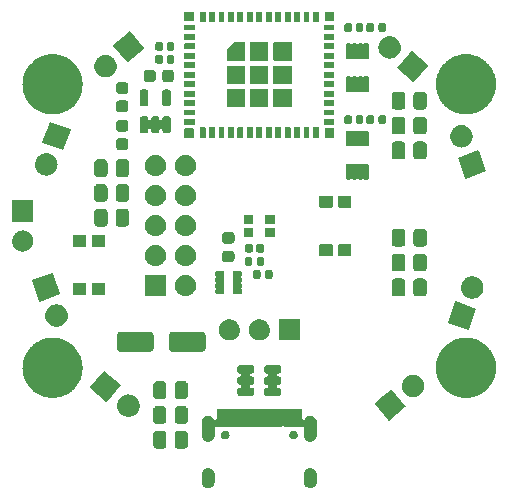
<source format=gbr>
G04 #@! TF.GenerationSoftware,KiCad,Pcbnew,8.0.8*
G04 #@! TF.CreationDate,2025-01-26T21:40:06-06:00*
G04 #@! TF.ProjectId,kbxIrBlaster,6b627849-7242-46c6-9173-7465722e6b69,rev?*
G04 #@! TF.SameCoordinates,Original*
G04 #@! TF.FileFunction,Soldermask,Top*
G04 #@! TF.FilePolarity,Negative*
%FSLAX46Y46*%
G04 Gerber Fmt 4.6, Leading zero omitted, Abs format (unit mm)*
G04 Created by KiCad (PCBNEW 8.0.8) date 2025-01-26 21:40:06*
%MOMM*%
%LPD*%
G01*
G04 APERTURE LIST*
G04 APERTURE END LIST*
G36*
X145741284Y-110503714D02*
G01*
X145751920Y-110503714D01*
X145782566Y-110511925D01*
X145839770Y-110523304D01*
X145866769Y-110534487D01*
X145890859Y-110540942D01*
X145912454Y-110553410D01*
X145939453Y-110564593D01*
X145987940Y-110596992D01*
X146015428Y-110612862D01*
X146022953Y-110620387D01*
X146029165Y-110624538D01*
X146105461Y-110700834D01*
X146109611Y-110707045D01*
X146117138Y-110714572D01*
X146133009Y-110742062D01*
X146165406Y-110790546D01*
X146176587Y-110817542D01*
X146189058Y-110839141D01*
X146195513Y-110863234D01*
X146206695Y-110890229D01*
X146218071Y-110947424D01*
X146226286Y-110978080D01*
X146227326Y-110993947D01*
X146228348Y-110999085D01*
X146230399Y-111040840D01*
X146231000Y-111050000D01*
X146231000Y-111650000D01*
X146230399Y-111659162D01*
X146228348Y-111700914D01*
X146227326Y-111706051D01*
X146226286Y-111721920D01*
X146218071Y-111752578D01*
X146206695Y-111809770D01*
X146195514Y-111836763D01*
X146189058Y-111860859D01*
X146176586Y-111882460D01*
X146165406Y-111909453D01*
X146133014Y-111957929D01*
X146117138Y-111985428D01*
X146109609Y-111992956D01*
X146105461Y-111999165D01*
X146029165Y-112075461D01*
X146022956Y-112079609D01*
X146015428Y-112087138D01*
X145987929Y-112103014D01*
X145939453Y-112135406D01*
X145912460Y-112146586D01*
X145890859Y-112159058D01*
X145866763Y-112165514D01*
X145839770Y-112176695D01*
X145782573Y-112188072D01*
X145751920Y-112196286D01*
X145741284Y-112196286D01*
X145733949Y-112197745D01*
X145626051Y-112197745D01*
X145618716Y-112196286D01*
X145608080Y-112196286D01*
X145577428Y-112188072D01*
X145520229Y-112176695D01*
X145493234Y-112165513D01*
X145469141Y-112159058D01*
X145447542Y-112146587D01*
X145420546Y-112135406D01*
X145372062Y-112103009D01*
X145344572Y-112087138D01*
X145337045Y-112079611D01*
X145330834Y-112075461D01*
X145254538Y-111999165D01*
X145250387Y-111992953D01*
X145242862Y-111985428D01*
X145226992Y-111957940D01*
X145194593Y-111909453D01*
X145183410Y-111882454D01*
X145170942Y-111860859D01*
X145164487Y-111836769D01*
X145153304Y-111809770D01*
X145141924Y-111752564D01*
X145133714Y-111721920D01*
X145132674Y-111706058D01*
X145131651Y-111700914D01*
X145129599Y-111659148D01*
X145129000Y-111650000D01*
X145129000Y-111050000D01*
X145129599Y-111040854D01*
X145131651Y-110999085D01*
X145132674Y-110993939D01*
X145133714Y-110978080D01*
X145141924Y-110947438D01*
X145153304Y-110890229D01*
X145164488Y-110863227D01*
X145170942Y-110839141D01*
X145183408Y-110817548D01*
X145194593Y-110790546D01*
X145226996Y-110742051D01*
X145242862Y-110714572D01*
X145250385Y-110707048D01*
X145254538Y-110700834D01*
X145330834Y-110624538D01*
X145337048Y-110620385D01*
X145344572Y-110612862D01*
X145372051Y-110596996D01*
X145420546Y-110564593D01*
X145447548Y-110553408D01*
X145469141Y-110540942D01*
X145493227Y-110534488D01*
X145520229Y-110523304D01*
X145577434Y-110511925D01*
X145608080Y-110503714D01*
X145618716Y-110503714D01*
X145626051Y-110502255D01*
X145733949Y-110502255D01*
X145741284Y-110503714D01*
G37*
G36*
X154381284Y-110503714D02*
G01*
X154391920Y-110503714D01*
X154422566Y-110511925D01*
X154479770Y-110523304D01*
X154506769Y-110534487D01*
X154530859Y-110540942D01*
X154552454Y-110553410D01*
X154579453Y-110564593D01*
X154627940Y-110596992D01*
X154655428Y-110612862D01*
X154662953Y-110620387D01*
X154669165Y-110624538D01*
X154745461Y-110700834D01*
X154749611Y-110707045D01*
X154757138Y-110714572D01*
X154773009Y-110742062D01*
X154805406Y-110790546D01*
X154816587Y-110817542D01*
X154829058Y-110839141D01*
X154835513Y-110863234D01*
X154846695Y-110890229D01*
X154858071Y-110947424D01*
X154866286Y-110978080D01*
X154867326Y-110993947D01*
X154868348Y-110999085D01*
X154870399Y-111040840D01*
X154871000Y-111050000D01*
X154871000Y-111650000D01*
X154870399Y-111659162D01*
X154868348Y-111700914D01*
X154867326Y-111706051D01*
X154866286Y-111721920D01*
X154858071Y-111752578D01*
X154846695Y-111809770D01*
X154835514Y-111836763D01*
X154829058Y-111860859D01*
X154816586Y-111882460D01*
X154805406Y-111909453D01*
X154773014Y-111957929D01*
X154757138Y-111985428D01*
X154749609Y-111992956D01*
X154745461Y-111999165D01*
X154669165Y-112075461D01*
X154662956Y-112079609D01*
X154655428Y-112087138D01*
X154627929Y-112103014D01*
X154579453Y-112135406D01*
X154552460Y-112146586D01*
X154530859Y-112159058D01*
X154506763Y-112165514D01*
X154479770Y-112176695D01*
X154422573Y-112188072D01*
X154391920Y-112196286D01*
X154381284Y-112196286D01*
X154373949Y-112197745D01*
X154266051Y-112197745D01*
X154258716Y-112196286D01*
X154248080Y-112196286D01*
X154217428Y-112188072D01*
X154160229Y-112176695D01*
X154133234Y-112165513D01*
X154109141Y-112159058D01*
X154087542Y-112146587D01*
X154060546Y-112135406D01*
X154012062Y-112103009D01*
X153984572Y-112087138D01*
X153977045Y-112079611D01*
X153970834Y-112075461D01*
X153894538Y-111999165D01*
X153890387Y-111992953D01*
X153882862Y-111985428D01*
X153866992Y-111957940D01*
X153834593Y-111909453D01*
X153823410Y-111882454D01*
X153810942Y-111860859D01*
X153804487Y-111836769D01*
X153793304Y-111809770D01*
X153781924Y-111752564D01*
X153773714Y-111721920D01*
X153772674Y-111706058D01*
X153771651Y-111700914D01*
X153769599Y-111659148D01*
X153769000Y-111650000D01*
X153769000Y-111050000D01*
X153769599Y-111040854D01*
X153771651Y-110999085D01*
X153772674Y-110993939D01*
X153773714Y-110978080D01*
X153781924Y-110947438D01*
X153793304Y-110890229D01*
X153804488Y-110863227D01*
X153810942Y-110839141D01*
X153823408Y-110817548D01*
X153834593Y-110790546D01*
X153866996Y-110742051D01*
X153882862Y-110714572D01*
X153890385Y-110707048D01*
X153894538Y-110700834D01*
X153970834Y-110624538D01*
X153977048Y-110620385D01*
X153984572Y-110612862D01*
X154012051Y-110596996D01*
X154060546Y-110564593D01*
X154087548Y-110553408D01*
X154109141Y-110540942D01*
X154133227Y-110534488D01*
X154160229Y-110523304D01*
X154217434Y-110511925D01*
X154248080Y-110503714D01*
X154258716Y-110503714D01*
X154266051Y-110502255D01*
X154373949Y-110502255D01*
X154381284Y-110503714D01*
G37*
G36*
X141908613Y-107356995D02*
G01*
X141924425Y-107363976D01*
X141932230Y-107365213D01*
X141964738Y-107381776D01*
X142009805Y-107401676D01*
X142088023Y-107479894D01*
X142107925Y-107524967D01*
X142124485Y-107557468D01*
X142125720Y-107565270D01*
X142132704Y-107581086D01*
X142140699Y-107650000D01*
X142140699Y-108550000D01*
X142132704Y-108618914D01*
X142125720Y-108634729D01*
X142124485Y-108642531D01*
X142107928Y-108675024D01*
X142088023Y-108720106D01*
X142009805Y-108798324D01*
X141964723Y-108818229D01*
X141932230Y-108834786D01*
X141924428Y-108836021D01*
X141908613Y-108843005D01*
X141839699Y-108851000D01*
X141314699Y-108851000D01*
X141245785Y-108843005D01*
X141229969Y-108836021D01*
X141222167Y-108834786D01*
X141189666Y-108818226D01*
X141144593Y-108798324D01*
X141066375Y-108720106D01*
X141046475Y-108675039D01*
X141029912Y-108642531D01*
X141028675Y-108634726D01*
X141021694Y-108618914D01*
X141013699Y-108550000D01*
X141013699Y-107650000D01*
X141021694Y-107581086D01*
X141028675Y-107565274D01*
X141029912Y-107557468D01*
X141046479Y-107524953D01*
X141066375Y-107479894D01*
X141144593Y-107401676D01*
X141189652Y-107381780D01*
X141222167Y-107365213D01*
X141229973Y-107363976D01*
X141245785Y-107356995D01*
X141314699Y-107349000D01*
X141839699Y-107349000D01*
X141908613Y-107356995D01*
G37*
G36*
X143733613Y-107356995D02*
G01*
X143749425Y-107363976D01*
X143757230Y-107365213D01*
X143789738Y-107381776D01*
X143834805Y-107401676D01*
X143913023Y-107479894D01*
X143932925Y-107524967D01*
X143949485Y-107557468D01*
X143950720Y-107565270D01*
X143957704Y-107581086D01*
X143965699Y-107650000D01*
X143965699Y-108550000D01*
X143957704Y-108618914D01*
X143950720Y-108634729D01*
X143949485Y-108642531D01*
X143932928Y-108675024D01*
X143913023Y-108720106D01*
X143834805Y-108798324D01*
X143789723Y-108818229D01*
X143757230Y-108834786D01*
X143749428Y-108836021D01*
X143733613Y-108843005D01*
X143664699Y-108851000D01*
X143139699Y-108851000D01*
X143070785Y-108843005D01*
X143054969Y-108836021D01*
X143047167Y-108834786D01*
X143014666Y-108818226D01*
X142969593Y-108798324D01*
X142891375Y-108720106D01*
X142871475Y-108675039D01*
X142854912Y-108642531D01*
X142853675Y-108634726D01*
X142846694Y-108618914D01*
X142838699Y-108550000D01*
X142838699Y-107650000D01*
X142846694Y-107581086D01*
X142853675Y-107565274D01*
X142854912Y-107557468D01*
X142871479Y-107524953D01*
X142891375Y-107479894D01*
X142969593Y-107401676D01*
X143014652Y-107381780D01*
X143047167Y-107365213D01*
X143054973Y-107363976D01*
X143070785Y-107356995D01*
X143139699Y-107349000D01*
X143664699Y-107349000D01*
X143733613Y-107356995D01*
G37*
G36*
X147069517Y-105482882D02*
G01*
X147086062Y-105493938D01*
X147089547Y-105499153D01*
X147112083Y-105514211D01*
X147187917Y-105514211D01*
X147210453Y-105499152D01*
X147213938Y-105493938D01*
X147230483Y-105482882D01*
X147250000Y-105479000D01*
X147850000Y-105479000D01*
X147869517Y-105482882D01*
X147886062Y-105493938D01*
X147897118Y-105510483D01*
X147898340Y-105516629D01*
X147908193Y-105531372D01*
X148041807Y-105531372D01*
X148051659Y-105516628D01*
X148052882Y-105510483D01*
X148063938Y-105493938D01*
X148080483Y-105482882D01*
X148100000Y-105479000D01*
X148400000Y-105479000D01*
X148419517Y-105482882D01*
X148436062Y-105493938D01*
X148439547Y-105499153D01*
X148462083Y-105514211D01*
X148537917Y-105514211D01*
X148560453Y-105499152D01*
X148563938Y-105493938D01*
X148580483Y-105482882D01*
X148600000Y-105479000D01*
X148900000Y-105479000D01*
X148919517Y-105482882D01*
X148936062Y-105493938D01*
X148939547Y-105499153D01*
X148962083Y-105514211D01*
X149037917Y-105514211D01*
X149060453Y-105499152D01*
X149063938Y-105493938D01*
X149080483Y-105482882D01*
X149100000Y-105479000D01*
X149400000Y-105479000D01*
X149419517Y-105482882D01*
X149436062Y-105493938D01*
X149439547Y-105499153D01*
X149462083Y-105514211D01*
X149537917Y-105514211D01*
X149560453Y-105499152D01*
X149563938Y-105493938D01*
X149580483Y-105482882D01*
X149600000Y-105479000D01*
X149900000Y-105479000D01*
X149919517Y-105482882D01*
X149936062Y-105493938D01*
X149939547Y-105499153D01*
X149962083Y-105514211D01*
X150037917Y-105514211D01*
X150060453Y-105499152D01*
X150063938Y-105493938D01*
X150080483Y-105482882D01*
X150100000Y-105479000D01*
X150400000Y-105479000D01*
X150419517Y-105482882D01*
X150436062Y-105493938D01*
X150439547Y-105499153D01*
X150462083Y-105514211D01*
X150537917Y-105514211D01*
X150560453Y-105499152D01*
X150563938Y-105493938D01*
X150580483Y-105482882D01*
X150600000Y-105479000D01*
X150900000Y-105479000D01*
X150919517Y-105482882D01*
X150936062Y-105493938D01*
X150939547Y-105499153D01*
X150962083Y-105514211D01*
X151037917Y-105514211D01*
X151060453Y-105499152D01*
X151063938Y-105493938D01*
X151080483Y-105482882D01*
X151100000Y-105479000D01*
X151400000Y-105479000D01*
X151419517Y-105482882D01*
X151436062Y-105493938D01*
X151439547Y-105499153D01*
X151462083Y-105514211D01*
X151537917Y-105514211D01*
X151560453Y-105499152D01*
X151563938Y-105493938D01*
X151580483Y-105482882D01*
X151600000Y-105479000D01*
X151900000Y-105479000D01*
X151919517Y-105482882D01*
X151936062Y-105493938D01*
X151947118Y-105510483D01*
X151948340Y-105516629D01*
X151958193Y-105531372D01*
X152091807Y-105531372D01*
X152101659Y-105516628D01*
X152102882Y-105510483D01*
X152113938Y-105493938D01*
X152130483Y-105482882D01*
X152150000Y-105479000D01*
X152750000Y-105479000D01*
X152769517Y-105482882D01*
X152786062Y-105493938D01*
X152789547Y-105499153D01*
X152812083Y-105514211D01*
X152887917Y-105514211D01*
X152910453Y-105499152D01*
X152913938Y-105493938D01*
X152930483Y-105482882D01*
X152950000Y-105479000D01*
X153550000Y-105479000D01*
X153569517Y-105482882D01*
X153586062Y-105493938D01*
X153597118Y-105510483D01*
X153601000Y-105530000D01*
X153601000Y-106390783D01*
X153778425Y-106444606D01*
X153866997Y-106312050D01*
X153882862Y-106284572D01*
X153890384Y-106277049D01*
X153894537Y-106270835D01*
X153970834Y-106194538D01*
X153977048Y-106190385D01*
X153984572Y-106182862D01*
X154012051Y-106166996D01*
X154060546Y-106134593D01*
X154087548Y-106123408D01*
X154109141Y-106110942D01*
X154133227Y-106104488D01*
X154160229Y-106093304D01*
X154217434Y-106081925D01*
X154248080Y-106073714D01*
X154258716Y-106073714D01*
X154266051Y-106072255D01*
X154373949Y-106072255D01*
X154381284Y-106073714D01*
X154391920Y-106073714D01*
X154422566Y-106081925D01*
X154479770Y-106093304D01*
X154506769Y-106104487D01*
X154530859Y-106110942D01*
X154552454Y-106123410D01*
X154579453Y-106134593D01*
X154627940Y-106166992D01*
X154655428Y-106182862D01*
X154662953Y-106190387D01*
X154669165Y-106194538D01*
X154745461Y-106270834D01*
X154749611Y-106277045D01*
X154757138Y-106284572D01*
X154773009Y-106312062D01*
X154805406Y-106360546D01*
X154816587Y-106387542D01*
X154829058Y-106409141D01*
X154835513Y-106433234D01*
X154846695Y-106460229D01*
X154858071Y-106517424D01*
X154866286Y-106548080D01*
X154867326Y-106563947D01*
X154868348Y-106569085D01*
X154870399Y-106610840D01*
X154871000Y-106620000D01*
X154871000Y-107720000D01*
X154870399Y-107729162D01*
X154868348Y-107770914D01*
X154867326Y-107776051D01*
X154866286Y-107791920D01*
X154858071Y-107822578D01*
X154846695Y-107879770D01*
X154835514Y-107906763D01*
X154829058Y-107930859D01*
X154816586Y-107952460D01*
X154805406Y-107979453D01*
X154773014Y-108027929D01*
X154757138Y-108055428D01*
X154749609Y-108062956D01*
X154745461Y-108069165D01*
X154669165Y-108145461D01*
X154662956Y-108149609D01*
X154655428Y-108157138D01*
X154627929Y-108173014D01*
X154579453Y-108205406D01*
X154552460Y-108216586D01*
X154530859Y-108229058D01*
X154506763Y-108235514D01*
X154479770Y-108246695D01*
X154422573Y-108258072D01*
X154391920Y-108266286D01*
X154381284Y-108266286D01*
X154373949Y-108267745D01*
X154266051Y-108267745D01*
X154258716Y-108266286D01*
X154248080Y-108266286D01*
X154217428Y-108258072D01*
X154160229Y-108246695D01*
X154133234Y-108235513D01*
X154109141Y-108229058D01*
X154087542Y-108216587D01*
X154060546Y-108205406D01*
X154012062Y-108173009D01*
X153984572Y-108157138D01*
X153977045Y-108149611D01*
X153970834Y-108145461D01*
X153894538Y-108069165D01*
X153890387Y-108062953D01*
X153882862Y-108055428D01*
X153866992Y-108027940D01*
X153834593Y-107979453D01*
X153823410Y-107952454D01*
X153810942Y-107930859D01*
X153804487Y-107906769D01*
X153793304Y-107879770D01*
X153781924Y-107822564D01*
X153773714Y-107791920D01*
X153772674Y-107776058D01*
X153771651Y-107770914D01*
X153769599Y-107729148D01*
X153769000Y-107720000D01*
X153769000Y-107049873D01*
X153636848Y-106979238D01*
X153589550Y-107010841D01*
X153586062Y-107016062D01*
X153569517Y-107027118D01*
X153550000Y-107031000D01*
X152950000Y-107031000D01*
X152930483Y-107027118D01*
X152913938Y-107016062D01*
X152910451Y-107010844D01*
X152887918Y-106995788D01*
X152812082Y-106995788D01*
X152789548Y-107010844D01*
X152786062Y-107016062D01*
X152769517Y-107027118D01*
X152750000Y-107031000D01*
X152150000Y-107031000D01*
X152130483Y-107027118D01*
X152113938Y-107016062D01*
X152102882Y-106999517D01*
X152101645Y-106993298D01*
X152091852Y-106978627D01*
X151958148Y-106978627D01*
X151948355Y-106993297D01*
X151947118Y-106999517D01*
X151936062Y-107016062D01*
X151919517Y-107027118D01*
X151900000Y-107031000D01*
X151600000Y-107031000D01*
X151580483Y-107027118D01*
X151563938Y-107016062D01*
X151560451Y-107010844D01*
X151537918Y-106995788D01*
X151462082Y-106995788D01*
X151439548Y-107010844D01*
X151436062Y-107016062D01*
X151419517Y-107027118D01*
X151400000Y-107031000D01*
X151100000Y-107031000D01*
X151080483Y-107027118D01*
X151063938Y-107016062D01*
X151060451Y-107010844D01*
X151037918Y-106995788D01*
X150962082Y-106995788D01*
X150939548Y-107010844D01*
X150936062Y-107016062D01*
X150919517Y-107027118D01*
X150900000Y-107031000D01*
X150600000Y-107031000D01*
X150580483Y-107027118D01*
X150563938Y-107016062D01*
X150560451Y-107010844D01*
X150537918Y-106995788D01*
X150462082Y-106995788D01*
X150439548Y-107010844D01*
X150436062Y-107016062D01*
X150419517Y-107027118D01*
X150400000Y-107031000D01*
X150100000Y-107031000D01*
X150080483Y-107027118D01*
X150063938Y-107016062D01*
X150060451Y-107010844D01*
X150037918Y-106995788D01*
X149962082Y-106995788D01*
X149939548Y-107010844D01*
X149936062Y-107016062D01*
X149919517Y-107027118D01*
X149900000Y-107031000D01*
X149600000Y-107031000D01*
X149580483Y-107027118D01*
X149563938Y-107016062D01*
X149560451Y-107010844D01*
X149537918Y-106995788D01*
X149462082Y-106995788D01*
X149439548Y-107010844D01*
X149436062Y-107016062D01*
X149419517Y-107027118D01*
X149400000Y-107031000D01*
X149100000Y-107031000D01*
X149080483Y-107027118D01*
X149063938Y-107016062D01*
X149060451Y-107010844D01*
X149037918Y-106995788D01*
X148962082Y-106995788D01*
X148939548Y-107010844D01*
X148936062Y-107016062D01*
X148919517Y-107027118D01*
X148900000Y-107031000D01*
X148600000Y-107031000D01*
X148580483Y-107027118D01*
X148563938Y-107016062D01*
X148560451Y-107010844D01*
X148537918Y-106995788D01*
X148462082Y-106995788D01*
X148439548Y-107010844D01*
X148436062Y-107016062D01*
X148419517Y-107027118D01*
X148400000Y-107031000D01*
X148100000Y-107031000D01*
X148080483Y-107027118D01*
X148063938Y-107016062D01*
X148052882Y-106999517D01*
X148051645Y-106993298D01*
X148041852Y-106978627D01*
X147908148Y-106978627D01*
X147898355Y-106993297D01*
X147897118Y-106999517D01*
X147886062Y-107016062D01*
X147869517Y-107027118D01*
X147850000Y-107031000D01*
X147250000Y-107031000D01*
X147230483Y-107027118D01*
X147213938Y-107016062D01*
X147210451Y-107010844D01*
X147187918Y-106995788D01*
X147112082Y-106995788D01*
X147089548Y-107010844D01*
X147086062Y-107016062D01*
X147069517Y-107027118D01*
X147050000Y-107031000D01*
X146450000Y-107031000D01*
X146430483Y-107027118D01*
X146413938Y-107016062D01*
X146410450Y-107010842D01*
X146363152Y-106979238D01*
X146231000Y-107049873D01*
X146231000Y-107720000D01*
X146230399Y-107729162D01*
X146228348Y-107770914D01*
X146227326Y-107776051D01*
X146226286Y-107791920D01*
X146218071Y-107822578D01*
X146206695Y-107879770D01*
X146195514Y-107906763D01*
X146189058Y-107930859D01*
X146176586Y-107952460D01*
X146165406Y-107979453D01*
X146133014Y-108027929D01*
X146117138Y-108055428D01*
X146109609Y-108062956D01*
X146105461Y-108069165D01*
X146029165Y-108145461D01*
X146022956Y-108149609D01*
X146015428Y-108157138D01*
X145987929Y-108173014D01*
X145939453Y-108205406D01*
X145912460Y-108216586D01*
X145890859Y-108229058D01*
X145866763Y-108235514D01*
X145839770Y-108246695D01*
X145782573Y-108258072D01*
X145751920Y-108266286D01*
X145741284Y-108266286D01*
X145733949Y-108267745D01*
X145626051Y-108267745D01*
X145618716Y-108266286D01*
X145608080Y-108266286D01*
X145577428Y-108258072D01*
X145520229Y-108246695D01*
X145493234Y-108235513D01*
X145469141Y-108229058D01*
X145447542Y-108216587D01*
X145420546Y-108205406D01*
X145372062Y-108173009D01*
X145344572Y-108157138D01*
X145337045Y-108149611D01*
X145330834Y-108145461D01*
X145254538Y-108069165D01*
X145250387Y-108062953D01*
X145242862Y-108055428D01*
X145226992Y-108027940D01*
X145194593Y-107979453D01*
X145183410Y-107952454D01*
X145170942Y-107930859D01*
X145164487Y-107906769D01*
X145153304Y-107879770D01*
X145141924Y-107822564D01*
X145133714Y-107791920D01*
X145132674Y-107776058D01*
X145131651Y-107770914D01*
X145129599Y-107729148D01*
X145129000Y-107720000D01*
X145129000Y-106620000D01*
X145129599Y-106610854D01*
X145131651Y-106569085D01*
X145132674Y-106563939D01*
X145133714Y-106548080D01*
X145141924Y-106517438D01*
X145153304Y-106460229D01*
X145164488Y-106433227D01*
X145170942Y-106409141D01*
X145183408Y-106387548D01*
X145194593Y-106360546D01*
X145226996Y-106312051D01*
X145242862Y-106284572D01*
X145250385Y-106277048D01*
X145254538Y-106270834D01*
X145330834Y-106194538D01*
X145337048Y-106190385D01*
X145344572Y-106182862D01*
X145372051Y-106166996D01*
X145420546Y-106134593D01*
X145447548Y-106123408D01*
X145469141Y-106110942D01*
X145493227Y-106104488D01*
X145520229Y-106093304D01*
X145577434Y-106081925D01*
X145608080Y-106073714D01*
X145618716Y-106073714D01*
X145626051Y-106072255D01*
X145733949Y-106072255D01*
X145741284Y-106073714D01*
X145751920Y-106073714D01*
X145782566Y-106081925D01*
X145839770Y-106093304D01*
X145866769Y-106104487D01*
X145890859Y-106110942D01*
X145912454Y-106123410D01*
X145939453Y-106134593D01*
X145987940Y-106166992D01*
X146015428Y-106182862D01*
X146022953Y-106190387D01*
X146029165Y-106194538D01*
X146105461Y-106270834D01*
X146109611Y-106277045D01*
X146117138Y-106284572D01*
X146133011Y-106312066D01*
X146221573Y-106444606D01*
X146399000Y-106390783D01*
X146399000Y-105542310D01*
X146399000Y-105530000D01*
X146402882Y-105510483D01*
X146413938Y-105493938D01*
X146430483Y-105482882D01*
X146450000Y-105479000D01*
X147050000Y-105479000D01*
X147069517Y-105482882D01*
G37*
G36*
X147142193Y-107329099D02*
G01*
X147163327Y-107329099D01*
X147188077Y-107336366D01*
X147226190Y-107342403D01*
X147250063Y-107354567D01*
X147265661Y-107359147D01*
X147290954Y-107375402D01*
X147331007Y-107395810D01*
X147345929Y-107410732D01*
X147355386Y-107416810D01*
X147377319Y-107442122D01*
X147414190Y-107478993D01*
X147421215Y-107492781D01*
X147425229Y-107497413D01*
X147439519Y-107528704D01*
X147467597Y-107583810D01*
X147469143Y-107593572D01*
X147469535Y-107594430D01*
X147472054Y-107611952D01*
X147486000Y-107700000D01*
X147472053Y-107788055D01*
X147469535Y-107805569D01*
X147469143Y-107806426D01*
X147467597Y-107816190D01*
X147439514Y-107871304D01*
X147425229Y-107902586D01*
X147421216Y-107907216D01*
X147414190Y-107921007D01*
X147377312Y-107957884D01*
X147355386Y-107983189D01*
X147345932Y-107989264D01*
X147331007Y-108004190D01*
X147290946Y-108024601D01*
X147265661Y-108040852D01*
X147250067Y-108045430D01*
X147226190Y-108057597D01*
X147188076Y-108063633D01*
X147163327Y-108070901D01*
X147142193Y-108070901D01*
X147110000Y-108076000D01*
X147077807Y-108070901D01*
X147056673Y-108070901D01*
X147031923Y-108063633D01*
X146993810Y-108057597D01*
X146969933Y-108045431D01*
X146954338Y-108040852D01*
X146929048Y-108024599D01*
X146888993Y-108004190D01*
X146874069Y-107989266D01*
X146864613Y-107983189D01*
X146842679Y-107957876D01*
X146805810Y-107921007D01*
X146798784Y-107907219D01*
X146794770Y-107902586D01*
X146780475Y-107871285D01*
X146752403Y-107816190D01*
X146750857Y-107806429D01*
X146750464Y-107805569D01*
X146747936Y-107787987D01*
X146734000Y-107700000D01*
X146747934Y-107612020D01*
X146750464Y-107594430D01*
X146750857Y-107593568D01*
X146752403Y-107583810D01*
X146780471Y-107528723D01*
X146794770Y-107497413D01*
X146798786Y-107492778D01*
X146805810Y-107478993D01*
X146842673Y-107442129D01*
X146864613Y-107416810D01*
X146874071Y-107410731D01*
X146888993Y-107395810D01*
X146929040Y-107375404D01*
X146954338Y-107359147D01*
X146969937Y-107354566D01*
X146993810Y-107342403D01*
X147031921Y-107336366D01*
X147056673Y-107329099D01*
X147077807Y-107329099D01*
X147110000Y-107324000D01*
X147142193Y-107329099D01*
G37*
G36*
X152922193Y-107329099D02*
G01*
X152943327Y-107329099D01*
X152968077Y-107336366D01*
X153006190Y-107342403D01*
X153030063Y-107354567D01*
X153045661Y-107359147D01*
X153070954Y-107375402D01*
X153111007Y-107395810D01*
X153125929Y-107410732D01*
X153135386Y-107416810D01*
X153157319Y-107442122D01*
X153194190Y-107478993D01*
X153201215Y-107492781D01*
X153205229Y-107497413D01*
X153219519Y-107528704D01*
X153247597Y-107583810D01*
X153249143Y-107593572D01*
X153249535Y-107594430D01*
X153252054Y-107611952D01*
X153266000Y-107700000D01*
X153252053Y-107788055D01*
X153249535Y-107805569D01*
X153249143Y-107806426D01*
X153247597Y-107816190D01*
X153219514Y-107871304D01*
X153205229Y-107902586D01*
X153201216Y-107907216D01*
X153194190Y-107921007D01*
X153157312Y-107957884D01*
X153135386Y-107983189D01*
X153125932Y-107989264D01*
X153111007Y-108004190D01*
X153070946Y-108024601D01*
X153045661Y-108040852D01*
X153030067Y-108045430D01*
X153006190Y-108057597D01*
X152968076Y-108063633D01*
X152943327Y-108070901D01*
X152922193Y-108070901D01*
X152890000Y-108076000D01*
X152857807Y-108070901D01*
X152836673Y-108070901D01*
X152811923Y-108063633D01*
X152773810Y-108057597D01*
X152749933Y-108045431D01*
X152734338Y-108040852D01*
X152709048Y-108024599D01*
X152668993Y-108004190D01*
X152654069Y-107989266D01*
X152644613Y-107983189D01*
X152622679Y-107957876D01*
X152585810Y-107921007D01*
X152578784Y-107907219D01*
X152574770Y-107902586D01*
X152560475Y-107871285D01*
X152532403Y-107816190D01*
X152530857Y-107806429D01*
X152530464Y-107805569D01*
X152527936Y-107787987D01*
X152514000Y-107700000D01*
X152527934Y-107612020D01*
X152530464Y-107594430D01*
X152530857Y-107593568D01*
X152532403Y-107583810D01*
X152560471Y-107528723D01*
X152574770Y-107497413D01*
X152578786Y-107492778D01*
X152585810Y-107478993D01*
X152622673Y-107442129D01*
X152644613Y-107416810D01*
X152654071Y-107410731D01*
X152668993Y-107395810D01*
X152709040Y-107375404D01*
X152734338Y-107359147D01*
X152749937Y-107354566D01*
X152773810Y-107342403D01*
X152811921Y-107336366D01*
X152836673Y-107329099D01*
X152857807Y-107329099D01*
X152890000Y-107324000D01*
X152922193Y-107329099D01*
G37*
G36*
X141908613Y-105256995D02*
G01*
X141924425Y-105263976D01*
X141932230Y-105265213D01*
X141964738Y-105281776D01*
X142009805Y-105301676D01*
X142088023Y-105379894D01*
X142107925Y-105424967D01*
X142124485Y-105457468D01*
X142125720Y-105465270D01*
X142132704Y-105481086D01*
X142140699Y-105550000D01*
X142140699Y-106450000D01*
X142132704Y-106518914D01*
X142125720Y-106534729D01*
X142124485Y-106542531D01*
X142107928Y-106575024D01*
X142088023Y-106620106D01*
X142009805Y-106698324D01*
X141964723Y-106718229D01*
X141932230Y-106734786D01*
X141924428Y-106736021D01*
X141908613Y-106743005D01*
X141839699Y-106751000D01*
X141314699Y-106751000D01*
X141245785Y-106743005D01*
X141229969Y-106736021D01*
X141222167Y-106734786D01*
X141189666Y-106718226D01*
X141144593Y-106698324D01*
X141066375Y-106620106D01*
X141046475Y-106575039D01*
X141029912Y-106542531D01*
X141028675Y-106534726D01*
X141021694Y-106518914D01*
X141013699Y-106450000D01*
X141013699Y-105550000D01*
X141021694Y-105481086D01*
X141028675Y-105465274D01*
X141029912Y-105457468D01*
X141046479Y-105424953D01*
X141066375Y-105379894D01*
X141144593Y-105301676D01*
X141189652Y-105281780D01*
X141222167Y-105265213D01*
X141229973Y-105263976D01*
X141245785Y-105256995D01*
X141314699Y-105249000D01*
X141839699Y-105249000D01*
X141908613Y-105256995D01*
G37*
G36*
X143733613Y-105256995D02*
G01*
X143749425Y-105263976D01*
X143757230Y-105265213D01*
X143789738Y-105281776D01*
X143834805Y-105301676D01*
X143913023Y-105379894D01*
X143932925Y-105424967D01*
X143949485Y-105457468D01*
X143950720Y-105465270D01*
X143957704Y-105481086D01*
X143965699Y-105550000D01*
X143965699Y-106450000D01*
X143957704Y-106518914D01*
X143950720Y-106534729D01*
X143949485Y-106542531D01*
X143932928Y-106575024D01*
X143913023Y-106620106D01*
X143834805Y-106698324D01*
X143789723Y-106718229D01*
X143757230Y-106734786D01*
X143749428Y-106736021D01*
X143733613Y-106743005D01*
X143664699Y-106751000D01*
X143139699Y-106751000D01*
X143070785Y-106743005D01*
X143054969Y-106736021D01*
X143047167Y-106734786D01*
X143014666Y-106718226D01*
X142969593Y-106698324D01*
X142891375Y-106620106D01*
X142871475Y-106575039D01*
X142854912Y-106542531D01*
X142853675Y-106534726D01*
X142846694Y-106518914D01*
X142838699Y-106450000D01*
X142838699Y-105550000D01*
X142846694Y-105481086D01*
X142853675Y-105465274D01*
X142854912Y-105457468D01*
X142871479Y-105424953D01*
X142891375Y-105379894D01*
X142969593Y-105301676D01*
X143014652Y-105281780D01*
X143047167Y-105265213D01*
X143054973Y-105263976D01*
X143070785Y-105256995D01*
X143139699Y-105249000D01*
X143664699Y-105249000D01*
X143733613Y-105256995D01*
G37*
G36*
X161207773Y-103856368D02*
G01*
X161223292Y-103868824D01*
X162380310Y-105247704D01*
X162389882Y-105265150D01*
X162392047Y-105284931D01*
X162386480Y-105304035D01*
X162374024Y-105319554D01*
X160995144Y-106476572D01*
X160977698Y-106486144D01*
X160957917Y-106488309D01*
X160938813Y-106482742D01*
X160923294Y-106470286D01*
X159766276Y-105091406D01*
X159756704Y-105073960D01*
X159754539Y-105054179D01*
X159760106Y-105035075D01*
X159772562Y-105019556D01*
X160462002Y-104441047D01*
X161142012Y-103870450D01*
X161142014Y-103870448D01*
X161151442Y-103862538D01*
X161168888Y-103852966D01*
X161188669Y-103850801D01*
X161207773Y-103856368D01*
G37*
G36*
X138965650Y-104266717D02*
G01*
X139006742Y-104266717D01*
X139052502Y-104275271D01*
X139104577Y-104280400D01*
X139144137Y-104292400D01*
X139179157Y-104298947D01*
X139227663Y-104317738D01*
X139282978Y-104334518D01*
X139314580Y-104351409D01*
X139342702Y-104362304D01*
X139391559Y-104392555D01*
X139447393Y-104422399D01*
X139470855Y-104441653D01*
X139491830Y-104454641D01*
X139538302Y-104497006D01*
X139591505Y-104540668D01*
X139607270Y-104559878D01*
X139621446Y-104572801D01*
X139662603Y-104627301D01*
X139709774Y-104684780D01*
X139718894Y-104701844D01*
X139727145Y-104712769D01*
X139759971Y-104778693D01*
X139797655Y-104849195D01*
X139801674Y-104862443D01*
X139805328Y-104869782D01*
X139826910Y-104945634D01*
X139851773Y-105027596D01*
X139852589Y-105035889D01*
X139853326Y-105038477D01*
X139860983Y-105121109D01*
X139870046Y-105213127D01*
X139860982Y-105305153D01*
X139853326Y-105387776D01*
X139852590Y-105390362D01*
X139851773Y-105398658D01*
X139826905Y-105480634D01*
X139805328Y-105556471D01*
X139801674Y-105563807D01*
X139797655Y-105577059D01*
X139759963Y-105647574D01*
X139727145Y-105713484D01*
X139718896Y-105724406D01*
X139709774Y-105741474D01*
X139662593Y-105798963D01*
X139621446Y-105853452D01*
X139607273Y-105866371D01*
X139591505Y-105885586D01*
X139538291Y-105929256D01*
X139491830Y-105971612D01*
X139470860Y-105984596D01*
X139447393Y-106003855D01*
X139391548Y-106033704D01*
X139342702Y-106063949D01*
X139314587Y-106074840D01*
X139282978Y-106091736D01*
X139227651Y-106108519D01*
X139179157Y-106127306D01*
X139144144Y-106133851D01*
X139104577Y-106145854D01*
X139052499Y-106150983D01*
X139006742Y-106159537D01*
X138965650Y-106159537D01*
X138919046Y-106164127D01*
X138872442Y-106159537D01*
X138831350Y-106159537D01*
X138785591Y-106150983D01*
X138733515Y-106145854D01*
X138693948Y-106133851D01*
X138658934Y-106127306D01*
X138610435Y-106108517D01*
X138555114Y-106091736D01*
X138523507Y-106074841D01*
X138495389Y-106063949D01*
X138446536Y-106033700D01*
X138390699Y-106003855D01*
X138367234Y-105984598D01*
X138346261Y-105971612D01*
X138299790Y-105929248D01*
X138246587Y-105885586D01*
X138230821Y-105866375D01*
X138216645Y-105853452D01*
X138175485Y-105798948D01*
X138128318Y-105741474D01*
X138119197Y-105724411D01*
X138110946Y-105713484D01*
X138078113Y-105647547D01*
X138040437Y-105577059D01*
X138036418Y-105563812D01*
X138032763Y-105556471D01*
X138011170Y-105480581D01*
X137986319Y-105398658D01*
X137985502Y-105390368D01*
X137984765Y-105387776D01*
X137977092Y-105304981D01*
X137968046Y-105213127D01*
X137977091Y-105121280D01*
X137984765Y-105038477D01*
X137985502Y-105035884D01*
X137986319Y-105027596D01*
X138011165Y-104945687D01*
X138032763Y-104869782D01*
X138036419Y-104862438D01*
X138040437Y-104849195D01*
X138078106Y-104778720D01*
X138110946Y-104712769D01*
X138119199Y-104701839D01*
X138128318Y-104684780D01*
X138175476Y-104627317D01*
X138216645Y-104572801D01*
X138230824Y-104559874D01*
X138246587Y-104540668D01*
X138299779Y-104497014D01*
X138346261Y-104454641D01*
X138367239Y-104441651D01*
X138390699Y-104422399D01*
X138446524Y-104392559D01*
X138495389Y-104362304D01*
X138523513Y-104351408D01*
X138555114Y-104334518D01*
X138610423Y-104317739D01*
X138658934Y-104298947D01*
X138693955Y-104292400D01*
X138733515Y-104280400D01*
X138785588Y-104275271D01*
X138831350Y-104266717D01*
X138872442Y-104266717D01*
X138919046Y-104262127D01*
X138965650Y-104266717D01*
G37*
G36*
X136877698Y-102263857D02*
G01*
X136895144Y-102273429D01*
X138274024Y-103430447D01*
X138286480Y-103445966D01*
X138292047Y-103465070D01*
X138289882Y-103484851D01*
X138280310Y-103502297D01*
X137123292Y-104881177D01*
X137107773Y-104893633D01*
X137088669Y-104899200D01*
X137068888Y-104897035D01*
X137051442Y-104887463D01*
X135672562Y-103730445D01*
X135660106Y-103714926D01*
X135654539Y-103695822D01*
X135656704Y-103676041D01*
X135666276Y-103658595D01*
X136765168Y-102348987D01*
X136815380Y-102289146D01*
X136815381Y-102289144D01*
X136823294Y-102279715D01*
X136838813Y-102267259D01*
X136857917Y-102261692D01*
X136877698Y-102263857D01*
G37*
G36*
X141908613Y-103156995D02*
G01*
X141924425Y-103163976D01*
X141932230Y-103165213D01*
X141964738Y-103181776D01*
X142009805Y-103201676D01*
X142088023Y-103279894D01*
X142107925Y-103324967D01*
X142124485Y-103357468D01*
X142125720Y-103365270D01*
X142132704Y-103381086D01*
X142140699Y-103450000D01*
X142140699Y-104350000D01*
X142132704Y-104418914D01*
X142125720Y-104434729D01*
X142124485Y-104442531D01*
X142107928Y-104475024D01*
X142088023Y-104520106D01*
X142009805Y-104598324D01*
X141964723Y-104618229D01*
X141932230Y-104634786D01*
X141924428Y-104636021D01*
X141908613Y-104643005D01*
X141839699Y-104651000D01*
X141314699Y-104651000D01*
X141245785Y-104643005D01*
X141229969Y-104636021D01*
X141222167Y-104634786D01*
X141189666Y-104618226D01*
X141144593Y-104598324D01*
X141066375Y-104520106D01*
X141046475Y-104475039D01*
X141029912Y-104442531D01*
X141028675Y-104434726D01*
X141021694Y-104418914D01*
X141013699Y-104350000D01*
X141013699Y-103450000D01*
X141021694Y-103381086D01*
X141028675Y-103365274D01*
X141029912Y-103357468D01*
X141046479Y-103324953D01*
X141066375Y-103279894D01*
X141144593Y-103201676D01*
X141189652Y-103181780D01*
X141222167Y-103165213D01*
X141229973Y-103163976D01*
X141245785Y-103156995D01*
X141314699Y-103149000D01*
X141839699Y-103149000D01*
X141908613Y-103156995D01*
G37*
G36*
X143733613Y-103156995D02*
G01*
X143749425Y-103163976D01*
X143757230Y-103165213D01*
X143789738Y-103181776D01*
X143834805Y-103201676D01*
X143913023Y-103279894D01*
X143932925Y-103324967D01*
X143949485Y-103357468D01*
X143950720Y-103365270D01*
X143957704Y-103381086D01*
X143965699Y-103450000D01*
X143965699Y-104350000D01*
X143957704Y-104418914D01*
X143950720Y-104434729D01*
X143949485Y-104442531D01*
X143932928Y-104475024D01*
X143913023Y-104520106D01*
X143834805Y-104598324D01*
X143789723Y-104618229D01*
X143757230Y-104634786D01*
X143749428Y-104636021D01*
X143733613Y-104643005D01*
X143664699Y-104651000D01*
X143139699Y-104651000D01*
X143070785Y-104643005D01*
X143054969Y-104636021D01*
X143047167Y-104634786D01*
X143014666Y-104618226D01*
X142969593Y-104598324D01*
X142891375Y-104520106D01*
X142871475Y-104475039D01*
X142854912Y-104442531D01*
X142853675Y-104434726D01*
X142846694Y-104418914D01*
X142838699Y-104350000D01*
X142838699Y-103450000D01*
X142846694Y-103381086D01*
X142853675Y-103365274D01*
X142854912Y-103357468D01*
X142871479Y-103324953D01*
X142891375Y-103279894D01*
X142969593Y-103201676D01*
X143014652Y-103181780D01*
X143047167Y-103165213D01*
X143054973Y-103163976D01*
X143070785Y-103156995D01*
X143139699Y-103149000D01*
X143664699Y-103149000D01*
X143733613Y-103156995D01*
G37*
G36*
X132579454Y-99454034D02*
G01*
X132660179Y-99454034D01*
X132734342Y-99463402D01*
X132807465Y-99467826D01*
X132892032Y-99483323D01*
X132978010Y-99494185D01*
X133044602Y-99511283D01*
X133110438Y-99523348D01*
X133198652Y-99550836D01*
X133288302Y-99573855D01*
X133346627Y-99596947D01*
X133404518Y-99614987D01*
X133494676Y-99655564D01*
X133586163Y-99691786D01*
X133635845Y-99719098D01*
X133685396Y-99741400D01*
X133775587Y-99795923D01*
X133866894Y-99846119D01*
X133907877Y-99875895D01*
X133949007Y-99900759D01*
X134037204Y-99969857D01*
X134126069Y-100034421D01*
X134158563Y-100064935D01*
X134191469Y-100090715D01*
X134275498Y-100174744D01*
X134359599Y-100253720D01*
X134384144Y-100283390D01*
X134409284Y-100308530D01*
X134486916Y-100407621D01*
X134563802Y-100500560D01*
X134581169Y-100527926D01*
X134599240Y-100550992D01*
X134668190Y-100665049D01*
X134735458Y-100771046D01*
X134746664Y-100794861D01*
X134758599Y-100814603D01*
X134816652Y-100943592D01*
X134871860Y-101060914D01*
X134878105Y-101080134D01*
X134885012Y-101095481D01*
X134929982Y-101239796D01*
X134970856Y-101365592D01*
X134973498Y-101379443D01*
X134976651Y-101389561D01*
X135006514Y-101552518D01*
X135030885Y-101680275D01*
X135031386Y-101688240D01*
X135032173Y-101692534D01*
X135045060Y-101905584D01*
X135051000Y-102000000D01*
X135045059Y-102094423D01*
X135032173Y-102307465D01*
X135031386Y-102311758D01*
X135030885Y-102319725D01*
X135006509Y-102447505D01*
X134976651Y-102610438D01*
X134973498Y-102620553D01*
X134970856Y-102634408D01*
X134929974Y-102760227D01*
X134885012Y-102904518D01*
X134878106Y-102919861D01*
X134871860Y-102939086D01*
X134816642Y-103056429D01*
X134758599Y-103185396D01*
X134746666Y-103205134D01*
X134735458Y-103228954D01*
X134668177Y-103334971D01*
X134599240Y-103449007D01*
X134581172Y-103472068D01*
X134563802Y-103499440D01*
X134486902Y-103592396D01*
X134409284Y-103691469D01*
X134384149Y-103716603D01*
X134359599Y-103746280D01*
X134275481Y-103825271D01*
X134191469Y-103909284D01*
X134158569Y-103935058D01*
X134126069Y-103965579D01*
X134037187Y-104030155D01*
X133949007Y-104099240D01*
X133907885Y-104124099D01*
X133866894Y-104153881D01*
X133775569Y-104204086D01*
X133685396Y-104258599D01*
X133635855Y-104280895D01*
X133586163Y-104308214D01*
X133494658Y-104344443D01*
X133404518Y-104385012D01*
X133346639Y-104403047D01*
X133288302Y-104426145D01*
X133198634Y-104449167D01*
X133110438Y-104476651D01*
X133044616Y-104488713D01*
X132978010Y-104505815D01*
X132892015Y-104516678D01*
X132807465Y-104532173D01*
X132734357Y-104536595D01*
X132660179Y-104545966D01*
X132579437Y-104545966D01*
X132500000Y-104550771D01*
X132420563Y-104545966D01*
X132339821Y-104545966D01*
X132265642Y-104536595D01*
X132192534Y-104532173D01*
X132107981Y-104516678D01*
X132021990Y-104505815D01*
X131955386Y-104488713D01*
X131889561Y-104476651D01*
X131801359Y-104449166D01*
X131711698Y-104426145D01*
X131653364Y-104403049D01*
X131595481Y-104385012D01*
X131505333Y-104344439D01*
X131413837Y-104308214D01*
X131364149Y-104280898D01*
X131314603Y-104258599D01*
X131224419Y-104204080D01*
X131133106Y-104153881D01*
X131092119Y-104124102D01*
X131050992Y-104099240D01*
X130962798Y-104030145D01*
X130873931Y-103965579D01*
X130841435Y-103935063D01*
X130808530Y-103909284D01*
X130724501Y-103825255D01*
X130640401Y-103746280D01*
X130615855Y-103716609D01*
X130590715Y-103691469D01*
X130513079Y-103592373D01*
X130436198Y-103499440D01*
X130418831Y-103472075D01*
X130400759Y-103449007D01*
X130331801Y-103334937D01*
X130264542Y-103228954D01*
X130253336Y-103205141D01*
X130241400Y-103185396D01*
X130183335Y-103056380D01*
X130128140Y-102939086D01*
X130121896Y-102919869D01*
X130114987Y-102904518D01*
X130070000Y-102760152D01*
X130029144Y-102634408D01*
X130026502Y-102620561D01*
X130023348Y-102610438D01*
X129993465Y-102447372D01*
X129969115Y-102319725D01*
X129968614Y-102311766D01*
X129967826Y-102307465D01*
X129954914Y-102094010D01*
X129949000Y-102000000D01*
X129954914Y-101905996D01*
X129967826Y-101692534D01*
X129968614Y-101688231D01*
X129969115Y-101680275D01*
X129993460Y-101552652D01*
X130023348Y-101389561D01*
X130026503Y-101379435D01*
X130029144Y-101365592D01*
X130069993Y-101239871D01*
X130114987Y-101095481D01*
X130121897Y-101080126D01*
X130128140Y-101060914D01*
X130183324Y-100943640D01*
X130241400Y-100814603D01*
X130253338Y-100794853D01*
X130264542Y-100771046D01*
X130331788Y-100665082D01*
X130400759Y-100550992D01*
X130418835Y-100527919D01*
X130436198Y-100500560D01*
X130513064Y-100407644D01*
X130590715Y-100308530D01*
X130615860Y-100283384D01*
X130640401Y-100253720D01*
X130724485Y-100174759D01*
X130808530Y-100090715D01*
X130841441Y-100064930D01*
X130873931Y-100034421D01*
X130962781Y-99969867D01*
X131050992Y-99900759D01*
X131092127Y-99875891D01*
X131133106Y-99846119D01*
X131224401Y-99795929D01*
X131314603Y-99741400D01*
X131364159Y-99719096D01*
X131413837Y-99691786D01*
X131505314Y-99655567D01*
X131595481Y-99614987D01*
X131653376Y-99596946D01*
X131711698Y-99573855D01*
X131801341Y-99550838D01*
X131889561Y-99523348D01*
X131955399Y-99511282D01*
X132021990Y-99494185D01*
X132107964Y-99483324D01*
X132192534Y-99467826D01*
X132265657Y-99463402D01*
X132339821Y-99454034D01*
X132420546Y-99454034D01*
X132500000Y-99449228D01*
X132579454Y-99454034D01*
G37*
G36*
X167579454Y-99454034D02*
G01*
X167660179Y-99454034D01*
X167734342Y-99463402D01*
X167807465Y-99467826D01*
X167892032Y-99483323D01*
X167978010Y-99494185D01*
X168044602Y-99511283D01*
X168110438Y-99523348D01*
X168198652Y-99550836D01*
X168288302Y-99573855D01*
X168346627Y-99596947D01*
X168404518Y-99614987D01*
X168494676Y-99655564D01*
X168586163Y-99691786D01*
X168635845Y-99719098D01*
X168685396Y-99741400D01*
X168775587Y-99795923D01*
X168866894Y-99846119D01*
X168907877Y-99875895D01*
X168949007Y-99900759D01*
X169037204Y-99969857D01*
X169126069Y-100034421D01*
X169158563Y-100064935D01*
X169191469Y-100090715D01*
X169275498Y-100174744D01*
X169359599Y-100253720D01*
X169384144Y-100283390D01*
X169409284Y-100308530D01*
X169486916Y-100407621D01*
X169563802Y-100500560D01*
X169581169Y-100527926D01*
X169599240Y-100550992D01*
X169668190Y-100665049D01*
X169735458Y-100771046D01*
X169746664Y-100794861D01*
X169758599Y-100814603D01*
X169816652Y-100943592D01*
X169871860Y-101060914D01*
X169878105Y-101080134D01*
X169885012Y-101095481D01*
X169929982Y-101239796D01*
X169970856Y-101365592D01*
X169973498Y-101379443D01*
X169976651Y-101389561D01*
X170006514Y-101552518D01*
X170030885Y-101680275D01*
X170031386Y-101688240D01*
X170032173Y-101692534D01*
X170045060Y-101905584D01*
X170051000Y-102000000D01*
X170045059Y-102094423D01*
X170032173Y-102307465D01*
X170031386Y-102311758D01*
X170030885Y-102319725D01*
X170006509Y-102447505D01*
X169976651Y-102610438D01*
X169973498Y-102620553D01*
X169970856Y-102634408D01*
X169929974Y-102760227D01*
X169885012Y-102904518D01*
X169878106Y-102919861D01*
X169871860Y-102939086D01*
X169816642Y-103056429D01*
X169758599Y-103185396D01*
X169746666Y-103205134D01*
X169735458Y-103228954D01*
X169668177Y-103334971D01*
X169599240Y-103449007D01*
X169581172Y-103472068D01*
X169563802Y-103499440D01*
X169486902Y-103592396D01*
X169409284Y-103691469D01*
X169384149Y-103716603D01*
X169359599Y-103746280D01*
X169275481Y-103825271D01*
X169191469Y-103909284D01*
X169158569Y-103935058D01*
X169126069Y-103965579D01*
X169037187Y-104030155D01*
X168949007Y-104099240D01*
X168907885Y-104124099D01*
X168866894Y-104153881D01*
X168775569Y-104204086D01*
X168685396Y-104258599D01*
X168635855Y-104280895D01*
X168586163Y-104308214D01*
X168494658Y-104344443D01*
X168404518Y-104385012D01*
X168346639Y-104403047D01*
X168288302Y-104426145D01*
X168198634Y-104449167D01*
X168110438Y-104476651D01*
X168044616Y-104488713D01*
X167978010Y-104505815D01*
X167892015Y-104516678D01*
X167807465Y-104532173D01*
X167734357Y-104536595D01*
X167660179Y-104545966D01*
X167579437Y-104545966D01*
X167500000Y-104550771D01*
X167420563Y-104545966D01*
X167339821Y-104545966D01*
X167265642Y-104536595D01*
X167192534Y-104532173D01*
X167107981Y-104516678D01*
X167021990Y-104505815D01*
X166955386Y-104488713D01*
X166889561Y-104476651D01*
X166801359Y-104449166D01*
X166711698Y-104426145D01*
X166653364Y-104403049D01*
X166595481Y-104385012D01*
X166505333Y-104344439D01*
X166413837Y-104308214D01*
X166364149Y-104280898D01*
X166314603Y-104258599D01*
X166224419Y-104204080D01*
X166133106Y-104153881D01*
X166092119Y-104124102D01*
X166050992Y-104099240D01*
X165962798Y-104030145D01*
X165873931Y-103965579D01*
X165841435Y-103935063D01*
X165808530Y-103909284D01*
X165724501Y-103825255D01*
X165640401Y-103746280D01*
X165615855Y-103716609D01*
X165590715Y-103691469D01*
X165513079Y-103592373D01*
X165436198Y-103499440D01*
X165418831Y-103472075D01*
X165400759Y-103449007D01*
X165331801Y-103334937D01*
X165264542Y-103228954D01*
X165253336Y-103205141D01*
X165241400Y-103185396D01*
X165183335Y-103056380D01*
X165128140Y-102939086D01*
X165121896Y-102919869D01*
X165114987Y-102904518D01*
X165070000Y-102760152D01*
X165029144Y-102634408D01*
X165026502Y-102620561D01*
X165023348Y-102610438D01*
X164993465Y-102447372D01*
X164969115Y-102319725D01*
X164968614Y-102311766D01*
X164967826Y-102307465D01*
X164954914Y-102094010D01*
X164949000Y-102000000D01*
X164954914Y-101905996D01*
X164967826Y-101692534D01*
X164968614Y-101688231D01*
X164969115Y-101680275D01*
X164993460Y-101552652D01*
X165023348Y-101389561D01*
X165026503Y-101379435D01*
X165029144Y-101365592D01*
X165069993Y-101239871D01*
X165114987Y-101095481D01*
X165121897Y-101080126D01*
X165128140Y-101060914D01*
X165183324Y-100943640D01*
X165241400Y-100814603D01*
X165253338Y-100794853D01*
X165264542Y-100771046D01*
X165331788Y-100665082D01*
X165400759Y-100550992D01*
X165418835Y-100527919D01*
X165436198Y-100500560D01*
X165513064Y-100407644D01*
X165590715Y-100308530D01*
X165615860Y-100283384D01*
X165640401Y-100253720D01*
X165724485Y-100174759D01*
X165808530Y-100090715D01*
X165841441Y-100064930D01*
X165873931Y-100034421D01*
X165962781Y-99969867D01*
X166050992Y-99900759D01*
X166092127Y-99875891D01*
X166133106Y-99846119D01*
X166224401Y-99795929D01*
X166314603Y-99741400D01*
X166364159Y-99719096D01*
X166413837Y-99691786D01*
X166505314Y-99655567D01*
X166595481Y-99614987D01*
X166653376Y-99596946D01*
X166711698Y-99573855D01*
X166801341Y-99550838D01*
X166889561Y-99523348D01*
X166955399Y-99511282D01*
X167021990Y-99494185D01*
X167107964Y-99483324D01*
X167192534Y-99467826D01*
X167265657Y-99463402D01*
X167339821Y-99454034D01*
X167420546Y-99454034D01*
X167500000Y-99449228D01*
X167579454Y-99454034D01*
G37*
G36*
X163065650Y-102590464D02*
G01*
X163106742Y-102590464D01*
X163152502Y-102599018D01*
X163204577Y-102604147D01*
X163244137Y-102616147D01*
X163279157Y-102622694D01*
X163327663Y-102641485D01*
X163382978Y-102658265D01*
X163414580Y-102675156D01*
X163442702Y-102686051D01*
X163491559Y-102716302D01*
X163547393Y-102746146D01*
X163570855Y-102765400D01*
X163591830Y-102778388D01*
X163638302Y-102820753D01*
X163691505Y-102864415D01*
X163707270Y-102883625D01*
X163721446Y-102896548D01*
X163762603Y-102951048D01*
X163809774Y-103008527D01*
X163818894Y-103025591D01*
X163827145Y-103036516D01*
X163859971Y-103102440D01*
X163897655Y-103172942D01*
X163901674Y-103186190D01*
X163905328Y-103193529D01*
X163926910Y-103269381D01*
X163951773Y-103351343D01*
X163952589Y-103359636D01*
X163953326Y-103362224D01*
X163960983Y-103444856D01*
X163970046Y-103536874D01*
X163960982Y-103628900D01*
X163953326Y-103711523D01*
X163952590Y-103714109D01*
X163951773Y-103722405D01*
X163926905Y-103804381D01*
X163905328Y-103880218D01*
X163901674Y-103887554D01*
X163897655Y-103900806D01*
X163859963Y-103971321D01*
X163827145Y-104037231D01*
X163818896Y-104048153D01*
X163809774Y-104065221D01*
X163762593Y-104122710D01*
X163721446Y-104177199D01*
X163707273Y-104190118D01*
X163691505Y-104209333D01*
X163638291Y-104253003D01*
X163591830Y-104295359D01*
X163570860Y-104308343D01*
X163547393Y-104327602D01*
X163491548Y-104357451D01*
X163442702Y-104387696D01*
X163414587Y-104398587D01*
X163382978Y-104415483D01*
X163327651Y-104432266D01*
X163279157Y-104451053D01*
X163244144Y-104457598D01*
X163204577Y-104469601D01*
X163152499Y-104474730D01*
X163106742Y-104483284D01*
X163065650Y-104483284D01*
X163019046Y-104487874D01*
X162972442Y-104483284D01*
X162931350Y-104483284D01*
X162885591Y-104474730D01*
X162833515Y-104469601D01*
X162793948Y-104457598D01*
X162758934Y-104451053D01*
X162710435Y-104432264D01*
X162655114Y-104415483D01*
X162623507Y-104398588D01*
X162595389Y-104387696D01*
X162546536Y-104357447D01*
X162490699Y-104327602D01*
X162467234Y-104308345D01*
X162446261Y-104295359D01*
X162399790Y-104252995D01*
X162346587Y-104209333D01*
X162330821Y-104190122D01*
X162316645Y-104177199D01*
X162275485Y-104122695D01*
X162228318Y-104065221D01*
X162219197Y-104048158D01*
X162210946Y-104037231D01*
X162178113Y-103971294D01*
X162140437Y-103900806D01*
X162136418Y-103887559D01*
X162132763Y-103880218D01*
X162111170Y-103804328D01*
X162086319Y-103722405D01*
X162085502Y-103714115D01*
X162084765Y-103711523D01*
X162077092Y-103628728D01*
X162068046Y-103536874D01*
X162077091Y-103445027D01*
X162084765Y-103362224D01*
X162085502Y-103359631D01*
X162086319Y-103351343D01*
X162111165Y-103269434D01*
X162132763Y-103193529D01*
X162136419Y-103186185D01*
X162140437Y-103172942D01*
X162178106Y-103102467D01*
X162210946Y-103036516D01*
X162219199Y-103025586D01*
X162228318Y-103008527D01*
X162275476Y-102951064D01*
X162316645Y-102896548D01*
X162330824Y-102883621D01*
X162346587Y-102864415D01*
X162399779Y-102820761D01*
X162446261Y-102778388D01*
X162467239Y-102765398D01*
X162490699Y-102746146D01*
X162546524Y-102716306D01*
X162595389Y-102686051D01*
X162623513Y-102675155D01*
X162655114Y-102658265D01*
X162710423Y-102641486D01*
X162758934Y-102622694D01*
X162793955Y-102616147D01*
X162833515Y-102604147D01*
X162885588Y-102599018D01*
X162931350Y-102590464D01*
X162972442Y-102590464D01*
X163019046Y-102585874D01*
X163065650Y-102590464D01*
G37*
G36*
X149391040Y-101802190D02*
G01*
X149423987Y-101806528D01*
X149432274Y-101810392D01*
X149451919Y-101814300D01*
X149477938Y-101831686D01*
X149489180Y-101836928D01*
X149496019Y-101843767D01*
X149517128Y-101857872D01*
X149531232Y-101878980D01*
X149538071Y-101885819D01*
X149543312Y-101897058D01*
X149560700Y-101923081D01*
X149564607Y-101942727D01*
X149568471Y-101951012D01*
X149572806Y-101983946D01*
X149576000Y-102000000D01*
X149576000Y-102300000D01*
X149572806Y-102316054D01*
X149568471Y-102348987D01*
X149564608Y-102357270D01*
X149560700Y-102376919D01*
X149543310Y-102402943D01*
X149538071Y-102414180D01*
X149531234Y-102421016D01*
X149517128Y-102442128D01*
X149496016Y-102456234D01*
X149489180Y-102463071D01*
X149477943Y-102468310D01*
X149451919Y-102485700D01*
X149432270Y-102489608D01*
X149423987Y-102493471D01*
X149391062Y-102497804D01*
X149375000Y-102501000D01*
X149366790Y-102501000D01*
X149257586Y-102515375D01*
X149257584Y-102734620D01*
X149366808Y-102749000D01*
X149375000Y-102749000D01*
X149391036Y-102752189D01*
X149423987Y-102756528D01*
X149432274Y-102760392D01*
X149451919Y-102764300D01*
X149477938Y-102781686D01*
X149489180Y-102786928D01*
X149496019Y-102793767D01*
X149517128Y-102807872D01*
X149531232Y-102828980D01*
X149538071Y-102835819D01*
X149543312Y-102847058D01*
X149560700Y-102873081D01*
X149564607Y-102892727D01*
X149568471Y-102901012D01*
X149572806Y-102933946D01*
X149576000Y-102950000D01*
X149576000Y-103250000D01*
X149572806Y-103266054D01*
X149568471Y-103298987D01*
X149564608Y-103307270D01*
X149560700Y-103326919D01*
X149543310Y-103352943D01*
X149538071Y-103364180D01*
X149531234Y-103371016D01*
X149517128Y-103392128D01*
X149496016Y-103406234D01*
X149489180Y-103413071D01*
X149477943Y-103418310D01*
X149451919Y-103435700D01*
X149432270Y-103439608D01*
X149423987Y-103443471D01*
X149391062Y-103447804D01*
X149375000Y-103451000D01*
X149366790Y-103451000D01*
X149257586Y-103465375D01*
X149257584Y-103684620D01*
X149366808Y-103699000D01*
X149375000Y-103699000D01*
X149391036Y-103702189D01*
X149423987Y-103706528D01*
X149432274Y-103710392D01*
X149451919Y-103714300D01*
X149477938Y-103731686D01*
X149489180Y-103736928D01*
X149496019Y-103743767D01*
X149517128Y-103757872D01*
X149531232Y-103778980D01*
X149538071Y-103785819D01*
X149543312Y-103797058D01*
X149560700Y-103823081D01*
X149564607Y-103842727D01*
X149568471Y-103851012D01*
X149572806Y-103883946D01*
X149576000Y-103900000D01*
X149576000Y-104200000D01*
X149572806Y-104216054D01*
X149568471Y-104248987D01*
X149564608Y-104257270D01*
X149560700Y-104276919D01*
X149543310Y-104302943D01*
X149538071Y-104314180D01*
X149531234Y-104321016D01*
X149517128Y-104342128D01*
X149496016Y-104356234D01*
X149489180Y-104363071D01*
X149477943Y-104368310D01*
X149451919Y-104385700D01*
X149432270Y-104389608D01*
X149423987Y-104393471D01*
X149391054Y-104397806D01*
X149375000Y-104401000D01*
X148350000Y-104401000D01*
X148333946Y-104397806D01*
X148301012Y-104393471D01*
X148292727Y-104389607D01*
X148273081Y-104385700D01*
X148247058Y-104368312D01*
X148235819Y-104363071D01*
X148228980Y-104356232D01*
X148207872Y-104342128D01*
X148193767Y-104321019D01*
X148186928Y-104314180D01*
X148181686Y-104302938D01*
X148164300Y-104276919D01*
X148160392Y-104257274D01*
X148156528Y-104248987D01*
X148152190Y-104216040D01*
X148149000Y-104200000D01*
X148149000Y-103900000D01*
X148152190Y-103883961D01*
X148156528Y-103851012D01*
X148160392Y-103842723D01*
X148164300Y-103823081D01*
X148181684Y-103797063D01*
X148186928Y-103785819D01*
X148193769Y-103778977D01*
X148207872Y-103757872D01*
X148228977Y-103743769D01*
X148235819Y-103736928D01*
X148247063Y-103731684D01*
X148273081Y-103714300D01*
X148292723Y-103710392D01*
X148301012Y-103706528D01*
X148333959Y-103702190D01*
X148350000Y-103699000D01*
X148358196Y-103699000D01*
X148467414Y-103684622D01*
X148467414Y-103465378D01*
X148358201Y-103451000D01*
X148350000Y-103451000D01*
X148333947Y-103447807D01*
X148301012Y-103443471D01*
X148292727Y-103439607D01*
X148273081Y-103435700D01*
X148247058Y-103418312D01*
X148235819Y-103413071D01*
X148228980Y-103406232D01*
X148207872Y-103392128D01*
X148193767Y-103371019D01*
X148186928Y-103364180D01*
X148181686Y-103352938D01*
X148164300Y-103326919D01*
X148160392Y-103307274D01*
X148156528Y-103298987D01*
X148152190Y-103266040D01*
X148149000Y-103250000D01*
X148149000Y-102950000D01*
X148152190Y-102933961D01*
X148156528Y-102901012D01*
X148160392Y-102892723D01*
X148164300Y-102873081D01*
X148181684Y-102847063D01*
X148186928Y-102835819D01*
X148193769Y-102828977D01*
X148207872Y-102807872D01*
X148228977Y-102793769D01*
X148235819Y-102786928D01*
X148247063Y-102781684D01*
X148273081Y-102764300D01*
X148292723Y-102760392D01*
X148301012Y-102756528D01*
X148333959Y-102752190D01*
X148350000Y-102749000D01*
X148358196Y-102749000D01*
X148467414Y-102734622D01*
X148467414Y-102515378D01*
X148358201Y-102501000D01*
X148350000Y-102501000D01*
X148333947Y-102497807D01*
X148301012Y-102493471D01*
X148292727Y-102489607D01*
X148273081Y-102485700D01*
X148247058Y-102468312D01*
X148235819Y-102463071D01*
X148228980Y-102456232D01*
X148207872Y-102442128D01*
X148193767Y-102421019D01*
X148186928Y-102414180D01*
X148181686Y-102402938D01*
X148164300Y-102376919D01*
X148160392Y-102357274D01*
X148156528Y-102348987D01*
X148152190Y-102316040D01*
X148149000Y-102300000D01*
X148149000Y-102000000D01*
X148152190Y-101983961D01*
X148156528Y-101951012D01*
X148160392Y-101942723D01*
X148164300Y-101923081D01*
X148181684Y-101897063D01*
X148186928Y-101885819D01*
X148193769Y-101878977D01*
X148207872Y-101857872D01*
X148228977Y-101843769D01*
X148235819Y-101836928D01*
X148247063Y-101831684D01*
X148273081Y-101814300D01*
X148292723Y-101810392D01*
X148301012Y-101806528D01*
X148333961Y-101802190D01*
X148350000Y-101799000D01*
X149375000Y-101799000D01*
X149391040Y-101802190D01*
G37*
G36*
X151666040Y-101802190D02*
G01*
X151698987Y-101806528D01*
X151707274Y-101810392D01*
X151726919Y-101814300D01*
X151752938Y-101831686D01*
X151764180Y-101836928D01*
X151771019Y-101843767D01*
X151792128Y-101857872D01*
X151806232Y-101878980D01*
X151813071Y-101885819D01*
X151818312Y-101897058D01*
X151835700Y-101923081D01*
X151839607Y-101942727D01*
X151843471Y-101951012D01*
X151847806Y-101983946D01*
X151851000Y-102000000D01*
X151851000Y-102300000D01*
X151847806Y-102316054D01*
X151843471Y-102348987D01*
X151839608Y-102357270D01*
X151835700Y-102376919D01*
X151818310Y-102402943D01*
X151813071Y-102414180D01*
X151806234Y-102421016D01*
X151792128Y-102442128D01*
X151771016Y-102456234D01*
X151764180Y-102463071D01*
X151752943Y-102468310D01*
X151726919Y-102485700D01*
X151707270Y-102489608D01*
X151698987Y-102493471D01*
X151666062Y-102497804D01*
X151650000Y-102501000D01*
X151641790Y-102501000D01*
X151532586Y-102515375D01*
X151532584Y-102734620D01*
X151641808Y-102749000D01*
X151650000Y-102749000D01*
X151666036Y-102752189D01*
X151698987Y-102756528D01*
X151707274Y-102760392D01*
X151726919Y-102764300D01*
X151752938Y-102781686D01*
X151764180Y-102786928D01*
X151771019Y-102793767D01*
X151792128Y-102807872D01*
X151806232Y-102828980D01*
X151813071Y-102835819D01*
X151818312Y-102847058D01*
X151835700Y-102873081D01*
X151839607Y-102892727D01*
X151843471Y-102901012D01*
X151847806Y-102933946D01*
X151851000Y-102950000D01*
X151851000Y-103250000D01*
X151847806Y-103266054D01*
X151843471Y-103298987D01*
X151839608Y-103307270D01*
X151835700Y-103326919D01*
X151818310Y-103352943D01*
X151813071Y-103364180D01*
X151806234Y-103371016D01*
X151792128Y-103392128D01*
X151771016Y-103406234D01*
X151764180Y-103413071D01*
X151752943Y-103418310D01*
X151726919Y-103435700D01*
X151707270Y-103439608D01*
X151698987Y-103443471D01*
X151666062Y-103447804D01*
X151650000Y-103451000D01*
X151641790Y-103451000D01*
X151532586Y-103465375D01*
X151532584Y-103684620D01*
X151641808Y-103699000D01*
X151650000Y-103699000D01*
X151666036Y-103702189D01*
X151698987Y-103706528D01*
X151707274Y-103710392D01*
X151726919Y-103714300D01*
X151752938Y-103731686D01*
X151764180Y-103736928D01*
X151771019Y-103743767D01*
X151792128Y-103757872D01*
X151806232Y-103778980D01*
X151813071Y-103785819D01*
X151818312Y-103797058D01*
X151835700Y-103823081D01*
X151839607Y-103842727D01*
X151843471Y-103851012D01*
X151847806Y-103883946D01*
X151851000Y-103900000D01*
X151851000Y-104200000D01*
X151847806Y-104216054D01*
X151843471Y-104248987D01*
X151839608Y-104257270D01*
X151835700Y-104276919D01*
X151818310Y-104302943D01*
X151813071Y-104314180D01*
X151806234Y-104321016D01*
X151792128Y-104342128D01*
X151771016Y-104356234D01*
X151764180Y-104363071D01*
X151752943Y-104368310D01*
X151726919Y-104385700D01*
X151707270Y-104389608D01*
X151698987Y-104393471D01*
X151666054Y-104397806D01*
X151650000Y-104401000D01*
X150625000Y-104401000D01*
X150608946Y-104397806D01*
X150576012Y-104393471D01*
X150567727Y-104389607D01*
X150548081Y-104385700D01*
X150522058Y-104368312D01*
X150510819Y-104363071D01*
X150503980Y-104356232D01*
X150482872Y-104342128D01*
X150468767Y-104321019D01*
X150461928Y-104314180D01*
X150456686Y-104302938D01*
X150439300Y-104276919D01*
X150435392Y-104257274D01*
X150431528Y-104248987D01*
X150427190Y-104216040D01*
X150424000Y-104200000D01*
X150424000Y-103900000D01*
X150427190Y-103883961D01*
X150431528Y-103851012D01*
X150435392Y-103842723D01*
X150439300Y-103823081D01*
X150456684Y-103797063D01*
X150461928Y-103785819D01*
X150468769Y-103778977D01*
X150482872Y-103757872D01*
X150503977Y-103743769D01*
X150510819Y-103736928D01*
X150522063Y-103731684D01*
X150548081Y-103714300D01*
X150567723Y-103710392D01*
X150576012Y-103706528D01*
X150608959Y-103702190D01*
X150625000Y-103699000D01*
X150633196Y-103699000D01*
X150742414Y-103684622D01*
X150742414Y-103465378D01*
X150633201Y-103451000D01*
X150625000Y-103451000D01*
X150608947Y-103447807D01*
X150576012Y-103443471D01*
X150567727Y-103439607D01*
X150548081Y-103435700D01*
X150522058Y-103418312D01*
X150510819Y-103413071D01*
X150503980Y-103406232D01*
X150482872Y-103392128D01*
X150468767Y-103371019D01*
X150461928Y-103364180D01*
X150456686Y-103352938D01*
X150439300Y-103326919D01*
X150435392Y-103307274D01*
X150431528Y-103298987D01*
X150427190Y-103266040D01*
X150424000Y-103250000D01*
X150424000Y-102950000D01*
X150427190Y-102933961D01*
X150431528Y-102901012D01*
X150435392Y-102892723D01*
X150439300Y-102873081D01*
X150456684Y-102847063D01*
X150461928Y-102835819D01*
X150468769Y-102828977D01*
X150482872Y-102807872D01*
X150503977Y-102793769D01*
X150510819Y-102786928D01*
X150522063Y-102781684D01*
X150548081Y-102764300D01*
X150567723Y-102760392D01*
X150576012Y-102756528D01*
X150608959Y-102752190D01*
X150625000Y-102749000D01*
X150633196Y-102749000D01*
X150742414Y-102734622D01*
X150742414Y-102515378D01*
X150633201Y-102501000D01*
X150625000Y-102501000D01*
X150608947Y-102497807D01*
X150576012Y-102493471D01*
X150567727Y-102489607D01*
X150548081Y-102485700D01*
X150522058Y-102468312D01*
X150510819Y-102463071D01*
X150503980Y-102456232D01*
X150482872Y-102442128D01*
X150468767Y-102421019D01*
X150461928Y-102414180D01*
X150456686Y-102402938D01*
X150439300Y-102376919D01*
X150435392Y-102357274D01*
X150431528Y-102348987D01*
X150427190Y-102316040D01*
X150424000Y-102300000D01*
X150424000Y-102000000D01*
X150427190Y-101983961D01*
X150431528Y-101951012D01*
X150435392Y-101942723D01*
X150439300Y-101923081D01*
X150456684Y-101897063D01*
X150461928Y-101885819D01*
X150468769Y-101878977D01*
X150482872Y-101857872D01*
X150503977Y-101843769D01*
X150510819Y-101836928D01*
X150522063Y-101831684D01*
X150548081Y-101814300D01*
X150567723Y-101810392D01*
X150576012Y-101806528D01*
X150608961Y-101802190D01*
X150625000Y-101799000D01*
X151650000Y-101799000D01*
X151666040Y-101802190D01*
G37*
G36*
X140818914Y-98956995D02*
G01*
X140834726Y-98963976D01*
X140842531Y-98965213D01*
X140875039Y-98981776D01*
X140920106Y-99001676D01*
X140998324Y-99079894D01*
X141018226Y-99124967D01*
X141034786Y-99157468D01*
X141036021Y-99165270D01*
X141043005Y-99181086D01*
X141051000Y-99250000D01*
X141051000Y-100350000D01*
X141043005Y-100418914D01*
X141036021Y-100434729D01*
X141034786Y-100442531D01*
X141018229Y-100475024D01*
X140998324Y-100520106D01*
X140920106Y-100598324D01*
X140875024Y-100618229D01*
X140842531Y-100634786D01*
X140834729Y-100636021D01*
X140818914Y-100643005D01*
X140750000Y-100651000D01*
X138250000Y-100651000D01*
X138181086Y-100643005D01*
X138165270Y-100636021D01*
X138157468Y-100634786D01*
X138124967Y-100618226D01*
X138079894Y-100598324D01*
X138001676Y-100520106D01*
X137981776Y-100475039D01*
X137965213Y-100442531D01*
X137963976Y-100434726D01*
X137956995Y-100418914D01*
X137949000Y-100350000D01*
X137949000Y-99250000D01*
X137956995Y-99181086D01*
X137963976Y-99165274D01*
X137965213Y-99157468D01*
X137981780Y-99124953D01*
X138001676Y-99079894D01*
X138079894Y-99001676D01*
X138124953Y-98981780D01*
X138157468Y-98965213D01*
X138165274Y-98963976D01*
X138181086Y-98956995D01*
X138250000Y-98949000D01*
X140750000Y-98949000D01*
X140818914Y-98956995D01*
G37*
G36*
X145218914Y-98956995D02*
G01*
X145234726Y-98963976D01*
X145242531Y-98965213D01*
X145275039Y-98981776D01*
X145320106Y-99001676D01*
X145398324Y-99079894D01*
X145418226Y-99124967D01*
X145434786Y-99157468D01*
X145436021Y-99165270D01*
X145443005Y-99181086D01*
X145451000Y-99250000D01*
X145451000Y-100350000D01*
X145443005Y-100418914D01*
X145436021Y-100434729D01*
X145434786Y-100442531D01*
X145418229Y-100475024D01*
X145398324Y-100520106D01*
X145320106Y-100598324D01*
X145275024Y-100618229D01*
X145242531Y-100634786D01*
X145234729Y-100636021D01*
X145218914Y-100643005D01*
X145150000Y-100651000D01*
X142650000Y-100651000D01*
X142581086Y-100643005D01*
X142565270Y-100636021D01*
X142557468Y-100634786D01*
X142524967Y-100618226D01*
X142479894Y-100598324D01*
X142401676Y-100520106D01*
X142381776Y-100475039D01*
X142365213Y-100442531D01*
X142363976Y-100434726D01*
X142356995Y-100418914D01*
X142349000Y-100350000D01*
X142349000Y-99250000D01*
X142356995Y-99181086D01*
X142363976Y-99165274D01*
X142365213Y-99157468D01*
X142381780Y-99124953D01*
X142401676Y-99079894D01*
X142479894Y-99001676D01*
X142524953Y-98981780D01*
X142557468Y-98965213D01*
X142565274Y-98963976D01*
X142581086Y-98956995D01*
X142650000Y-98949000D01*
X145150000Y-98949000D01*
X145218914Y-98956995D01*
G37*
G36*
X153409517Y-97896617D02*
G01*
X153426062Y-97907673D01*
X153437118Y-97924218D01*
X153441000Y-97943735D01*
X153441000Y-99643735D01*
X153437118Y-99663252D01*
X153426062Y-99679797D01*
X153409517Y-99690853D01*
X153390000Y-99694735D01*
X151690000Y-99694735D01*
X151670483Y-99690853D01*
X151653938Y-99679797D01*
X151642882Y-99663252D01*
X151639000Y-99643735D01*
X151639000Y-97943735D01*
X151642882Y-97924218D01*
X151653938Y-97907673D01*
X151670483Y-97896617D01*
X151690000Y-97892735D01*
X153390000Y-97892735D01*
X153409517Y-97896617D01*
G37*
G36*
X147503983Y-97897671D02*
G01*
X147554180Y-97897671D01*
X147597524Y-97906884D01*
X147635659Y-97910640D01*
X147683566Y-97925172D01*
X147738424Y-97936833D01*
X147773530Y-97952463D01*
X147804566Y-97961878D01*
X147853884Y-97988239D01*
X147910500Y-98013446D01*
X147936822Y-98032570D01*
X147960232Y-98045083D01*
X148007988Y-98084275D01*
X148062887Y-98124162D01*
X148080711Y-98143958D01*
X148096675Y-98157059D01*
X148139572Y-98209329D01*
X148188924Y-98264140D01*
X148199292Y-98282098D01*
X148208651Y-98293502D01*
X148243273Y-98358277D01*
X148283104Y-98427265D01*
X148287685Y-98441365D01*
X148291856Y-98449168D01*
X148314852Y-98524977D01*
X148341311Y-98606407D01*
X148342242Y-98615267D01*
X148343094Y-98618075D01*
X148351384Y-98702248D01*
X148361000Y-98793735D01*
X148351383Y-98885229D01*
X148343094Y-98969394D01*
X148342242Y-98972201D01*
X148341311Y-98981063D01*
X148314848Y-99062506D01*
X148291856Y-99138301D01*
X148287686Y-99146101D01*
X148283104Y-99160205D01*
X148243266Y-99229205D01*
X148208651Y-99293967D01*
X148199294Y-99305368D01*
X148188924Y-99323330D01*
X148139563Y-99378150D01*
X148096675Y-99430410D01*
X148080714Y-99443508D01*
X148062887Y-99463308D01*
X148007977Y-99503202D01*
X147960232Y-99542386D01*
X147936827Y-99554896D01*
X147910500Y-99574024D01*
X147853873Y-99599235D01*
X147804566Y-99625591D01*
X147773537Y-99635003D01*
X147738424Y-99650637D01*
X147683555Y-99662299D01*
X147635659Y-99676829D01*
X147597532Y-99680584D01*
X147554180Y-99689799D01*
X147503973Y-99689799D01*
X147460000Y-99694130D01*
X147416027Y-99689799D01*
X147365820Y-99689799D01*
X147322467Y-99680584D01*
X147284340Y-99676829D01*
X147236441Y-99662298D01*
X147181576Y-99650637D01*
X147146464Y-99635004D01*
X147115433Y-99625591D01*
X147066120Y-99599233D01*
X147009500Y-99574024D01*
X146983175Y-99554898D01*
X146959767Y-99542386D01*
X146912013Y-99503195D01*
X146857113Y-99463308D01*
X146839287Y-99443511D01*
X146823324Y-99430410D01*
X146780425Y-99378137D01*
X146731076Y-99323330D01*
X146720708Y-99305372D01*
X146711348Y-99293967D01*
X146676719Y-99229182D01*
X146636896Y-99160205D01*
X146632315Y-99146106D01*
X146628143Y-99138301D01*
X146605136Y-99062460D01*
X146578689Y-98981063D01*
X146577758Y-98972206D01*
X146576905Y-98969394D01*
X146568600Y-98885077D01*
X146559000Y-98793735D01*
X146568599Y-98702399D01*
X146576905Y-98618075D01*
X146577758Y-98615262D01*
X146578689Y-98606407D01*
X146605132Y-98525023D01*
X146628143Y-98449168D01*
X146632315Y-98441361D01*
X146636896Y-98427265D01*
X146676712Y-98358300D01*
X146711348Y-98293502D01*
X146720710Y-98282094D01*
X146731076Y-98264140D01*
X146780416Y-98209342D01*
X146823324Y-98157059D01*
X146839291Y-98143954D01*
X146857113Y-98124162D01*
X146912002Y-98084281D01*
X146959767Y-98045083D01*
X146983180Y-98032568D01*
X147009500Y-98013446D01*
X147066109Y-97988241D01*
X147115433Y-97961878D01*
X147146471Y-97952462D01*
X147181576Y-97936833D01*
X147236430Y-97925173D01*
X147284340Y-97910640D01*
X147322476Y-97906883D01*
X147365820Y-97897671D01*
X147416016Y-97897671D01*
X147460000Y-97893339D01*
X147503983Y-97897671D01*
G37*
G36*
X150043983Y-97897671D02*
G01*
X150094180Y-97897671D01*
X150137524Y-97906884D01*
X150175659Y-97910640D01*
X150223566Y-97925172D01*
X150278424Y-97936833D01*
X150313530Y-97952463D01*
X150344566Y-97961878D01*
X150393884Y-97988239D01*
X150450500Y-98013446D01*
X150476822Y-98032570D01*
X150500232Y-98045083D01*
X150547988Y-98084275D01*
X150602887Y-98124162D01*
X150620711Y-98143958D01*
X150636675Y-98157059D01*
X150679572Y-98209329D01*
X150728924Y-98264140D01*
X150739292Y-98282098D01*
X150748651Y-98293502D01*
X150783273Y-98358277D01*
X150823104Y-98427265D01*
X150827685Y-98441365D01*
X150831856Y-98449168D01*
X150854852Y-98524977D01*
X150881311Y-98606407D01*
X150882242Y-98615267D01*
X150883094Y-98618075D01*
X150891384Y-98702248D01*
X150901000Y-98793735D01*
X150891383Y-98885229D01*
X150883094Y-98969394D01*
X150882242Y-98972201D01*
X150881311Y-98981063D01*
X150854848Y-99062506D01*
X150831856Y-99138301D01*
X150827686Y-99146101D01*
X150823104Y-99160205D01*
X150783266Y-99229205D01*
X150748651Y-99293967D01*
X150739294Y-99305368D01*
X150728924Y-99323330D01*
X150679563Y-99378150D01*
X150636675Y-99430410D01*
X150620714Y-99443508D01*
X150602887Y-99463308D01*
X150547977Y-99503202D01*
X150500232Y-99542386D01*
X150476827Y-99554896D01*
X150450500Y-99574024D01*
X150393873Y-99599235D01*
X150344566Y-99625591D01*
X150313537Y-99635003D01*
X150278424Y-99650637D01*
X150223555Y-99662299D01*
X150175659Y-99676829D01*
X150137532Y-99680584D01*
X150094180Y-99689799D01*
X150043973Y-99689799D01*
X150000000Y-99694130D01*
X149956027Y-99689799D01*
X149905820Y-99689799D01*
X149862467Y-99680584D01*
X149824340Y-99676829D01*
X149776441Y-99662298D01*
X149721576Y-99650637D01*
X149686464Y-99635004D01*
X149655433Y-99625591D01*
X149606120Y-99599233D01*
X149549500Y-99574024D01*
X149523175Y-99554898D01*
X149499767Y-99542386D01*
X149452013Y-99503195D01*
X149397113Y-99463308D01*
X149379287Y-99443511D01*
X149363324Y-99430410D01*
X149320425Y-99378137D01*
X149271076Y-99323330D01*
X149260708Y-99305372D01*
X149251348Y-99293967D01*
X149216719Y-99229182D01*
X149176896Y-99160205D01*
X149172315Y-99146106D01*
X149168143Y-99138301D01*
X149145136Y-99062460D01*
X149118689Y-98981063D01*
X149117758Y-98972206D01*
X149116905Y-98969394D01*
X149108600Y-98885077D01*
X149099000Y-98793735D01*
X149108599Y-98702399D01*
X149116905Y-98618075D01*
X149117758Y-98615262D01*
X149118689Y-98606407D01*
X149145132Y-98525023D01*
X149168143Y-98449168D01*
X149172315Y-98441361D01*
X149176896Y-98427265D01*
X149216712Y-98358300D01*
X149251348Y-98293502D01*
X149260710Y-98282094D01*
X149271076Y-98264140D01*
X149320416Y-98209342D01*
X149363324Y-98157059D01*
X149379291Y-98143954D01*
X149397113Y-98124162D01*
X149452002Y-98084281D01*
X149499767Y-98045083D01*
X149523180Y-98032568D01*
X149549500Y-98013446D01*
X149606109Y-97988241D01*
X149655433Y-97961878D01*
X149686471Y-97952462D01*
X149721576Y-97936833D01*
X149776430Y-97925173D01*
X149824340Y-97910640D01*
X149862476Y-97906883D01*
X149905820Y-97897671D01*
X149956016Y-97897671D01*
X150000000Y-97893339D01*
X150043983Y-97897671D01*
G37*
G36*
X166643462Y-96396642D02*
G01*
X168334909Y-97012278D01*
X168351921Y-97022602D01*
X168363687Y-97038650D01*
X168368417Y-97057978D01*
X168365390Y-97077646D01*
X167749754Y-98769093D01*
X167739430Y-98786105D01*
X167723382Y-98797871D01*
X167704054Y-98802601D01*
X167684386Y-98799574D01*
X165992939Y-98183938D01*
X165975927Y-98173614D01*
X165964161Y-98157566D01*
X165959431Y-98138238D01*
X165962458Y-98118570D01*
X166475098Y-96710103D01*
X166573884Y-96438689D01*
X166573884Y-96438687D01*
X166578094Y-96427123D01*
X166588418Y-96410111D01*
X166604466Y-96398345D01*
X166623794Y-96393615D01*
X166643462Y-96396642D01*
G37*
G36*
X132879260Y-96642302D02*
G01*
X132920352Y-96642302D01*
X132966112Y-96650856D01*
X133018187Y-96655985D01*
X133057747Y-96667985D01*
X133092767Y-96674532D01*
X133141273Y-96693323D01*
X133196588Y-96710103D01*
X133228190Y-96726994D01*
X133256312Y-96737889D01*
X133305169Y-96768140D01*
X133361003Y-96797984D01*
X133384465Y-96817238D01*
X133405440Y-96830226D01*
X133451912Y-96872591D01*
X133505115Y-96916253D01*
X133520880Y-96935463D01*
X133535056Y-96948386D01*
X133576213Y-97002886D01*
X133623384Y-97060365D01*
X133632504Y-97077429D01*
X133640755Y-97088354D01*
X133673581Y-97154278D01*
X133711265Y-97224780D01*
X133715284Y-97238028D01*
X133718938Y-97245367D01*
X133740520Y-97321219D01*
X133765383Y-97403181D01*
X133766199Y-97411474D01*
X133766936Y-97414062D01*
X133774593Y-97496694D01*
X133783656Y-97588712D01*
X133774592Y-97680738D01*
X133766936Y-97763361D01*
X133766200Y-97765947D01*
X133765383Y-97774243D01*
X133740515Y-97856219D01*
X133718938Y-97932056D01*
X133715284Y-97939392D01*
X133711265Y-97952644D01*
X133673573Y-98023159D01*
X133640755Y-98089069D01*
X133632506Y-98099991D01*
X133623384Y-98117059D01*
X133576203Y-98174548D01*
X133535056Y-98229037D01*
X133520883Y-98241956D01*
X133505115Y-98261171D01*
X133451901Y-98304841D01*
X133405440Y-98347197D01*
X133384470Y-98360181D01*
X133361003Y-98379440D01*
X133305158Y-98409289D01*
X133256312Y-98439534D01*
X133228197Y-98450425D01*
X133196588Y-98467321D01*
X133141261Y-98484104D01*
X133092767Y-98502891D01*
X133057754Y-98509436D01*
X133018187Y-98521439D01*
X132966109Y-98526568D01*
X132920352Y-98535122D01*
X132879260Y-98535122D01*
X132832656Y-98539712D01*
X132786052Y-98535122D01*
X132744960Y-98535122D01*
X132699201Y-98526568D01*
X132647125Y-98521439D01*
X132607558Y-98509436D01*
X132572544Y-98502891D01*
X132524045Y-98484102D01*
X132468724Y-98467321D01*
X132437117Y-98450426D01*
X132408999Y-98439534D01*
X132360146Y-98409285D01*
X132304309Y-98379440D01*
X132280844Y-98360183D01*
X132259871Y-98347197D01*
X132213400Y-98304833D01*
X132160197Y-98261171D01*
X132144431Y-98241960D01*
X132130255Y-98229037D01*
X132089095Y-98174533D01*
X132041928Y-98117059D01*
X132032807Y-98099996D01*
X132024556Y-98089069D01*
X131991723Y-98023132D01*
X131954047Y-97952644D01*
X131950028Y-97939397D01*
X131946373Y-97932056D01*
X131924780Y-97856166D01*
X131899929Y-97774243D01*
X131899112Y-97765953D01*
X131898375Y-97763361D01*
X131890702Y-97680566D01*
X131881656Y-97588712D01*
X131890701Y-97496865D01*
X131898375Y-97414062D01*
X131899112Y-97411469D01*
X131899929Y-97403181D01*
X131924775Y-97321272D01*
X131946373Y-97245367D01*
X131950029Y-97238023D01*
X131954047Y-97224780D01*
X131991716Y-97154305D01*
X132024556Y-97088354D01*
X132032809Y-97077424D01*
X132041928Y-97060365D01*
X132089086Y-97002902D01*
X132130255Y-96948386D01*
X132144434Y-96935459D01*
X132160197Y-96916253D01*
X132213389Y-96872599D01*
X132259871Y-96830226D01*
X132280849Y-96817236D01*
X132304309Y-96797984D01*
X132360134Y-96768144D01*
X132408999Y-96737889D01*
X132437123Y-96726993D01*
X132468724Y-96710103D01*
X132524033Y-96693324D01*
X132572544Y-96674532D01*
X132607565Y-96667985D01*
X132647125Y-96655985D01*
X132699198Y-96650856D01*
X132744960Y-96642302D01*
X132786052Y-96642302D01*
X132832656Y-96637712D01*
X132879260Y-96642302D01*
G37*
G36*
X132523382Y-94002129D02*
G01*
X132539430Y-94013895D01*
X132549754Y-94030907D01*
X133165390Y-95722354D01*
X133168417Y-95742022D01*
X133163687Y-95761350D01*
X133151921Y-95777398D01*
X133134909Y-95787722D01*
X131443462Y-96403358D01*
X131423794Y-96406385D01*
X131404466Y-96401655D01*
X131388418Y-96389889D01*
X131378094Y-96372877D01*
X130762458Y-94681430D01*
X130759431Y-94661762D01*
X130764161Y-94642434D01*
X130775927Y-94626386D01*
X130792939Y-94616062D01*
X132484386Y-94000426D01*
X132504054Y-93997399D01*
X132523382Y-94002129D01*
G37*
G36*
X168079260Y-94264878D02*
G01*
X168120352Y-94264878D01*
X168166112Y-94273432D01*
X168218187Y-94278561D01*
X168257747Y-94290561D01*
X168292767Y-94297108D01*
X168341273Y-94315899D01*
X168396588Y-94332679D01*
X168428190Y-94349570D01*
X168456312Y-94360465D01*
X168505169Y-94390716D01*
X168561003Y-94420560D01*
X168584465Y-94439814D01*
X168605440Y-94452802D01*
X168651912Y-94495167D01*
X168705115Y-94538829D01*
X168720880Y-94558039D01*
X168735056Y-94570962D01*
X168776213Y-94625462D01*
X168823384Y-94682941D01*
X168832504Y-94700005D01*
X168840755Y-94710930D01*
X168873581Y-94776854D01*
X168911265Y-94847356D01*
X168915284Y-94860604D01*
X168918938Y-94867943D01*
X168940520Y-94943795D01*
X168965383Y-95025757D01*
X168966199Y-95034050D01*
X168966936Y-95036638D01*
X168974593Y-95119270D01*
X168983656Y-95211288D01*
X168974592Y-95303314D01*
X168966936Y-95385937D01*
X168966200Y-95388523D01*
X168965383Y-95396819D01*
X168940515Y-95478795D01*
X168918938Y-95554632D01*
X168915284Y-95561968D01*
X168911265Y-95575220D01*
X168873573Y-95645735D01*
X168840755Y-95711645D01*
X168832506Y-95722567D01*
X168823384Y-95739635D01*
X168776203Y-95797124D01*
X168735056Y-95851613D01*
X168720883Y-95864532D01*
X168705115Y-95883747D01*
X168651901Y-95927417D01*
X168605440Y-95969773D01*
X168584470Y-95982757D01*
X168561003Y-96002016D01*
X168505158Y-96031865D01*
X168456312Y-96062110D01*
X168428197Y-96073001D01*
X168396588Y-96089897D01*
X168341261Y-96106680D01*
X168292767Y-96125467D01*
X168257754Y-96132012D01*
X168218187Y-96144015D01*
X168166109Y-96149144D01*
X168120352Y-96157698D01*
X168079260Y-96157698D01*
X168032656Y-96162288D01*
X167986052Y-96157698D01*
X167944960Y-96157698D01*
X167899201Y-96149144D01*
X167847125Y-96144015D01*
X167807558Y-96132012D01*
X167772544Y-96125467D01*
X167724045Y-96106678D01*
X167668724Y-96089897D01*
X167637117Y-96073002D01*
X167608999Y-96062110D01*
X167560146Y-96031861D01*
X167504309Y-96002016D01*
X167480844Y-95982759D01*
X167459871Y-95969773D01*
X167413400Y-95927409D01*
X167360197Y-95883747D01*
X167344431Y-95864536D01*
X167330255Y-95851613D01*
X167289095Y-95797109D01*
X167241928Y-95739635D01*
X167232807Y-95722572D01*
X167224556Y-95711645D01*
X167191723Y-95645708D01*
X167154047Y-95575220D01*
X167150028Y-95561973D01*
X167146373Y-95554632D01*
X167124780Y-95478742D01*
X167099929Y-95396819D01*
X167099112Y-95388529D01*
X167098375Y-95385937D01*
X167090702Y-95303142D01*
X167081656Y-95211288D01*
X167090701Y-95119441D01*
X167098375Y-95036638D01*
X167099112Y-95034045D01*
X167099929Y-95025757D01*
X167124775Y-94943848D01*
X167146373Y-94867943D01*
X167150029Y-94860599D01*
X167154047Y-94847356D01*
X167191716Y-94776881D01*
X167224556Y-94710930D01*
X167232809Y-94700000D01*
X167241928Y-94682941D01*
X167289086Y-94625478D01*
X167330255Y-94570962D01*
X167344434Y-94558035D01*
X167360197Y-94538829D01*
X167413389Y-94495175D01*
X167459871Y-94452802D01*
X167480849Y-94439812D01*
X167504309Y-94420560D01*
X167560134Y-94390720D01*
X167608999Y-94360465D01*
X167637123Y-94349569D01*
X167668724Y-94332679D01*
X167724033Y-94315900D01*
X167772544Y-94297108D01*
X167807565Y-94290561D01*
X167847125Y-94278561D01*
X167899198Y-94273432D01*
X167944960Y-94264878D01*
X167986052Y-94264878D01*
X168032656Y-94260288D01*
X168079260Y-94264878D01*
G37*
G36*
X142079517Y-94152882D02*
G01*
X142096062Y-94163938D01*
X142107118Y-94180483D01*
X142111000Y-94200000D01*
X142111000Y-95900000D01*
X142107118Y-95919517D01*
X142096062Y-95936062D01*
X142079517Y-95947118D01*
X142060000Y-95951000D01*
X140360000Y-95951000D01*
X140340483Y-95947118D01*
X140323938Y-95936062D01*
X140312882Y-95919517D01*
X140309000Y-95900000D01*
X140309000Y-94200000D01*
X140312882Y-94180483D01*
X140323938Y-94163938D01*
X140340483Y-94152882D01*
X140360000Y-94149000D01*
X142060000Y-94149000D01*
X142079517Y-94152882D01*
G37*
G36*
X162118914Y-94456995D02*
G01*
X162134726Y-94463976D01*
X162142531Y-94465213D01*
X162175039Y-94481776D01*
X162220106Y-94501676D01*
X162298324Y-94579894D01*
X162318226Y-94624967D01*
X162334786Y-94657468D01*
X162336021Y-94665270D01*
X162343005Y-94681086D01*
X162351000Y-94750000D01*
X162351000Y-95650000D01*
X162343005Y-95718914D01*
X162336021Y-95734729D01*
X162334786Y-95742531D01*
X162318229Y-95775024D01*
X162298324Y-95820106D01*
X162220106Y-95898324D01*
X162175024Y-95918229D01*
X162142531Y-95934786D01*
X162134729Y-95936021D01*
X162118914Y-95943005D01*
X162050000Y-95951000D01*
X161525000Y-95951000D01*
X161456086Y-95943005D01*
X161440270Y-95936021D01*
X161432468Y-95934786D01*
X161399967Y-95918226D01*
X161354894Y-95898324D01*
X161276676Y-95820106D01*
X161256776Y-95775039D01*
X161240213Y-95742531D01*
X161238976Y-95734726D01*
X161231995Y-95718914D01*
X161224000Y-95650000D01*
X161224000Y-94750000D01*
X161231995Y-94681086D01*
X161238976Y-94665274D01*
X161240213Y-94657468D01*
X161256780Y-94624953D01*
X161276676Y-94579894D01*
X161354894Y-94501676D01*
X161399953Y-94481780D01*
X161432468Y-94465213D01*
X161440274Y-94463976D01*
X161456086Y-94456995D01*
X161525000Y-94449000D01*
X162050000Y-94449000D01*
X162118914Y-94456995D01*
G37*
G36*
X163943914Y-94456995D02*
G01*
X163959726Y-94463976D01*
X163967531Y-94465213D01*
X164000039Y-94481776D01*
X164045106Y-94501676D01*
X164123324Y-94579894D01*
X164143226Y-94624967D01*
X164159786Y-94657468D01*
X164161021Y-94665270D01*
X164168005Y-94681086D01*
X164176000Y-94750000D01*
X164176000Y-95650000D01*
X164168005Y-95718914D01*
X164161021Y-95734729D01*
X164159786Y-95742531D01*
X164143229Y-95775024D01*
X164123324Y-95820106D01*
X164045106Y-95898324D01*
X164000024Y-95918229D01*
X163967531Y-95934786D01*
X163959729Y-95936021D01*
X163943914Y-95943005D01*
X163875000Y-95951000D01*
X163350000Y-95951000D01*
X163281086Y-95943005D01*
X163265270Y-95936021D01*
X163257468Y-95934786D01*
X163224967Y-95918226D01*
X163179894Y-95898324D01*
X163101676Y-95820106D01*
X163081776Y-95775039D01*
X163065213Y-95742531D01*
X163063976Y-95734726D01*
X163056995Y-95718914D01*
X163049000Y-95650000D01*
X163049000Y-94750000D01*
X163056995Y-94681086D01*
X163063976Y-94665274D01*
X163065213Y-94657468D01*
X163081780Y-94624953D01*
X163101676Y-94579894D01*
X163179894Y-94501676D01*
X163224953Y-94481780D01*
X163257468Y-94465213D01*
X163265274Y-94463976D01*
X163281086Y-94456995D01*
X163350000Y-94449000D01*
X163875000Y-94449000D01*
X163943914Y-94456995D01*
G37*
G36*
X143793983Y-94153936D02*
G01*
X143844180Y-94153936D01*
X143887524Y-94163149D01*
X143925659Y-94166905D01*
X143973566Y-94181437D01*
X144028424Y-94193098D01*
X144063530Y-94208728D01*
X144094566Y-94218143D01*
X144143884Y-94244504D01*
X144200500Y-94269711D01*
X144226822Y-94288835D01*
X144250232Y-94301348D01*
X144297988Y-94340540D01*
X144352887Y-94380427D01*
X144370711Y-94400223D01*
X144386675Y-94413324D01*
X144429572Y-94465594D01*
X144478924Y-94520405D01*
X144489292Y-94538363D01*
X144498651Y-94549767D01*
X144533273Y-94614542D01*
X144573104Y-94683530D01*
X144577685Y-94697630D01*
X144581856Y-94705433D01*
X144604852Y-94781242D01*
X144631311Y-94862672D01*
X144632242Y-94871532D01*
X144633094Y-94874340D01*
X144641384Y-94958513D01*
X144651000Y-95050000D01*
X144641383Y-95141494D01*
X144633094Y-95225659D01*
X144632242Y-95228466D01*
X144631311Y-95237328D01*
X144604848Y-95318771D01*
X144581856Y-95394566D01*
X144577686Y-95402366D01*
X144573104Y-95416470D01*
X144533266Y-95485470D01*
X144498651Y-95550232D01*
X144489294Y-95561633D01*
X144478924Y-95579595D01*
X144429563Y-95634415D01*
X144386675Y-95686675D01*
X144370714Y-95699773D01*
X144352887Y-95719573D01*
X144297977Y-95759467D01*
X144250232Y-95798651D01*
X144226827Y-95811161D01*
X144200500Y-95830289D01*
X144143873Y-95855500D01*
X144094566Y-95881856D01*
X144063537Y-95891268D01*
X144028424Y-95906902D01*
X143973555Y-95918564D01*
X143925659Y-95933094D01*
X143887532Y-95936849D01*
X143844180Y-95946064D01*
X143793973Y-95946064D01*
X143750000Y-95950395D01*
X143706027Y-95946064D01*
X143655820Y-95946064D01*
X143612467Y-95936849D01*
X143574340Y-95933094D01*
X143526441Y-95918563D01*
X143471576Y-95906902D01*
X143436464Y-95891269D01*
X143405433Y-95881856D01*
X143356120Y-95855498D01*
X143299500Y-95830289D01*
X143273175Y-95811163D01*
X143249767Y-95798651D01*
X143202013Y-95759460D01*
X143147113Y-95719573D01*
X143129287Y-95699776D01*
X143113324Y-95686675D01*
X143070425Y-95634402D01*
X143021076Y-95579595D01*
X143010708Y-95561637D01*
X143001348Y-95550232D01*
X142966719Y-95485447D01*
X142926896Y-95416470D01*
X142922315Y-95402371D01*
X142918143Y-95394566D01*
X142895136Y-95318725D01*
X142868689Y-95237328D01*
X142867758Y-95228471D01*
X142866905Y-95225659D01*
X142858600Y-95141342D01*
X142849000Y-95050000D01*
X142858599Y-94958664D01*
X142866905Y-94874340D01*
X142867758Y-94871527D01*
X142868689Y-94862672D01*
X142895132Y-94781288D01*
X142918143Y-94705433D01*
X142922315Y-94697626D01*
X142926896Y-94683530D01*
X142966712Y-94614565D01*
X143001348Y-94549767D01*
X143010710Y-94538359D01*
X143021076Y-94520405D01*
X143070416Y-94465607D01*
X143113324Y-94413324D01*
X143129291Y-94400219D01*
X143147113Y-94380427D01*
X143202002Y-94340546D01*
X143249767Y-94301348D01*
X143273180Y-94288833D01*
X143299500Y-94269711D01*
X143356109Y-94244506D01*
X143405433Y-94218143D01*
X143436471Y-94208727D01*
X143471576Y-94193098D01*
X143526430Y-94181438D01*
X143574340Y-94166905D01*
X143612476Y-94163148D01*
X143655820Y-94153936D01*
X143706016Y-94153936D01*
X143750000Y-94149604D01*
X143793983Y-94153936D01*
G37*
G36*
X135319517Y-94852882D02*
G01*
X135336062Y-94863938D01*
X135347118Y-94880483D01*
X135351000Y-94900000D01*
X135351000Y-95800000D01*
X135347118Y-95819517D01*
X135336062Y-95836062D01*
X135319517Y-95847118D01*
X135300000Y-95851000D01*
X134300000Y-95851000D01*
X134280483Y-95847118D01*
X134263938Y-95836062D01*
X134252882Y-95819517D01*
X134249000Y-95800000D01*
X134249000Y-94900000D01*
X134252882Y-94880483D01*
X134263938Y-94863938D01*
X134280483Y-94852882D01*
X134300000Y-94849000D01*
X135300000Y-94849000D01*
X135319517Y-94852882D01*
G37*
G36*
X136919517Y-94852882D02*
G01*
X136936062Y-94863938D01*
X136947118Y-94880483D01*
X136951000Y-94900000D01*
X136951000Y-95800000D01*
X136947118Y-95819517D01*
X136936062Y-95836062D01*
X136919517Y-95847118D01*
X136900000Y-95851000D01*
X135900000Y-95851000D01*
X135880483Y-95847118D01*
X135863938Y-95836062D01*
X135852882Y-95819517D01*
X135849000Y-95800000D01*
X135849000Y-94900000D01*
X135852882Y-94880483D01*
X135863938Y-94863938D01*
X135880483Y-94852882D01*
X135900000Y-94849000D01*
X136900000Y-94849000D01*
X136919517Y-94852882D01*
G37*
G36*
X146983651Y-93856688D02*
G01*
X147016418Y-93878582D01*
X147038312Y-93911349D01*
X147046000Y-93950000D01*
X147046000Y-94150000D01*
X147038312Y-94188651D01*
X147016418Y-94221418D01*
X147011195Y-94224907D01*
X146986357Y-94262081D01*
X146986357Y-94337919D01*
X147011196Y-94375093D01*
X147016418Y-94378582D01*
X147038312Y-94411349D01*
X147046000Y-94450000D01*
X147046000Y-94650000D01*
X147038312Y-94688651D01*
X147016418Y-94721418D01*
X147011195Y-94724907D01*
X146986357Y-94762081D01*
X146986357Y-94837919D01*
X147011196Y-94875093D01*
X147016418Y-94878582D01*
X147038312Y-94911349D01*
X147046000Y-94950000D01*
X147046000Y-95150000D01*
X147038312Y-95188651D01*
X147016418Y-95221418D01*
X147011195Y-95224907D01*
X146986357Y-95262081D01*
X146986357Y-95337919D01*
X147011196Y-95375093D01*
X147016418Y-95378582D01*
X147038312Y-95411349D01*
X147046000Y-95450000D01*
X147046000Y-95650000D01*
X147038312Y-95688651D01*
X147016418Y-95721418D01*
X146983651Y-95743312D01*
X146945000Y-95751000D01*
X146375000Y-95751000D01*
X146336349Y-95743312D01*
X146303582Y-95721418D01*
X146281688Y-95688651D01*
X146274000Y-95650000D01*
X146274000Y-95450000D01*
X146281688Y-95411349D01*
X146303582Y-95378582D01*
X146308801Y-95375094D01*
X146333642Y-95337918D01*
X146333642Y-95262082D01*
X146308801Y-95224905D01*
X146303582Y-95221418D01*
X146281688Y-95188651D01*
X146274000Y-95150000D01*
X146274000Y-94950000D01*
X146281688Y-94911349D01*
X146303582Y-94878582D01*
X146308801Y-94875094D01*
X146333642Y-94837918D01*
X146333642Y-94762082D01*
X146308801Y-94724905D01*
X146303582Y-94721418D01*
X146281688Y-94688651D01*
X146274000Y-94650000D01*
X146274000Y-94450000D01*
X146281688Y-94411349D01*
X146303582Y-94378582D01*
X146308801Y-94375094D01*
X146333642Y-94337918D01*
X146333642Y-94262082D01*
X146308801Y-94224905D01*
X146303582Y-94221418D01*
X146281688Y-94188651D01*
X146274000Y-94150000D01*
X146274000Y-93950000D01*
X146281688Y-93911349D01*
X146303582Y-93878582D01*
X146336349Y-93856688D01*
X146375000Y-93849000D01*
X146945000Y-93849000D01*
X146983651Y-93856688D01*
G37*
G36*
X148463651Y-93856688D02*
G01*
X148496418Y-93878582D01*
X148518312Y-93911349D01*
X148526000Y-93950000D01*
X148526000Y-94150000D01*
X148518312Y-94188651D01*
X148496418Y-94221418D01*
X148491195Y-94224907D01*
X148466357Y-94262081D01*
X148466357Y-94337919D01*
X148491196Y-94375093D01*
X148496418Y-94378582D01*
X148518312Y-94411349D01*
X148526000Y-94450000D01*
X148526000Y-94650000D01*
X148518312Y-94688651D01*
X148496418Y-94721418D01*
X148491195Y-94724907D01*
X148466357Y-94762081D01*
X148466357Y-94837919D01*
X148491196Y-94875093D01*
X148496418Y-94878582D01*
X148518312Y-94911349D01*
X148526000Y-94950000D01*
X148526000Y-95150000D01*
X148518312Y-95188651D01*
X148496418Y-95221418D01*
X148491195Y-95224907D01*
X148466357Y-95262081D01*
X148466357Y-95337919D01*
X148491196Y-95375093D01*
X148496418Y-95378582D01*
X148518312Y-95411349D01*
X148526000Y-95450000D01*
X148526000Y-95650000D01*
X148518312Y-95688651D01*
X148496418Y-95721418D01*
X148463651Y-95743312D01*
X148425000Y-95751000D01*
X147855000Y-95751000D01*
X147816349Y-95743312D01*
X147783582Y-95721418D01*
X147761688Y-95688651D01*
X147754000Y-95650000D01*
X147754000Y-95450000D01*
X147761688Y-95411349D01*
X147783582Y-95378582D01*
X147788801Y-95375094D01*
X147813642Y-95337918D01*
X147813642Y-95262082D01*
X147788801Y-95224905D01*
X147783582Y-95221418D01*
X147761688Y-95188651D01*
X147754000Y-95150000D01*
X147754000Y-94950000D01*
X147761688Y-94911349D01*
X147783582Y-94878582D01*
X147788801Y-94875094D01*
X147813642Y-94837918D01*
X147813642Y-94762082D01*
X147788801Y-94724905D01*
X147783582Y-94721418D01*
X147761688Y-94688651D01*
X147754000Y-94650000D01*
X147754000Y-94450000D01*
X147761688Y-94411349D01*
X147783582Y-94378582D01*
X147788801Y-94375094D01*
X147813642Y-94337918D01*
X147813642Y-94262082D01*
X147788801Y-94224905D01*
X147783582Y-94221418D01*
X147761688Y-94188651D01*
X147754000Y-94150000D01*
X147754000Y-93950000D01*
X147761688Y-93911349D01*
X147783582Y-93878582D01*
X147816349Y-93856688D01*
X147855000Y-93849000D01*
X148425000Y-93849000D01*
X148463651Y-93856688D01*
G37*
G36*
X149935112Y-93731011D02*
G01*
X149963012Y-93734248D01*
X149972544Y-93738456D01*
X149996179Y-93743158D01*
X150021482Y-93760065D01*
X150028890Y-93763336D01*
X150033949Y-93768395D01*
X150056522Y-93783478D01*
X150071604Y-93806050D01*
X150076663Y-93811109D01*
X150079933Y-93818515D01*
X150096842Y-93843821D01*
X150101543Y-93867456D01*
X150105751Y-93876986D01*
X150108986Y-93904878D01*
X150111000Y-93915000D01*
X150111000Y-94285000D01*
X150108986Y-94295125D01*
X150105751Y-94323012D01*
X150101543Y-94332540D01*
X150096842Y-94356179D01*
X150079931Y-94381486D01*
X150076663Y-94388890D01*
X150071606Y-94393946D01*
X150056522Y-94416522D01*
X150033946Y-94431606D01*
X150028890Y-94436663D01*
X150021486Y-94439931D01*
X149996179Y-94456842D01*
X149972541Y-94461543D01*
X149963013Y-94465751D01*
X149935122Y-94468986D01*
X149925000Y-94471000D01*
X149655000Y-94471000D01*
X149644877Y-94468986D01*
X149616987Y-94465751D01*
X149607458Y-94461543D01*
X149583821Y-94456842D01*
X149558515Y-94439933D01*
X149551109Y-94436663D01*
X149546050Y-94431604D01*
X149523478Y-94416522D01*
X149508395Y-94393949D01*
X149503336Y-94388890D01*
X149500065Y-94381482D01*
X149483158Y-94356179D01*
X149478457Y-94332545D01*
X149474248Y-94323013D01*
X149471011Y-94295110D01*
X149469000Y-94285000D01*
X149469000Y-93915000D01*
X149471011Y-93904888D01*
X149474248Y-93876987D01*
X149478457Y-93867454D01*
X149483158Y-93843821D01*
X149500063Y-93818519D01*
X149503336Y-93811109D01*
X149508397Y-93806047D01*
X149523478Y-93783478D01*
X149546047Y-93768397D01*
X149551109Y-93763336D01*
X149558519Y-93760063D01*
X149583821Y-93743158D01*
X149607452Y-93738457D01*
X149616986Y-93734248D01*
X149644890Y-93731010D01*
X149655000Y-93729000D01*
X149925000Y-93729000D01*
X149935112Y-93731011D01*
G37*
G36*
X150955112Y-93731011D02*
G01*
X150983012Y-93734248D01*
X150992544Y-93738456D01*
X151016179Y-93743158D01*
X151041482Y-93760065D01*
X151048890Y-93763336D01*
X151053949Y-93768395D01*
X151076522Y-93783478D01*
X151091604Y-93806050D01*
X151096663Y-93811109D01*
X151099933Y-93818515D01*
X151116842Y-93843821D01*
X151121543Y-93867456D01*
X151125751Y-93876986D01*
X151128986Y-93904878D01*
X151131000Y-93915000D01*
X151131000Y-94285000D01*
X151128986Y-94295125D01*
X151125751Y-94323012D01*
X151121543Y-94332540D01*
X151116842Y-94356179D01*
X151099931Y-94381486D01*
X151096663Y-94388890D01*
X151091606Y-94393946D01*
X151076522Y-94416522D01*
X151053946Y-94431606D01*
X151048890Y-94436663D01*
X151041486Y-94439931D01*
X151016179Y-94456842D01*
X150992541Y-94461543D01*
X150983013Y-94465751D01*
X150955122Y-94468986D01*
X150945000Y-94471000D01*
X150675000Y-94471000D01*
X150664877Y-94468986D01*
X150636987Y-94465751D01*
X150627458Y-94461543D01*
X150603821Y-94456842D01*
X150578515Y-94439933D01*
X150571109Y-94436663D01*
X150566050Y-94431604D01*
X150543478Y-94416522D01*
X150528395Y-94393949D01*
X150523336Y-94388890D01*
X150520065Y-94381482D01*
X150503158Y-94356179D01*
X150498457Y-94332545D01*
X150494248Y-94323013D01*
X150491011Y-94295110D01*
X150489000Y-94285000D01*
X150489000Y-93915000D01*
X150491011Y-93904888D01*
X150494248Y-93876987D01*
X150498457Y-93867454D01*
X150503158Y-93843821D01*
X150520063Y-93818519D01*
X150523336Y-93811109D01*
X150528397Y-93806047D01*
X150543478Y-93783478D01*
X150566047Y-93768397D01*
X150571109Y-93763336D01*
X150578519Y-93760063D01*
X150603821Y-93743158D01*
X150627452Y-93738457D01*
X150636986Y-93734248D01*
X150664890Y-93731010D01*
X150675000Y-93729000D01*
X150945000Y-93729000D01*
X150955112Y-93731011D01*
G37*
G36*
X162118914Y-92356995D02*
G01*
X162134726Y-92363976D01*
X162142531Y-92365213D01*
X162175039Y-92381776D01*
X162220106Y-92401676D01*
X162298324Y-92479894D01*
X162318226Y-92524967D01*
X162334786Y-92557468D01*
X162336021Y-92565270D01*
X162343005Y-92581086D01*
X162351000Y-92650000D01*
X162351000Y-93550000D01*
X162343005Y-93618914D01*
X162336021Y-93634729D01*
X162334786Y-93642531D01*
X162318229Y-93675024D01*
X162298324Y-93720106D01*
X162220106Y-93798324D01*
X162175024Y-93818229D01*
X162142531Y-93834786D01*
X162134729Y-93836021D01*
X162118914Y-93843005D01*
X162050000Y-93851000D01*
X161525000Y-93851000D01*
X161456086Y-93843005D01*
X161440270Y-93836021D01*
X161432468Y-93834786D01*
X161399967Y-93818226D01*
X161354894Y-93798324D01*
X161276676Y-93720106D01*
X161256776Y-93675039D01*
X161240213Y-93642531D01*
X161238976Y-93634726D01*
X161231995Y-93618914D01*
X161224000Y-93550000D01*
X161224000Y-92650000D01*
X161231995Y-92581086D01*
X161238976Y-92565274D01*
X161240213Y-92557468D01*
X161256780Y-92524953D01*
X161276676Y-92479894D01*
X161354894Y-92401676D01*
X161399953Y-92381780D01*
X161432468Y-92365213D01*
X161440274Y-92363976D01*
X161456086Y-92356995D01*
X161525000Y-92349000D01*
X162050000Y-92349000D01*
X162118914Y-92356995D01*
G37*
G36*
X163943914Y-92356995D02*
G01*
X163959726Y-92363976D01*
X163967531Y-92365213D01*
X164000039Y-92381776D01*
X164045106Y-92401676D01*
X164123324Y-92479894D01*
X164143226Y-92524967D01*
X164159786Y-92557468D01*
X164161021Y-92565270D01*
X164168005Y-92581086D01*
X164176000Y-92650000D01*
X164176000Y-93550000D01*
X164168005Y-93618914D01*
X164161021Y-93634729D01*
X164159786Y-93642531D01*
X164143229Y-93675024D01*
X164123324Y-93720106D01*
X164045106Y-93798324D01*
X164000024Y-93818229D01*
X163967531Y-93834786D01*
X163959729Y-93836021D01*
X163943914Y-93843005D01*
X163875000Y-93851000D01*
X163350000Y-93851000D01*
X163281086Y-93843005D01*
X163265270Y-93836021D01*
X163257468Y-93834786D01*
X163224967Y-93818226D01*
X163179894Y-93798324D01*
X163101676Y-93720106D01*
X163081776Y-93675039D01*
X163065213Y-93642531D01*
X163063976Y-93634726D01*
X163056995Y-93618914D01*
X163049000Y-93550000D01*
X163049000Y-92650000D01*
X163056995Y-92581086D01*
X163063976Y-92565274D01*
X163065213Y-92557468D01*
X163081780Y-92524953D01*
X163101676Y-92479894D01*
X163179894Y-92401676D01*
X163224953Y-92381780D01*
X163257468Y-92365213D01*
X163265274Y-92363976D01*
X163281086Y-92356995D01*
X163350000Y-92349000D01*
X163875000Y-92349000D01*
X163943914Y-92356995D01*
G37*
G36*
X141253983Y-91613936D02*
G01*
X141304180Y-91613936D01*
X141347524Y-91623149D01*
X141385659Y-91626905D01*
X141433566Y-91641437D01*
X141488424Y-91653098D01*
X141523530Y-91668728D01*
X141554566Y-91678143D01*
X141603884Y-91704504D01*
X141660500Y-91729711D01*
X141686822Y-91748835D01*
X141710232Y-91761348D01*
X141757988Y-91800540D01*
X141812887Y-91840427D01*
X141830711Y-91860223D01*
X141846675Y-91873324D01*
X141889572Y-91925594D01*
X141938924Y-91980405D01*
X141949292Y-91998363D01*
X141958651Y-92009767D01*
X141993273Y-92074542D01*
X142033104Y-92143530D01*
X142037685Y-92157630D01*
X142041856Y-92165433D01*
X142064852Y-92241242D01*
X142091311Y-92322672D01*
X142092242Y-92331532D01*
X142093094Y-92334340D01*
X142101384Y-92418513D01*
X142111000Y-92510000D01*
X142101383Y-92601494D01*
X142093094Y-92685659D01*
X142092242Y-92688466D01*
X142091311Y-92697328D01*
X142064848Y-92778771D01*
X142041856Y-92854566D01*
X142037686Y-92862366D01*
X142033104Y-92876470D01*
X141993266Y-92945470D01*
X141958651Y-93010232D01*
X141949294Y-93021633D01*
X141938924Y-93039595D01*
X141889563Y-93094415D01*
X141846675Y-93146675D01*
X141830714Y-93159773D01*
X141812887Y-93179573D01*
X141757977Y-93219467D01*
X141710232Y-93258651D01*
X141686827Y-93271161D01*
X141660500Y-93290289D01*
X141603873Y-93315500D01*
X141554566Y-93341856D01*
X141523537Y-93351268D01*
X141488424Y-93366902D01*
X141433555Y-93378564D01*
X141385659Y-93393094D01*
X141347532Y-93396849D01*
X141304180Y-93406064D01*
X141253973Y-93406064D01*
X141210000Y-93410395D01*
X141166027Y-93406064D01*
X141115820Y-93406064D01*
X141072467Y-93396849D01*
X141034340Y-93393094D01*
X140986441Y-93378563D01*
X140931576Y-93366902D01*
X140896464Y-93351269D01*
X140865433Y-93341856D01*
X140816120Y-93315498D01*
X140759500Y-93290289D01*
X140733175Y-93271163D01*
X140709767Y-93258651D01*
X140662013Y-93219460D01*
X140607113Y-93179573D01*
X140589287Y-93159776D01*
X140573324Y-93146675D01*
X140530425Y-93094402D01*
X140481076Y-93039595D01*
X140470708Y-93021637D01*
X140461348Y-93010232D01*
X140426719Y-92945447D01*
X140386896Y-92876470D01*
X140382315Y-92862371D01*
X140378143Y-92854566D01*
X140355136Y-92778725D01*
X140328689Y-92697328D01*
X140327758Y-92688471D01*
X140326905Y-92685659D01*
X140318600Y-92601342D01*
X140309000Y-92510000D01*
X140318599Y-92418664D01*
X140326905Y-92334340D01*
X140327758Y-92331527D01*
X140328689Y-92322672D01*
X140355132Y-92241288D01*
X140378143Y-92165433D01*
X140382315Y-92157626D01*
X140386896Y-92143530D01*
X140426712Y-92074565D01*
X140461348Y-92009767D01*
X140470710Y-91998359D01*
X140481076Y-91980405D01*
X140530416Y-91925607D01*
X140573324Y-91873324D01*
X140589291Y-91860219D01*
X140607113Y-91840427D01*
X140662002Y-91800546D01*
X140709767Y-91761348D01*
X140733180Y-91748833D01*
X140759500Y-91729711D01*
X140816109Y-91704506D01*
X140865433Y-91678143D01*
X140896471Y-91668727D01*
X140931576Y-91653098D01*
X140986430Y-91641438D01*
X141034340Y-91626905D01*
X141072476Y-91623148D01*
X141115820Y-91613936D01*
X141166016Y-91613936D01*
X141210000Y-91609604D01*
X141253983Y-91613936D01*
G37*
G36*
X143793983Y-91613936D02*
G01*
X143844180Y-91613936D01*
X143887524Y-91623149D01*
X143925659Y-91626905D01*
X143973566Y-91641437D01*
X144028424Y-91653098D01*
X144063530Y-91668728D01*
X144094566Y-91678143D01*
X144143884Y-91704504D01*
X144200500Y-91729711D01*
X144226822Y-91748835D01*
X144250232Y-91761348D01*
X144297988Y-91800540D01*
X144352887Y-91840427D01*
X144370711Y-91860223D01*
X144386675Y-91873324D01*
X144429572Y-91925594D01*
X144478924Y-91980405D01*
X144489292Y-91998363D01*
X144498651Y-92009767D01*
X144533273Y-92074542D01*
X144573104Y-92143530D01*
X144577685Y-92157630D01*
X144581856Y-92165433D01*
X144604852Y-92241242D01*
X144631311Y-92322672D01*
X144632242Y-92331532D01*
X144633094Y-92334340D01*
X144641384Y-92418513D01*
X144651000Y-92510000D01*
X144641383Y-92601494D01*
X144633094Y-92685659D01*
X144632242Y-92688466D01*
X144631311Y-92697328D01*
X144604848Y-92778771D01*
X144581856Y-92854566D01*
X144577686Y-92862366D01*
X144573104Y-92876470D01*
X144533266Y-92945470D01*
X144498651Y-93010232D01*
X144489294Y-93021633D01*
X144478924Y-93039595D01*
X144429563Y-93094415D01*
X144386675Y-93146675D01*
X144370714Y-93159773D01*
X144352887Y-93179573D01*
X144297977Y-93219467D01*
X144250232Y-93258651D01*
X144226827Y-93271161D01*
X144200500Y-93290289D01*
X144143873Y-93315500D01*
X144094566Y-93341856D01*
X144063537Y-93351268D01*
X144028424Y-93366902D01*
X143973555Y-93378564D01*
X143925659Y-93393094D01*
X143887532Y-93396849D01*
X143844180Y-93406064D01*
X143793973Y-93406064D01*
X143750000Y-93410395D01*
X143706027Y-93406064D01*
X143655820Y-93406064D01*
X143612467Y-93396849D01*
X143574340Y-93393094D01*
X143526441Y-93378563D01*
X143471576Y-93366902D01*
X143436464Y-93351269D01*
X143405433Y-93341856D01*
X143356120Y-93315498D01*
X143299500Y-93290289D01*
X143273175Y-93271163D01*
X143249767Y-93258651D01*
X143202013Y-93219460D01*
X143147113Y-93179573D01*
X143129287Y-93159776D01*
X143113324Y-93146675D01*
X143070425Y-93094402D01*
X143021076Y-93039595D01*
X143010708Y-93021637D01*
X143001348Y-93010232D01*
X142966719Y-92945447D01*
X142926896Y-92876470D01*
X142922315Y-92862371D01*
X142918143Y-92854566D01*
X142895136Y-92778725D01*
X142868689Y-92697328D01*
X142867758Y-92688471D01*
X142866905Y-92685659D01*
X142858600Y-92601342D01*
X142849000Y-92510000D01*
X142858599Y-92418664D01*
X142866905Y-92334340D01*
X142867758Y-92331527D01*
X142868689Y-92322672D01*
X142895132Y-92241288D01*
X142918143Y-92165433D01*
X142922315Y-92157626D01*
X142926896Y-92143530D01*
X142966712Y-92074565D01*
X143001348Y-92009767D01*
X143010710Y-91998359D01*
X143021076Y-91980405D01*
X143070416Y-91925607D01*
X143113324Y-91873324D01*
X143129291Y-91860219D01*
X143147113Y-91840427D01*
X143202002Y-91800546D01*
X143249767Y-91761348D01*
X143273180Y-91748833D01*
X143299500Y-91729711D01*
X143356109Y-91704506D01*
X143405433Y-91678143D01*
X143436471Y-91668727D01*
X143471576Y-91653098D01*
X143526430Y-91641438D01*
X143574340Y-91626905D01*
X143612476Y-91623148D01*
X143655820Y-91613936D01*
X143706016Y-91613936D01*
X143750000Y-91609604D01*
X143793983Y-91613936D01*
G37*
G36*
X149235112Y-92631011D02*
G01*
X149263012Y-92634248D01*
X149272544Y-92638456D01*
X149296179Y-92643158D01*
X149321482Y-92660065D01*
X149328890Y-92663336D01*
X149333949Y-92668395D01*
X149356522Y-92683478D01*
X149371604Y-92706050D01*
X149376663Y-92711109D01*
X149379933Y-92718515D01*
X149396842Y-92743821D01*
X149401543Y-92767456D01*
X149405751Y-92776986D01*
X149408986Y-92804878D01*
X149411000Y-92815000D01*
X149411000Y-93185000D01*
X149408986Y-93195125D01*
X149405751Y-93223012D01*
X149401543Y-93232540D01*
X149396842Y-93256179D01*
X149379931Y-93281486D01*
X149376663Y-93288890D01*
X149371606Y-93293946D01*
X149356522Y-93316522D01*
X149333946Y-93331606D01*
X149328890Y-93336663D01*
X149321486Y-93339931D01*
X149296179Y-93356842D01*
X149272541Y-93361543D01*
X149263013Y-93365751D01*
X149235122Y-93368986D01*
X149225000Y-93371000D01*
X148955000Y-93371000D01*
X148944877Y-93368986D01*
X148916987Y-93365751D01*
X148907458Y-93361543D01*
X148883821Y-93356842D01*
X148858515Y-93339933D01*
X148851109Y-93336663D01*
X148846050Y-93331604D01*
X148823478Y-93316522D01*
X148808395Y-93293949D01*
X148803336Y-93288890D01*
X148800065Y-93281482D01*
X148783158Y-93256179D01*
X148778457Y-93232545D01*
X148774248Y-93223013D01*
X148771011Y-93195110D01*
X148769000Y-93185000D01*
X148769000Y-92815000D01*
X148771011Y-92804888D01*
X148774248Y-92776987D01*
X148778457Y-92767454D01*
X148783158Y-92743821D01*
X148800063Y-92718519D01*
X148803336Y-92711109D01*
X148808397Y-92706047D01*
X148823478Y-92683478D01*
X148846047Y-92668397D01*
X148851109Y-92663336D01*
X148858519Y-92660063D01*
X148883821Y-92643158D01*
X148907452Y-92638457D01*
X148916986Y-92634248D01*
X148944890Y-92631010D01*
X148955000Y-92629000D01*
X149225000Y-92629000D01*
X149235112Y-92631011D01*
G37*
G36*
X150255112Y-92631011D02*
G01*
X150283012Y-92634248D01*
X150292544Y-92638456D01*
X150316179Y-92643158D01*
X150341482Y-92660065D01*
X150348890Y-92663336D01*
X150353949Y-92668395D01*
X150376522Y-92683478D01*
X150391604Y-92706050D01*
X150396663Y-92711109D01*
X150399933Y-92718515D01*
X150416842Y-92743821D01*
X150421543Y-92767456D01*
X150425751Y-92776986D01*
X150428986Y-92804878D01*
X150431000Y-92815000D01*
X150431000Y-93185000D01*
X150428986Y-93195125D01*
X150425751Y-93223012D01*
X150421543Y-93232540D01*
X150416842Y-93256179D01*
X150399931Y-93281486D01*
X150396663Y-93288890D01*
X150391606Y-93293946D01*
X150376522Y-93316522D01*
X150353946Y-93331606D01*
X150348890Y-93336663D01*
X150341486Y-93339931D01*
X150316179Y-93356842D01*
X150292541Y-93361543D01*
X150283013Y-93365751D01*
X150255122Y-93368986D01*
X150245000Y-93371000D01*
X149975000Y-93371000D01*
X149964877Y-93368986D01*
X149936987Y-93365751D01*
X149927458Y-93361543D01*
X149903821Y-93356842D01*
X149878515Y-93339933D01*
X149871109Y-93336663D01*
X149866050Y-93331604D01*
X149843478Y-93316522D01*
X149828395Y-93293949D01*
X149823336Y-93288890D01*
X149820065Y-93281482D01*
X149803158Y-93256179D01*
X149798457Y-93232545D01*
X149794248Y-93223013D01*
X149791011Y-93195110D01*
X149789000Y-93185000D01*
X149789000Y-92815000D01*
X149791011Y-92804888D01*
X149794248Y-92776987D01*
X149798457Y-92767454D01*
X149803158Y-92743821D01*
X149820063Y-92718519D01*
X149823336Y-92711109D01*
X149828397Y-92706047D01*
X149843478Y-92683478D01*
X149866047Y-92668397D01*
X149871109Y-92663336D01*
X149878519Y-92660063D01*
X149903821Y-92643158D01*
X149927452Y-92638457D01*
X149936986Y-92634248D01*
X149964890Y-92631010D01*
X149975000Y-92629000D01*
X150245000Y-92629000D01*
X150255112Y-92631011D01*
G37*
G36*
X147677411Y-92106646D02*
G01*
X147721843Y-92113684D01*
X147727640Y-92116637D01*
X147742196Y-92119533D01*
X147770690Y-92138572D01*
X147796604Y-92151776D01*
X147808995Y-92164167D01*
X147829709Y-92178008D01*
X147843549Y-92198721D01*
X147855940Y-92211112D01*
X147869142Y-92237023D01*
X147888184Y-92265521D01*
X147891079Y-92280078D01*
X147894032Y-92285873D01*
X147901066Y-92330284D01*
X147908717Y-92368750D01*
X147908717Y-92806250D01*
X147901065Y-92844718D01*
X147894032Y-92889126D01*
X147891079Y-92894919D01*
X147888184Y-92909479D01*
X147869140Y-92937979D01*
X147855940Y-92963887D01*
X147843551Y-92976275D01*
X147829709Y-92996992D01*
X147808992Y-93010834D01*
X147796604Y-93023223D01*
X147770696Y-93036423D01*
X147742196Y-93055467D01*
X147727636Y-93058362D01*
X147721843Y-93061315D01*
X147677435Y-93068348D01*
X147638967Y-93076000D01*
X147126467Y-93076000D01*
X147088001Y-93068349D01*
X147043590Y-93061315D01*
X147037795Y-93058362D01*
X147023238Y-93055467D01*
X146994740Y-93036425D01*
X146968829Y-93023223D01*
X146956438Y-93010832D01*
X146935725Y-92996992D01*
X146921884Y-92976278D01*
X146909493Y-92963887D01*
X146896289Y-92937973D01*
X146877250Y-92909479D01*
X146874354Y-92894923D01*
X146871401Y-92889126D01*
X146864363Y-92844694D01*
X146856717Y-92806250D01*
X146856717Y-92368750D01*
X146864363Y-92330309D01*
X146871401Y-92285873D01*
X146874355Y-92280075D01*
X146877250Y-92265521D01*
X146896287Y-92237029D01*
X146909493Y-92211112D01*
X146921886Y-92198718D01*
X146935725Y-92178008D01*
X146956435Y-92164169D01*
X146968829Y-92151776D01*
X146994746Y-92138570D01*
X147023238Y-92119533D01*
X147037792Y-92116638D01*
X147043590Y-92113684D01*
X147088026Y-92106646D01*
X147126467Y-92099000D01*
X147638967Y-92099000D01*
X147677411Y-92106646D01*
G37*
G36*
X156169517Y-91552882D02*
G01*
X156186062Y-91563938D01*
X156197118Y-91580483D01*
X156201000Y-91600000D01*
X156201000Y-92500000D01*
X156197118Y-92519517D01*
X156186062Y-92536062D01*
X156169517Y-92547118D01*
X156150000Y-92551000D01*
X155150000Y-92551000D01*
X155130483Y-92547118D01*
X155113938Y-92536062D01*
X155102882Y-92519517D01*
X155099000Y-92500000D01*
X155099000Y-91600000D01*
X155102882Y-91580483D01*
X155113938Y-91563938D01*
X155130483Y-91552882D01*
X155150000Y-91549000D01*
X156150000Y-91549000D01*
X156169517Y-91552882D01*
G37*
G36*
X157769517Y-91552882D02*
G01*
X157786062Y-91563938D01*
X157797118Y-91580483D01*
X157801000Y-91600000D01*
X157801000Y-92500000D01*
X157797118Y-92519517D01*
X157786062Y-92536062D01*
X157769517Y-92547118D01*
X157750000Y-92551000D01*
X156750000Y-92551000D01*
X156730483Y-92547118D01*
X156713938Y-92536062D01*
X156702882Y-92519517D01*
X156699000Y-92500000D01*
X156699000Y-91600000D01*
X156702882Y-91580483D01*
X156713938Y-91563938D01*
X156730483Y-91552882D01*
X156750000Y-91549000D01*
X157750000Y-91549000D01*
X157769517Y-91552882D01*
G37*
G36*
X149276038Y-91542190D02*
G01*
X149306399Y-91546187D01*
X149314036Y-91549748D01*
X149333093Y-91553539D01*
X149358332Y-91570404D01*
X149368444Y-91575119D01*
X149374596Y-91581271D01*
X149395057Y-91594943D01*
X149408728Y-91615403D01*
X149414880Y-91621555D01*
X149419594Y-91631664D01*
X149436461Y-91656907D01*
X149440251Y-91675965D01*
X149443812Y-91683600D01*
X149447807Y-91713950D01*
X149451000Y-91730000D01*
X149451000Y-92070000D01*
X149447806Y-92086052D01*
X149443812Y-92116399D01*
X149440252Y-92124032D01*
X149436461Y-92143093D01*
X149419592Y-92168337D01*
X149414880Y-92178444D01*
X149408730Y-92184593D01*
X149395057Y-92205057D01*
X149374593Y-92218730D01*
X149368444Y-92224880D01*
X149358337Y-92229592D01*
X149333093Y-92246461D01*
X149314032Y-92250252D01*
X149306399Y-92253812D01*
X149276051Y-92257807D01*
X149260000Y-92261000D01*
X148980000Y-92261000D01*
X148963948Y-92257807D01*
X148933600Y-92253812D01*
X148925965Y-92250251D01*
X148906907Y-92246461D01*
X148881664Y-92229594D01*
X148871555Y-92224880D01*
X148865403Y-92218728D01*
X148844943Y-92205057D01*
X148831271Y-92184596D01*
X148825119Y-92178444D01*
X148820404Y-92168332D01*
X148803539Y-92143093D01*
X148799748Y-92124036D01*
X148796187Y-92116399D01*
X148792189Y-92086037D01*
X148789000Y-92070000D01*
X148789000Y-91730000D01*
X148792189Y-91713963D01*
X148796187Y-91683600D01*
X148799748Y-91675961D01*
X148803539Y-91656907D01*
X148820402Y-91631669D01*
X148825119Y-91621555D01*
X148831273Y-91615400D01*
X148844943Y-91594943D01*
X148865400Y-91581273D01*
X148871555Y-91575119D01*
X148881669Y-91570402D01*
X148906907Y-91553539D01*
X148925961Y-91549748D01*
X148933600Y-91546187D01*
X148963964Y-91542189D01*
X148980000Y-91539000D01*
X149260000Y-91539000D01*
X149276038Y-91542190D01*
G37*
G36*
X150236038Y-91542190D02*
G01*
X150266399Y-91546187D01*
X150274036Y-91549748D01*
X150293093Y-91553539D01*
X150318332Y-91570404D01*
X150328444Y-91575119D01*
X150334596Y-91581271D01*
X150355057Y-91594943D01*
X150368728Y-91615403D01*
X150374880Y-91621555D01*
X150379594Y-91631664D01*
X150396461Y-91656907D01*
X150400251Y-91675965D01*
X150403812Y-91683600D01*
X150407807Y-91713950D01*
X150411000Y-91730000D01*
X150411000Y-92070000D01*
X150407806Y-92086052D01*
X150403812Y-92116399D01*
X150400252Y-92124032D01*
X150396461Y-92143093D01*
X150379592Y-92168337D01*
X150374880Y-92178444D01*
X150368730Y-92184593D01*
X150355057Y-92205057D01*
X150334593Y-92218730D01*
X150328444Y-92224880D01*
X150318337Y-92229592D01*
X150293093Y-92246461D01*
X150274032Y-92250252D01*
X150266399Y-92253812D01*
X150236051Y-92257807D01*
X150220000Y-92261000D01*
X149940000Y-92261000D01*
X149923948Y-92257807D01*
X149893600Y-92253812D01*
X149885965Y-92250251D01*
X149866907Y-92246461D01*
X149841664Y-92229594D01*
X149831555Y-92224880D01*
X149825403Y-92218728D01*
X149804943Y-92205057D01*
X149791271Y-92184596D01*
X149785119Y-92178444D01*
X149780404Y-92168332D01*
X149763539Y-92143093D01*
X149759748Y-92124036D01*
X149756187Y-92116399D01*
X149752189Y-92086037D01*
X149749000Y-92070000D01*
X149749000Y-91730000D01*
X149752189Y-91713963D01*
X149756187Y-91683600D01*
X149759748Y-91675961D01*
X149763539Y-91656907D01*
X149780402Y-91631669D01*
X149785119Y-91621555D01*
X149791273Y-91615400D01*
X149804943Y-91594943D01*
X149825400Y-91581273D01*
X149831555Y-91575119D01*
X149841669Y-91570402D01*
X149866907Y-91553539D01*
X149885961Y-91549748D01*
X149893600Y-91546187D01*
X149923964Y-91542189D01*
X149940000Y-91539000D01*
X150220000Y-91539000D01*
X150236038Y-91542190D01*
G37*
G36*
X130018983Y-90380264D02*
G01*
X130069180Y-90380264D01*
X130112524Y-90389477D01*
X130150659Y-90393233D01*
X130198566Y-90407765D01*
X130253424Y-90419426D01*
X130288530Y-90435056D01*
X130319566Y-90444471D01*
X130368884Y-90470832D01*
X130425500Y-90496039D01*
X130451822Y-90515163D01*
X130475232Y-90527676D01*
X130522988Y-90566868D01*
X130577887Y-90606755D01*
X130595711Y-90626551D01*
X130611675Y-90639652D01*
X130654572Y-90691922D01*
X130703924Y-90746733D01*
X130714292Y-90764691D01*
X130723651Y-90776095D01*
X130758273Y-90840870D01*
X130798104Y-90909858D01*
X130802685Y-90923958D01*
X130806856Y-90931761D01*
X130829852Y-91007570D01*
X130856311Y-91089000D01*
X130857242Y-91097860D01*
X130858094Y-91100668D01*
X130866384Y-91184841D01*
X130876000Y-91276328D01*
X130866383Y-91367822D01*
X130858094Y-91451987D01*
X130857242Y-91454794D01*
X130856311Y-91463656D01*
X130829848Y-91545099D01*
X130806856Y-91620894D01*
X130802686Y-91628694D01*
X130798104Y-91642798D01*
X130758266Y-91711798D01*
X130723651Y-91776560D01*
X130714294Y-91787961D01*
X130703924Y-91805923D01*
X130654563Y-91860743D01*
X130611675Y-91913003D01*
X130595714Y-91926101D01*
X130577887Y-91945901D01*
X130522977Y-91985795D01*
X130475232Y-92024979D01*
X130451827Y-92037489D01*
X130425500Y-92056617D01*
X130368873Y-92081828D01*
X130319566Y-92108184D01*
X130288537Y-92117596D01*
X130253424Y-92133230D01*
X130198555Y-92144892D01*
X130150659Y-92159422D01*
X130112532Y-92163177D01*
X130069180Y-92172392D01*
X130018973Y-92172392D01*
X129975000Y-92176723D01*
X129931027Y-92172392D01*
X129880820Y-92172392D01*
X129837467Y-92163177D01*
X129799340Y-92159422D01*
X129751441Y-92144891D01*
X129696576Y-92133230D01*
X129661464Y-92117597D01*
X129630433Y-92108184D01*
X129581120Y-92081826D01*
X129524500Y-92056617D01*
X129498175Y-92037491D01*
X129474767Y-92024979D01*
X129427013Y-91985788D01*
X129372113Y-91945901D01*
X129354287Y-91926104D01*
X129338324Y-91913003D01*
X129295425Y-91860730D01*
X129246076Y-91805923D01*
X129235708Y-91787965D01*
X129226348Y-91776560D01*
X129191719Y-91711775D01*
X129151896Y-91642798D01*
X129147315Y-91628699D01*
X129143143Y-91620894D01*
X129120136Y-91545053D01*
X129093689Y-91463656D01*
X129092758Y-91454799D01*
X129091905Y-91451987D01*
X129083600Y-91367670D01*
X129074000Y-91276328D01*
X129083599Y-91184992D01*
X129091905Y-91100668D01*
X129092758Y-91097855D01*
X129093689Y-91089000D01*
X129120132Y-91007616D01*
X129143143Y-90931761D01*
X129147315Y-90923954D01*
X129151896Y-90909858D01*
X129191712Y-90840893D01*
X129226348Y-90776095D01*
X129235710Y-90764687D01*
X129246076Y-90746733D01*
X129295416Y-90691935D01*
X129338324Y-90639652D01*
X129354291Y-90626547D01*
X129372113Y-90606755D01*
X129427002Y-90566874D01*
X129474767Y-90527676D01*
X129498180Y-90515161D01*
X129524500Y-90496039D01*
X129581109Y-90470834D01*
X129630433Y-90444471D01*
X129661471Y-90435055D01*
X129696576Y-90419426D01*
X129751430Y-90407766D01*
X129799340Y-90393233D01*
X129837476Y-90389476D01*
X129880820Y-90380264D01*
X129931016Y-90380264D01*
X129975000Y-90375932D01*
X130018983Y-90380264D01*
G37*
G36*
X135319517Y-90752882D02*
G01*
X135336062Y-90763938D01*
X135347118Y-90780483D01*
X135351000Y-90800000D01*
X135351000Y-91700000D01*
X135347118Y-91719517D01*
X135336062Y-91736062D01*
X135319517Y-91747118D01*
X135300000Y-91751000D01*
X134300000Y-91751000D01*
X134280483Y-91747118D01*
X134263938Y-91736062D01*
X134252882Y-91719517D01*
X134249000Y-91700000D01*
X134249000Y-90800000D01*
X134252882Y-90780483D01*
X134263938Y-90763938D01*
X134280483Y-90752882D01*
X134300000Y-90749000D01*
X135300000Y-90749000D01*
X135319517Y-90752882D01*
G37*
G36*
X136919517Y-90752882D02*
G01*
X136936062Y-90763938D01*
X136947118Y-90780483D01*
X136951000Y-90800000D01*
X136951000Y-91700000D01*
X136947118Y-91719517D01*
X136936062Y-91736062D01*
X136919517Y-91747118D01*
X136900000Y-91751000D01*
X135900000Y-91751000D01*
X135880483Y-91747118D01*
X135863938Y-91736062D01*
X135852882Y-91719517D01*
X135849000Y-91700000D01*
X135849000Y-90800000D01*
X135852882Y-90780483D01*
X135863938Y-90763938D01*
X135880483Y-90752882D01*
X135900000Y-90749000D01*
X136900000Y-90749000D01*
X136919517Y-90752882D01*
G37*
G36*
X162118914Y-90256995D02*
G01*
X162134726Y-90263976D01*
X162142531Y-90265213D01*
X162175039Y-90281776D01*
X162220106Y-90301676D01*
X162298324Y-90379894D01*
X162318226Y-90424967D01*
X162334786Y-90457468D01*
X162336021Y-90465270D01*
X162343005Y-90481086D01*
X162351000Y-90550000D01*
X162351000Y-91450000D01*
X162343005Y-91518914D01*
X162336021Y-91534729D01*
X162334786Y-91542531D01*
X162318229Y-91575024D01*
X162298324Y-91620106D01*
X162220106Y-91698324D01*
X162175024Y-91718229D01*
X162142531Y-91734786D01*
X162134729Y-91736021D01*
X162118914Y-91743005D01*
X162050000Y-91751000D01*
X161525000Y-91751000D01*
X161456086Y-91743005D01*
X161440270Y-91736021D01*
X161432468Y-91734786D01*
X161399967Y-91718226D01*
X161354894Y-91698324D01*
X161276676Y-91620106D01*
X161256776Y-91575039D01*
X161240213Y-91542531D01*
X161238976Y-91534726D01*
X161231995Y-91518914D01*
X161224000Y-91450000D01*
X161224000Y-90550000D01*
X161231995Y-90481086D01*
X161238976Y-90465274D01*
X161240213Y-90457468D01*
X161256780Y-90424953D01*
X161276676Y-90379894D01*
X161354894Y-90301676D01*
X161399953Y-90281780D01*
X161432468Y-90265213D01*
X161440274Y-90263976D01*
X161456086Y-90256995D01*
X161525000Y-90249000D01*
X162050000Y-90249000D01*
X162118914Y-90256995D01*
G37*
G36*
X163943914Y-90256995D02*
G01*
X163959726Y-90263976D01*
X163967531Y-90265213D01*
X164000039Y-90281776D01*
X164045106Y-90301676D01*
X164123324Y-90379894D01*
X164143226Y-90424967D01*
X164159786Y-90457468D01*
X164161021Y-90465270D01*
X164168005Y-90481086D01*
X164176000Y-90550000D01*
X164176000Y-91450000D01*
X164168005Y-91518914D01*
X164161021Y-91534729D01*
X164159786Y-91542531D01*
X164143229Y-91575024D01*
X164123324Y-91620106D01*
X164045106Y-91698324D01*
X164000024Y-91718229D01*
X163967531Y-91734786D01*
X163959729Y-91736021D01*
X163943914Y-91743005D01*
X163875000Y-91751000D01*
X163350000Y-91751000D01*
X163281086Y-91743005D01*
X163265270Y-91736021D01*
X163257468Y-91734786D01*
X163224967Y-91718226D01*
X163179894Y-91698324D01*
X163101676Y-91620106D01*
X163081776Y-91575039D01*
X163065213Y-91542531D01*
X163063976Y-91534726D01*
X163056995Y-91518914D01*
X163049000Y-91450000D01*
X163049000Y-90550000D01*
X163056995Y-90481086D01*
X163063976Y-90465274D01*
X163065213Y-90457468D01*
X163081780Y-90424953D01*
X163101676Y-90379894D01*
X163179894Y-90301676D01*
X163224953Y-90281780D01*
X163257468Y-90265213D01*
X163265274Y-90263976D01*
X163281086Y-90256995D01*
X163350000Y-90249000D01*
X163875000Y-90249000D01*
X163943914Y-90256995D01*
G37*
G36*
X147677411Y-90531646D02*
G01*
X147721843Y-90538684D01*
X147727640Y-90541637D01*
X147742196Y-90544533D01*
X147770690Y-90563572D01*
X147796604Y-90576776D01*
X147808995Y-90589167D01*
X147829709Y-90603008D01*
X147843549Y-90623721D01*
X147855940Y-90636112D01*
X147869142Y-90662023D01*
X147888184Y-90690521D01*
X147891079Y-90705078D01*
X147894032Y-90710873D01*
X147901066Y-90755284D01*
X147908717Y-90793750D01*
X147908717Y-91231250D01*
X147901065Y-91269718D01*
X147894032Y-91314126D01*
X147891079Y-91319919D01*
X147888184Y-91334479D01*
X147869140Y-91362979D01*
X147855940Y-91388887D01*
X147843551Y-91401275D01*
X147829709Y-91421992D01*
X147808992Y-91435834D01*
X147796604Y-91448223D01*
X147770696Y-91461423D01*
X147742196Y-91480467D01*
X147727636Y-91483362D01*
X147721843Y-91486315D01*
X147677435Y-91493348D01*
X147638967Y-91501000D01*
X147126467Y-91501000D01*
X147088001Y-91493349D01*
X147043590Y-91486315D01*
X147037795Y-91483362D01*
X147023238Y-91480467D01*
X146994740Y-91461425D01*
X146968829Y-91448223D01*
X146956438Y-91435832D01*
X146935725Y-91421992D01*
X146921884Y-91401278D01*
X146909493Y-91388887D01*
X146896289Y-91362973D01*
X146877250Y-91334479D01*
X146874354Y-91319923D01*
X146871401Y-91314126D01*
X146864363Y-91269694D01*
X146856717Y-91231250D01*
X146856717Y-90793750D01*
X146864363Y-90755309D01*
X146871401Y-90710873D01*
X146874355Y-90705075D01*
X146877250Y-90690521D01*
X146896287Y-90662029D01*
X146909493Y-90636112D01*
X146921886Y-90623718D01*
X146935725Y-90603008D01*
X146956435Y-90589169D01*
X146968829Y-90576776D01*
X146994746Y-90563570D01*
X147023238Y-90544533D01*
X147037792Y-90541638D01*
X147043590Y-90538684D01*
X147088026Y-90531646D01*
X147126467Y-90524000D01*
X147638967Y-90524000D01*
X147677411Y-90531646D01*
G37*
G36*
X149454517Y-90152882D02*
G01*
X149471062Y-90163938D01*
X149482118Y-90180483D01*
X149486000Y-90200000D01*
X149486000Y-90900000D01*
X149482118Y-90919517D01*
X149471062Y-90936062D01*
X149454517Y-90947118D01*
X149435000Y-90951000D01*
X148735000Y-90951000D01*
X148715483Y-90947118D01*
X148698938Y-90936062D01*
X148687882Y-90919517D01*
X148684000Y-90900000D01*
X148684000Y-90200000D01*
X148687882Y-90180483D01*
X148698938Y-90163938D01*
X148715483Y-90152882D01*
X148735000Y-90149000D01*
X149435000Y-90149000D01*
X149454517Y-90152882D01*
G37*
G36*
X151284517Y-90152882D02*
G01*
X151301062Y-90163938D01*
X151312118Y-90180483D01*
X151316000Y-90200000D01*
X151316000Y-90900000D01*
X151312118Y-90919517D01*
X151301062Y-90936062D01*
X151284517Y-90947118D01*
X151265000Y-90951000D01*
X150565000Y-90951000D01*
X150545483Y-90947118D01*
X150528938Y-90936062D01*
X150517882Y-90919517D01*
X150514000Y-90900000D01*
X150514000Y-90200000D01*
X150517882Y-90180483D01*
X150528938Y-90163938D01*
X150545483Y-90152882D01*
X150565000Y-90149000D01*
X151265000Y-90149000D01*
X151284517Y-90152882D01*
G37*
G36*
X141253983Y-89073936D02*
G01*
X141304180Y-89073936D01*
X141347524Y-89083149D01*
X141385659Y-89086905D01*
X141433566Y-89101437D01*
X141488424Y-89113098D01*
X141523530Y-89128728D01*
X141554566Y-89138143D01*
X141603884Y-89164504D01*
X141660500Y-89189711D01*
X141686822Y-89208835D01*
X141710232Y-89221348D01*
X141757988Y-89260540D01*
X141812887Y-89300427D01*
X141830711Y-89320223D01*
X141846675Y-89333324D01*
X141889572Y-89385594D01*
X141938924Y-89440405D01*
X141949292Y-89458363D01*
X141958651Y-89469767D01*
X141993273Y-89534542D01*
X142033104Y-89603530D01*
X142037685Y-89617630D01*
X142041856Y-89625433D01*
X142064852Y-89701242D01*
X142091311Y-89782672D01*
X142092242Y-89791532D01*
X142093094Y-89794340D01*
X142101384Y-89878513D01*
X142111000Y-89970000D01*
X142101383Y-90061494D01*
X142093094Y-90145659D01*
X142092242Y-90148466D01*
X142091311Y-90157328D01*
X142064848Y-90238771D01*
X142041856Y-90314566D01*
X142037686Y-90322366D01*
X142033104Y-90336470D01*
X141993266Y-90405470D01*
X141958651Y-90470232D01*
X141949294Y-90481633D01*
X141938924Y-90499595D01*
X141889563Y-90554415D01*
X141846675Y-90606675D01*
X141830714Y-90619773D01*
X141812887Y-90639573D01*
X141757977Y-90679467D01*
X141710232Y-90718651D01*
X141686827Y-90731161D01*
X141660500Y-90750289D01*
X141603873Y-90775500D01*
X141554566Y-90801856D01*
X141523537Y-90811268D01*
X141488424Y-90826902D01*
X141433555Y-90838564D01*
X141385659Y-90853094D01*
X141347532Y-90856849D01*
X141304180Y-90866064D01*
X141253973Y-90866064D01*
X141210000Y-90870395D01*
X141166027Y-90866064D01*
X141115820Y-90866064D01*
X141072467Y-90856849D01*
X141034340Y-90853094D01*
X140986441Y-90838563D01*
X140931576Y-90826902D01*
X140896464Y-90811269D01*
X140865433Y-90801856D01*
X140816120Y-90775498D01*
X140759500Y-90750289D01*
X140733175Y-90731163D01*
X140709767Y-90718651D01*
X140662013Y-90679460D01*
X140607113Y-90639573D01*
X140589287Y-90619776D01*
X140573324Y-90606675D01*
X140530425Y-90554402D01*
X140481076Y-90499595D01*
X140470708Y-90481637D01*
X140461348Y-90470232D01*
X140426719Y-90405447D01*
X140386896Y-90336470D01*
X140382315Y-90322371D01*
X140378143Y-90314566D01*
X140355136Y-90238725D01*
X140328689Y-90157328D01*
X140327758Y-90148471D01*
X140326905Y-90145659D01*
X140318600Y-90061342D01*
X140309000Y-89970000D01*
X140318599Y-89878664D01*
X140326905Y-89794340D01*
X140327758Y-89791527D01*
X140328689Y-89782672D01*
X140355132Y-89701288D01*
X140378143Y-89625433D01*
X140382315Y-89617626D01*
X140386896Y-89603530D01*
X140426712Y-89534565D01*
X140461348Y-89469767D01*
X140470710Y-89458359D01*
X140481076Y-89440405D01*
X140530416Y-89385607D01*
X140573324Y-89333324D01*
X140589291Y-89320219D01*
X140607113Y-89300427D01*
X140662002Y-89260546D01*
X140709767Y-89221348D01*
X140733180Y-89208833D01*
X140759500Y-89189711D01*
X140816109Y-89164506D01*
X140865433Y-89138143D01*
X140896471Y-89128727D01*
X140931576Y-89113098D01*
X140986430Y-89101438D01*
X141034340Y-89086905D01*
X141072476Y-89083148D01*
X141115820Y-89073936D01*
X141166016Y-89073936D01*
X141210000Y-89069604D01*
X141253983Y-89073936D01*
G37*
G36*
X143793983Y-89073936D02*
G01*
X143844180Y-89073936D01*
X143887524Y-89083149D01*
X143925659Y-89086905D01*
X143973566Y-89101437D01*
X144028424Y-89113098D01*
X144063530Y-89128728D01*
X144094566Y-89138143D01*
X144143884Y-89164504D01*
X144200500Y-89189711D01*
X144226822Y-89208835D01*
X144250232Y-89221348D01*
X144297988Y-89260540D01*
X144352887Y-89300427D01*
X144370711Y-89320223D01*
X144386675Y-89333324D01*
X144429572Y-89385594D01*
X144478924Y-89440405D01*
X144489292Y-89458363D01*
X144498651Y-89469767D01*
X144533273Y-89534542D01*
X144573104Y-89603530D01*
X144577685Y-89617630D01*
X144581856Y-89625433D01*
X144604852Y-89701242D01*
X144631311Y-89782672D01*
X144632242Y-89791532D01*
X144633094Y-89794340D01*
X144641384Y-89878513D01*
X144651000Y-89970000D01*
X144641383Y-90061494D01*
X144633094Y-90145659D01*
X144632242Y-90148466D01*
X144631311Y-90157328D01*
X144604848Y-90238771D01*
X144581856Y-90314566D01*
X144577686Y-90322366D01*
X144573104Y-90336470D01*
X144533266Y-90405470D01*
X144498651Y-90470232D01*
X144489294Y-90481633D01*
X144478924Y-90499595D01*
X144429563Y-90554415D01*
X144386675Y-90606675D01*
X144370714Y-90619773D01*
X144352887Y-90639573D01*
X144297977Y-90679467D01*
X144250232Y-90718651D01*
X144226827Y-90731161D01*
X144200500Y-90750289D01*
X144143873Y-90775500D01*
X144094566Y-90801856D01*
X144063537Y-90811268D01*
X144028424Y-90826902D01*
X143973555Y-90838564D01*
X143925659Y-90853094D01*
X143887532Y-90856849D01*
X143844180Y-90866064D01*
X143793973Y-90866064D01*
X143750000Y-90870395D01*
X143706027Y-90866064D01*
X143655820Y-90866064D01*
X143612467Y-90856849D01*
X143574340Y-90853094D01*
X143526441Y-90838563D01*
X143471576Y-90826902D01*
X143436464Y-90811269D01*
X143405433Y-90801856D01*
X143356120Y-90775498D01*
X143299500Y-90750289D01*
X143273175Y-90731163D01*
X143249767Y-90718651D01*
X143202013Y-90679460D01*
X143147113Y-90639573D01*
X143129287Y-90619776D01*
X143113324Y-90606675D01*
X143070425Y-90554402D01*
X143021076Y-90499595D01*
X143010708Y-90481637D01*
X143001348Y-90470232D01*
X142966719Y-90405447D01*
X142926896Y-90336470D01*
X142922315Y-90322371D01*
X142918143Y-90314566D01*
X142895136Y-90238725D01*
X142868689Y-90157328D01*
X142867758Y-90148471D01*
X142866905Y-90145659D01*
X142858600Y-90061342D01*
X142849000Y-89970000D01*
X142858599Y-89878664D01*
X142866905Y-89794340D01*
X142867758Y-89791527D01*
X142868689Y-89782672D01*
X142895132Y-89701288D01*
X142918143Y-89625433D01*
X142922315Y-89617626D01*
X142926896Y-89603530D01*
X142966712Y-89534565D01*
X143001348Y-89469767D01*
X143010710Y-89458359D01*
X143021076Y-89440405D01*
X143070416Y-89385607D01*
X143113324Y-89333324D01*
X143129291Y-89320219D01*
X143147113Y-89300427D01*
X143202002Y-89260546D01*
X143249767Y-89221348D01*
X143273180Y-89208833D01*
X143299500Y-89189711D01*
X143356109Y-89164506D01*
X143405433Y-89138143D01*
X143436471Y-89128727D01*
X143471576Y-89113098D01*
X143526430Y-89101438D01*
X143574340Y-89086905D01*
X143612476Y-89083148D01*
X143655820Y-89073936D01*
X143706016Y-89073936D01*
X143750000Y-89069604D01*
X143793983Y-89073936D01*
G37*
G36*
X136918914Y-88556995D02*
G01*
X136934726Y-88563976D01*
X136942531Y-88565213D01*
X136975039Y-88581776D01*
X137020106Y-88601676D01*
X137098324Y-88679894D01*
X137118226Y-88724967D01*
X137134786Y-88757468D01*
X137136021Y-88765270D01*
X137143005Y-88781086D01*
X137151000Y-88850000D01*
X137151000Y-89750000D01*
X137143005Y-89818914D01*
X137136021Y-89834729D01*
X137134786Y-89842531D01*
X137118229Y-89875024D01*
X137098324Y-89920106D01*
X137020106Y-89998324D01*
X136975024Y-90018229D01*
X136942531Y-90034786D01*
X136934729Y-90036021D01*
X136918914Y-90043005D01*
X136850000Y-90051000D01*
X136325000Y-90051000D01*
X136256086Y-90043005D01*
X136240270Y-90036021D01*
X136232468Y-90034786D01*
X136199967Y-90018226D01*
X136154894Y-89998324D01*
X136076676Y-89920106D01*
X136056776Y-89875039D01*
X136040213Y-89842531D01*
X136038976Y-89834726D01*
X136031995Y-89818914D01*
X136024000Y-89750000D01*
X136024000Y-88850000D01*
X136031995Y-88781086D01*
X136038976Y-88765274D01*
X136040213Y-88757468D01*
X136056780Y-88724953D01*
X136076676Y-88679894D01*
X136154894Y-88601676D01*
X136199953Y-88581780D01*
X136232468Y-88565213D01*
X136240274Y-88563976D01*
X136256086Y-88556995D01*
X136325000Y-88549000D01*
X136850000Y-88549000D01*
X136918914Y-88556995D01*
G37*
G36*
X138743914Y-88556995D02*
G01*
X138759726Y-88563976D01*
X138767531Y-88565213D01*
X138800039Y-88581776D01*
X138845106Y-88601676D01*
X138923324Y-88679894D01*
X138943226Y-88724967D01*
X138959786Y-88757468D01*
X138961021Y-88765270D01*
X138968005Y-88781086D01*
X138976000Y-88850000D01*
X138976000Y-89750000D01*
X138968005Y-89818914D01*
X138961021Y-89834729D01*
X138959786Y-89842531D01*
X138943229Y-89875024D01*
X138923324Y-89920106D01*
X138845106Y-89998324D01*
X138800024Y-90018229D01*
X138767531Y-90034786D01*
X138759729Y-90036021D01*
X138743914Y-90043005D01*
X138675000Y-90051000D01*
X138150000Y-90051000D01*
X138081086Y-90043005D01*
X138065270Y-90036021D01*
X138057468Y-90034786D01*
X138024967Y-90018226D01*
X137979894Y-89998324D01*
X137901676Y-89920106D01*
X137881776Y-89875039D01*
X137865213Y-89842531D01*
X137863976Y-89834726D01*
X137856995Y-89818914D01*
X137849000Y-89750000D01*
X137849000Y-88850000D01*
X137856995Y-88781086D01*
X137863976Y-88765274D01*
X137865213Y-88757468D01*
X137881780Y-88724953D01*
X137901676Y-88679894D01*
X137979894Y-88601676D01*
X138024953Y-88581780D01*
X138057468Y-88565213D01*
X138065274Y-88563976D01*
X138081086Y-88556995D01*
X138150000Y-88549000D01*
X138675000Y-88549000D01*
X138743914Y-88556995D01*
G37*
G36*
X149454517Y-89052882D02*
G01*
X149471062Y-89063938D01*
X149482118Y-89080483D01*
X149486000Y-89100000D01*
X149486000Y-89800000D01*
X149482118Y-89819517D01*
X149471062Y-89836062D01*
X149454517Y-89847118D01*
X149435000Y-89851000D01*
X148735000Y-89851000D01*
X148715483Y-89847118D01*
X148698938Y-89836062D01*
X148687882Y-89819517D01*
X148684000Y-89800000D01*
X148684000Y-89100000D01*
X148687882Y-89080483D01*
X148698938Y-89063938D01*
X148715483Y-89052882D01*
X148735000Y-89049000D01*
X149435000Y-89049000D01*
X149454517Y-89052882D01*
G37*
G36*
X151284517Y-89052882D02*
G01*
X151301062Y-89063938D01*
X151312118Y-89080483D01*
X151316000Y-89100000D01*
X151316000Y-89800000D01*
X151312118Y-89819517D01*
X151301062Y-89836062D01*
X151284517Y-89847118D01*
X151265000Y-89851000D01*
X150565000Y-89851000D01*
X150545483Y-89847118D01*
X150528938Y-89836062D01*
X150517882Y-89819517D01*
X150514000Y-89800000D01*
X150514000Y-89100000D01*
X150517882Y-89080483D01*
X150528938Y-89063938D01*
X150545483Y-89052882D01*
X150565000Y-89049000D01*
X151265000Y-89049000D01*
X151284517Y-89052882D01*
G37*
G36*
X130844517Y-87839210D02*
G01*
X130861062Y-87850266D01*
X130872118Y-87866811D01*
X130876000Y-87886328D01*
X130876000Y-89586328D01*
X130872118Y-89605845D01*
X130861062Y-89622390D01*
X130844517Y-89633446D01*
X130825000Y-89637328D01*
X129125000Y-89637328D01*
X129105483Y-89633446D01*
X129088938Y-89622390D01*
X129077882Y-89605845D01*
X129074000Y-89586328D01*
X129074000Y-87886328D01*
X129077882Y-87866811D01*
X129088938Y-87850266D01*
X129105483Y-87839210D01*
X129125000Y-87835328D01*
X130825000Y-87835328D01*
X130844517Y-87839210D01*
G37*
G36*
X156169517Y-87452882D02*
G01*
X156186062Y-87463938D01*
X156197118Y-87480483D01*
X156201000Y-87500000D01*
X156201000Y-88400000D01*
X156197118Y-88419517D01*
X156186062Y-88436062D01*
X156169517Y-88447118D01*
X156150000Y-88451000D01*
X155150000Y-88451000D01*
X155130483Y-88447118D01*
X155113938Y-88436062D01*
X155102882Y-88419517D01*
X155099000Y-88400000D01*
X155099000Y-87500000D01*
X155102882Y-87480483D01*
X155113938Y-87463938D01*
X155130483Y-87452882D01*
X155150000Y-87449000D01*
X156150000Y-87449000D01*
X156169517Y-87452882D01*
G37*
G36*
X157769517Y-87452882D02*
G01*
X157786062Y-87463938D01*
X157797118Y-87480483D01*
X157801000Y-87500000D01*
X157801000Y-88400000D01*
X157797118Y-88419517D01*
X157786062Y-88436062D01*
X157769517Y-88447118D01*
X157750000Y-88451000D01*
X156750000Y-88451000D01*
X156730483Y-88447118D01*
X156713938Y-88436062D01*
X156702882Y-88419517D01*
X156699000Y-88400000D01*
X156699000Y-87500000D01*
X156702882Y-87480483D01*
X156713938Y-87463938D01*
X156730483Y-87452882D01*
X156750000Y-87449000D01*
X157750000Y-87449000D01*
X157769517Y-87452882D01*
G37*
G36*
X141253983Y-86533936D02*
G01*
X141304180Y-86533936D01*
X141347524Y-86543149D01*
X141385659Y-86546905D01*
X141433566Y-86561437D01*
X141488424Y-86573098D01*
X141523530Y-86588728D01*
X141554566Y-86598143D01*
X141603884Y-86624504D01*
X141660500Y-86649711D01*
X141686822Y-86668835D01*
X141710232Y-86681348D01*
X141757988Y-86720540D01*
X141812887Y-86760427D01*
X141830711Y-86780223D01*
X141846675Y-86793324D01*
X141889572Y-86845594D01*
X141938924Y-86900405D01*
X141949292Y-86918363D01*
X141958651Y-86929767D01*
X141993273Y-86994542D01*
X142033104Y-87063530D01*
X142037685Y-87077630D01*
X142041856Y-87085433D01*
X142064852Y-87161242D01*
X142091311Y-87242672D01*
X142092242Y-87251532D01*
X142093094Y-87254340D01*
X142101384Y-87338513D01*
X142111000Y-87430000D01*
X142101383Y-87521494D01*
X142093094Y-87605659D01*
X142092242Y-87608466D01*
X142091311Y-87617328D01*
X142064848Y-87698771D01*
X142041856Y-87774566D01*
X142037686Y-87782366D01*
X142033104Y-87796470D01*
X141993266Y-87865470D01*
X141958651Y-87930232D01*
X141949294Y-87941633D01*
X141938924Y-87959595D01*
X141889563Y-88014415D01*
X141846675Y-88066675D01*
X141830714Y-88079773D01*
X141812887Y-88099573D01*
X141757977Y-88139467D01*
X141710232Y-88178651D01*
X141686827Y-88191161D01*
X141660500Y-88210289D01*
X141603873Y-88235500D01*
X141554566Y-88261856D01*
X141523537Y-88271268D01*
X141488424Y-88286902D01*
X141433555Y-88298564D01*
X141385659Y-88313094D01*
X141347532Y-88316849D01*
X141304180Y-88326064D01*
X141253973Y-88326064D01*
X141210000Y-88330395D01*
X141166027Y-88326064D01*
X141115820Y-88326064D01*
X141072467Y-88316849D01*
X141034340Y-88313094D01*
X140986441Y-88298563D01*
X140931576Y-88286902D01*
X140896464Y-88271269D01*
X140865433Y-88261856D01*
X140816120Y-88235498D01*
X140759500Y-88210289D01*
X140733175Y-88191163D01*
X140709767Y-88178651D01*
X140662013Y-88139460D01*
X140607113Y-88099573D01*
X140589287Y-88079776D01*
X140573324Y-88066675D01*
X140530425Y-88014402D01*
X140481076Y-87959595D01*
X140470708Y-87941637D01*
X140461348Y-87930232D01*
X140426719Y-87865447D01*
X140386896Y-87796470D01*
X140382315Y-87782371D01*
X140378143Y-87774566D01*
X140355136Y-87698725D01*
X140328689Y-87617328D01*
X140327758Y-87608471D01*
X140326905Y-87605659D01*
X140318600Y-87521342D01*
X140309000Y-87430000D01*
X140318599Y-87338664D01*
X140326905Y-87254340D01*
X140327758Y-87251527D01*
X140328689Y-87242672D01*
X140355132Y-87161288D01*
X140378143Y-87085433D01*
X140382315Y-87077626D01*
X140386896Y-87063530D01*
X140426712Y-86994565D01*
X140461348Y-86929767D01*
X140470710Y-86918359D01*
X140481076Y-86900405D01*
X140530416Y-86845607D01*
X140573324Y-86793324D01*
X140589291Y-86780219D01*
X140607113Y-86760427D01*
X140662002Y-86720546D01*
X140709767Y-86681348D01*
X140733180Y-86668833D01*
X140759500Y-86649711D01*
X140816109Y-86624506D01*
X140865433Y-86598143D01*
X140896471Y-86588727D01*
X140931576Y-86573098D01*
X140986430Y-86561438D01*
X141034340Y-86546905D01*
X141072476Y-86543148D01*
X141115820Y-86533936D01*
X141166016Y-86533936D01*
X141210000Y-86529604D01*
X141253983Y-86533936D01*
G37*
G36*
X143793983Y-86533936D02*
G01*
X143844180Y-86533936D01*
X143887524Y-86543149D01*
X143925659Y-86546905D01*
X143973566Y-86561437D01*
X144028424Y-86573098D01*
X144063530Y-86588728D01*
X144094566Y-86598143D01*
X144143884Y-86624504D01*
X144200500Y-86649711D01*
X144226822Y-86668835D01*
X144250232Y-86681348D01*
X144297988Y-86720540D01*
X144352887Y-86760427D01*
X144370711Y-86780223D01*
X144386675Y-86793324D01*
X144429572Y-86845594D01*
X144478924Y-86900405D01*
X144489292Y-86918363D01*
X144498651Y-86929767D01*
X144533273Y-86994542D01*
X144573104Y-87063530D01*
X144577685Y-87077630D01*
X144581856Y-87085433D01*
X144604852Y-87161242D01*
X144631311Y-87242672D01*
X144632242Y-87251532D01*
X144633094Y-87254340D01*
X144641384Y-87338513D01*
X144651000Y-87430000D01*
X144641383Y-87521494D01*
X144633094Y-87605659D01*
X144632242Y-87608466D01*
X144631311Y-87617328D01*
X144604848Y-87698771D01*
X144581856Y-87774566D01*
X144577686Y-87782366D01*
X144573104Y-87796470D01*
X144533266Y-87865470D01*
X144498651Y-87930232D01*
X144489294Y-87941633D01*
X144478924Y-87959595D01*
X144429563Y-88014415D01*
X144386675Y-88066675D01*
X144370714Y-88079773D01*
X144352887Y-88099573D01*
X144297977Y-88139467D01*
X144250232Y-88178651D01*
X144226827Y-88191161D01*
X144200500Y-88210289D01*
X144143873Y-88235500D01*
X144094566Y-88261856D01*
X144063537Y-88271268D01*
X144028424Y-88286902D01*
X143973555Y-88298564D01*
X143925659Y-88313094D01*
X143887532Y-88316849D01*
X143844180Y-88326064D01*
X143793973Y-88326064D01*
X143750000Y-88330395D01*
X143706027Y-88326064D01*
X143655820Y-88326064D01*
X143612467Y-88316849D01*
X143574340Y-88313094D01*
X143526441Y-88298563D01*
X143471576Y-88286902D01*
X143436464Y-88271269D01*
X143405433Y-88261856D01*
X143356120Y-88235498D01*
X143299500Y-88210289D01*
X143273175Y-88191163D01*
X143249767Y-88178651D01*
X143202013Y-88139460D01*
X143147113Y-88099573D01*
X143129287Y-88079776D01*
X143113324Y-88066675D01*
X143070425Y-88014402D01*
X143021076Y-87959595D01*
X143010708Y-87941637D01*
X143001348Y-87930232D01*
X142966719Y-87865447D01*
X142926896Y-87796470D01*
X142922315Y-87782371D01*
X142918143Y-87774566D01*
X142895136Y-87698725D01*
X142868689Y-87617328D01*
X142867758Y-87608471D01*
X142866905Y-87605659D01*
X142858600Y-87521342D01*
X142849000Y-87430000D01*
X142858599Y-87338664D01*
X142866905Y-87254340D01*
X142867758Y-87251527D01*
X142868689Y-87242672D01*
X142895132Y-87161288D01*
X142918143Y-87085433D01*
X142922315Y-87077626D01*
X142926896Y-87063530D01*
X142966712Y-86994565D01*
X143001348Y-86929767D01*
X143010710Y-86918359D01*
X143021076Y-86900405D01*
X143070416Y-86845607D01*
X143113324Y-86793324D01*
X143129291Y-86780219D01*
X143147113Y-86760427D01*
X143202002Y-86720546D01*
X143249767Y-86681348D01*
X143273180Y-86668833D01*
X143299500Y-86649711D01*
X143356109Y-86624506D01*
X143405433Y-86598143D01*
X143436471Y-86588727D01*
X143471576Y-86573098D01*
X143526430Y-86561438D01*
X143574340Y-86546905D01*
X143612476Y-86543148D01*
X143655820Y-86533936D01*
X143706016Y-86533936D01*
X143750000Y-86529604D01*
X143793983Y-86533936D01*
G37*
G36*
X136918914Y-86456995D02*
G01*
X136934726Y-86463976D01*
X136942531Y-86465213D01*
X136975039Y-86481776D01*
X137020106Y-86501676D01*
X137098324Y-86579894D01*
X137118226Y-86624967D01*
X137134786Y-86657468D01*
X137136021Y-86665270D01*
X137143005Y-86681086D01*
X137151000Y-86750000D01*
X137151000Y-87650000D01*
X137143005Y-87718914D01*
X137136021Y-87734729D01*
X137134786Y-87742531D01*
X137118229Y-87775024D01*
X137098324Y-87820106D01*
X137020106Y-87898324D01*
X136975024Y-87918229D01*
X136942531Y-87934786D01*
X136934729Y-87936021D01*
X136918914Y-87943005D01*
X136850000Y-87951000D01*
X136325000Y-87951000D01*
X136256086Y-87943005D01*
X136240270Y-87936021D01*
X136232468Y-87934786D01*
X136199967Y-87918226D01*
X136154894Y-87898324D01*
X136076676Y-87820106D01*
X136056776Y-87775039D01*
X136040213Y-87742531D01*
X136038976Y-87734726D01*
X136031995Y-87718914D01*
X136024000Y-87650000D01*
X136024000Y-86750000D01*
X136031995Y-86681086D01*
X136038976Y-86665274D01*
X136040213Y-86657468D01*
X136056780Y-86624953D01*
X136076676Y-86579894D01*
X136154894Y-86501676D01*
X136199953Y-86481780D01*
X136232468Y-86465213D01*
X136240274Y-86463976D01*
X136256086Y-86456995D01*
X136325000Y-86449000D01*
X136850000Y-86449000D01*
X136918914Y-86456995D01*
G37*
G36*
X138743914Y-86456995D02*
G01*
X138759726Y-86463976D01*
X138767531Y-86465213D01*
X138800039Y-86481776D01*
X138845106Y-86501676D01*
X138923324Y-86579894D01*
X138943226Y-86624967D01*
X138959786Y-86657468D01*
X138961021Y-86665270D01*
X138968005Y-86681086D01*
X138976000Y-86750000D01*
X138976000Y-87650000D01*
X138968005Y-87718914D01*
X138961021Y-87734729D01*
X138959786Y-87742531D01*
X138943229Y-87775024D01*
X138923324Y-87820106D01*
X138845106Y-87898324D01*
X138800024Y-87918229D01*
X138767531Y-87934786D01*
X138759729Y-87936021D01*
X138743914Y-87943005D01*
X138675000Y-87951000D01*
X138150000Y-87951000D01*
X138081086Y-87943005D01*
X138065270Y-87936021D01*
X138057468Y-87934786D01*
X138024967Y-87918226D01*
X137979894Y-87898324D01*
X137901676Y-87820106D01*
X137881776Y-87775039D01*
X137865213Y-87742531D01*
X137863976Y-87734726D01*
X137856995Y-87718914D01*
X137849000Y-87650000D01*
X137849000Y-86750000D01*
X137856995Y-86681086D01*
X137863976Y-86665274D01*
X137865213Y-86657468D01*
X137881780Y-86624953D01*
X137901676Y-86579894D01*
X137979894Y-86501676D01*
X138024953Y-86481780D01*
X138057468Y-86465213D01*
X138065274Y-86463976D01*
X138081086Y-86456995D01*
X138150000Y-86449000D01*
X138675000Y-86449000D01*
X138743914Y-86456995D01*
G37*
G36*
X157690502Y-84734543D02*
G01*
X157735434Y-84764566D01*
X157738919Y-84769782D01*
X157762083Y-84785259D01*
X157837917Y-84785259D01*
X157861080Y-84769781D01*
X157864566Y-84764566D01*
X157909498Y-84734543D01*
X157962500Y-84724000D01*
X158137500Y-84724000D01*
X158190502Y-84734543D01*
X158235434Y-84764566D01*
X158238919Y-84769782D01*
X158262083Y-84785259D01*
X158337917Y-84785259D01*
X158361080Y-84769781D01*
X158364566Y-84764566D01*
X158409498Y-84734543D01*
X158462500Y-84724000D01*
X158637500Y-84724000D01*
X158690502Y-84734543D01*
X158735434Y-84764566D01*
X158738919Y-84769782D01*
X158762083Y-84785259D01*
X158837917Y-84785259D01*
X158861080Y-84769781D01*
X158864566Y-84764566D01*
X158909498Y-84734543D01*
X158962500Y-84724000D01*
X159137500Y-84724000D01*
X159190502Y-84734543D01*
X159235434Y-84764566D01*
X159265457Y-84809498D01*
X159276000Y-84862500D01*
X159276000Y-85937500D01*
X159265457Y-85990502D01*
X159235434Y-86035434D01*
X159190502Y-86065457D01*
X159137500Y-86076000D01*
X158962500Y-86076000D01*
X158909498Y-86065457D01*
X158864566Y-86035434D01*
X158861079Y-86030215D01*
X158837918Y-86014740D01*
X158762082Y-86014740D01*
X158738921Y-86030214D01*
X158735434Y-86035434D01*
X158690502Y-86065457D01*
X158637500Y-86076000D01*
X158462500Y-86076000D01*
X158409498Y-86065457D01*
X158364566Y-86035434D01*
X158361079Y-86030215D01*
X158337918Y-86014740D01*
X158262082Y-86014740D01*
X158238921Y-86030214D01*
X158235434Y-86035434D01*
X158190502Y-86065457D01*
X158137500Y-86076000D01*
X157962500Y-86076000D01*
X157909498Y-86065457D01*
X157864566Y-86035434D01*
X157861079Y-86030215D01*
X157837918Y-86014740D01*
X157762082Y-86014740D01*
X157738921Y-86030214D01*
X157735434Y-86035434D01*
X157690502Y-86065457D01*
X157637500Y-86076000D01*
X157462500Y-86076000D01*
X157409498Y-86065457D01*
X157364566Y-86035434D01*
X157334543Y-85990502D01*
X157324000Y-85937500D01*
X157324000Y-84862500D01*
X157334543Y-84809498D01*
X157364566Y-84764566D01*
X157409498Y-84734543D01*
X157462500Y-84724000D01*
X157637500Y-84724000D01*
X157690502Y-84734543D01*
G37*
G36*
X168545534Y-83598345D02*
G01*
X168561582Y-83610111D01*
X168571906Y-83627123D01*
X169187542Y-85318570D01*
X169190569Y-85338238D01*
X169185839Y-85357566D01*
X169174073Y-85373614D01*
X169157061Y-85383938D01*
X167465614Y-85999574D01*
X167445946Y-86002601D01*
X167426618Y-85997871D01*
X167410570Y-85986105D01*
X167400246Y-85969093D01*
X166784610Y-84277646D01*
X166781583Y-84257978D01*
X166786313Y-84238650D01*
X166798079Y-84222602D01*
X166815091Y-84212278D01*
X168506538Y-83596642D01*
X168526206Y-83593615D01*
X168545534Y-83598345D01*
G37*
G36*
X136918914Y-84356995D02*
G01*
X136934726Y-84363976D01*
X136942531Y-84365213D01*
X136975039Y-84381776D01*
X137020106Y-84401676D01*
X137098324Y-84479894D01*
X137118226Y-84524967D01*
X137134786Y-84557468D01*
X137136021Y-84565270D01*
X137143005Y-84581086D01*
X137151000Y-84650000D01*
X137151000Y-85550000D01*
X137143005Y-85618914D01*
X137136021Y-85634729D01*
X137134786Y-85642531D01*
X137118229Y-85675024D01*
X137098324Y-85720106D01*
X137020106Y-85798324D01*
X136975024Y-85818229D01*
X136942531Y-85834786D01*
X136934729Y-85836021D01*
X136918914Y-85843005D01*
X136850000Y-85851000D01*
X136325000Y-85851000D01*
X136256086Y-85843005D01*
X136240270Y-85836021D01*
X136232468Y-85834786D01*
X136199967Y-85818226D01*
X136154894Y-85798324D01*
X136076676Y-85720106D01*
X136056776Y-85675039D01*
X136040213Y-85642531D01*
X136038976Y-85634726D01*
X136031995Y-85618914D01*
X136024000Y-85550000D01*
X136024000Y-84650000D01*
X136031995Y-84581086D01*
X136038976Y-84565274D01*
X136040213Y-84557468D01*
X136056780Y-84524953D01*
X136076676Y-84479894D01*
X136154894Y-84401676D01*
X136199953Y-84381780D01*
X136232468Y-84365213D01*
X136240274Y-84363976D01*
X136256086Y-84356995D01*
X136325000Y-84349000D01*
X136850000Y-84349000D01*
X136918914Y-84356995D01*
G37*
G36*
X138743914Y-84356995D02*
G01*
X138759726Y-84363976D01*
X138767531Y-84365213D01*
X138800039Y-84381776D01*
X138845106Y-84401676D01*
X138923324Y-84479894D01*
X138943226Y-84524967D01*
X138959786Y-84557468D01*
X138961021Y-84565270D01*
X138968005Y-84581086D01*
X138976000Y-84650000D01*
X138976000Y-85550000D01*
X138968005Y-85618914D01*
X138961021Y-85634729D01*
X138959786Y-85642531D01*
X138943229Y-85675024D01*
X138923324Y-85720106D01*
X138845106Y-85798324D01*
X138800024Y-85818229D01*
X138767531Y-85834786D01*
X138759729Y-85836021D01*
X138743914Y-85843005D01*
X138675000Y-85851000D01*
X138150000Y-85851000D01*
X138081086Y-85843005D01*
X138065270Y-85836021D01*
X138057468Y-85834786D01*
X138024967Y-85818226D01*
X137979894Y-85798324D01*
X137901676Y-85720106D01*
X137881776Y-85675039D01*
X137865213Y-85642531D01*
X137863976Y-85634726D01*
X137856995Y-85618914D01*
X137849000Y-85550000D01*
X137849000Y-84650000D01*
X137856995Y-84581086D01*
X137863976Y-84565274D01*
X137865213Y-84557468D01*
X137881780Y-84524953D01*
X137901676Y-84479894D01*
X137979894Y-84401676D01*
X138024953Y-84381780D01*
X138057468Y-84365213D01*
X138065274Y-84363976D01*
X138081086Y-84356995D01*
X138150000Y-84349000D01*
X138675000Y-84349000D01*
X138743914Y-84356995D01*
G37*
G36*
X141253983Y-83993936D02*
G01*
X141304180Y-83993936D01*
X141347524Y-84003149D01*
X141385659Y-84006905D01*
X141433566Y-84021437D01*
X141488424Y-84033098D01*
X141523530Y-84048728D01*
X141554566Y-84058143D01*
X141603884Y-84084504D01*
X141660500Y-84109711D01*
X141686822Y-84128835D01*
X141710232Y-84141348D01*
X141757988Y-84180540D01*
X141812887Y-84220427D01*
X141830711Y-84240223D01*
X141846675Y-84253324D01*
X141889572Y-84305594D01*
X141938924Y-84360405D01*
X141949292Y-84378363D01*
X141958651Y-84389767D01*
X141993273Y-84454542D01*
X142033104Y-84523530D01*
X142037685Y-84537630D01*
X142041856Y-84545433D01*
X142064852Y-84621242D01*
X142091311Y-84702672D01*
X142092242Y-84711532D01*
X142093094Y-84714340D01*
X142101384Y-84798513D01*
X142111000Y-84890000D01*
X142101383Y-84981494D01*
X142093094Y-85065659D01*
X142092242Y-85068466D01*
X142091311Y-85077328D01*
X142064848Y-85158771D01*
X142041856Y-85234566D01*
X142037686Y-85242366D01*
X142033104Y-85256470D01*
X141993266Y-85325470D01*
X141958651Y-85390232D01*
X141949294Y-85401633D01*
X141938924Y-85419595D01*
X141889563Y-85474415D01*
X141846675Y-85526675D01*
X141830714Y-85539773D01*
X141812887Y-85559573D01*
X141757977Y-85599467D01*
X141710232Y-85638651D01*
X141686827Y-85651161D01*
X141660500Y-85670289D01*
X141603873Y-85695500D01*
X141554566Y-85721856D01*
X141523537Y-85731268D01*
X141488424Y-85746902D01*
X141433555Y-85758564D01*
X141385659Y-85773094D01*
X141347532Y-85776849D01*
X141304180Y-85786064D01*
X141253973Y-85786064D01*
X141210000Y-85790395D01*
X141166027Y-85786064D01*
X141115820Y-85786064D01*
X141072467Y-85776849D01*
X141034340Y-85773094D01*
X140986441Y-85758563D01*
X140931576Y-85746902D01*
X140896464Y-85731269D01*
X140865433Y-85721856D01*
X140816120Y-85695498D01*
X140759500Y-85670289D01*
X140733175Y-85651163D01*
X140709767Y-85638651D01*
X140662013Y-85599460D01*
X140607113Y-85559573D01*
X140589287Y-85539776D01*
X140573324Y-85526675D01*
X140530425Y-85474402D01*
X140481076Y-85419595D01*
X140470708Y-85401637D01*
X140461348Y-85390232D01*
X140426719Y-85325447D01*
X140386896Y-85256470D01*
X140382315Y-85242371D01*
X140378143Y-85234566D01*
X140355136Y-85158725D01*
X140328689Y-85077328D01*
X140327758Y-85068471D01*
X140326905Y-85065659D01*
X140318600Y-84981342D01*
X140309000Y-84890000D01*
X140318599Y-84798664D01*
X140326905Y-84714340D01*
X140327758Y-84711527D01*
X140328689Y-84702672D01*
X140355132Y-84621288D01*
X140378143Y-84545433D01*
X140382315Y-84537626D01*
X140386896Y-84523530D01*
X140426712Y-84454565D01*
X140461348Y-84389767D01*
X140470710Y-84378359D01*
X140481076Y-84360405D01*
X140530416Y-84305607D01*
X140573324Y-84253324D01*
X140589291Y-84240219D01*
X140607113Y-84220427D01*
X140662002Y-84180546D01*
X140709767Y-84141348D01*
X140733180Y-84128833D01*
X140759500Y-84109711D01*
X140816109Y-84084506D01*
X140865433Y-84058143D01*
X140896471Y-84048727D01*
X140931576Y-84033098D01*
X140986430Y-84021438D01*
X141034340Y-84006905D01*
X141072476Y-84003148D01*
X141115820Y-83993936D01*
X141166016Y-83993936D01*
X141210000Y-83989604D01*
X141253983Y-83993936D01*
G37*
G36*
X143793983Y-83993936D02*
G01*
X143844180Y-83993936D01*
X143887524Y-84003149D01*
X143925659Y-84006905D01*
X143973566Y-84021437D01*
X144028424Y-84033098D01*
X144063530Y-84048728D01*
X144094566Y-84058143D01*
X144143884Y-84084504D01*
X144200500Y-84109711D01*
X144226822Y-84128835D01*
X144250232Y-84141348D01*
X144297988Y-84180540D01*
X144352887Y-84220427D01*
X144370711Y-84240223D01*
X144386675Y-84253324D01*
X144429572Y-84305594D01*
X144478924Y-84360405D01*
X144489292Y-84378363D01*
X144498651Y-84389767D01*
X144533273Y-84454542D01*
X144573104Y-84523530D01*
X144577685Y-84537630D01*
X144581856Y-84545433D01*
X144604852Y-84621242D01*
X144631311Y-84702672D01*
X144632242Y-84711532D01*
X144633094Y-84714340D01*
X144641384Y-84798513D01*
X144651000Y-84890000D01*
X144641383Y-84981494D01*
X144633094Y-85065659D01*
X144632242Y-85068466D01*
X144631311Y-85077328D01*
X144604848Y-85158771D01*
X144581856Y-85234566D01*
X144577686Y-85242366D01*
X144573104Y-85256470D01*
X144533266Y-85325470D01*
X144498651Y-85390232D01*
X144489294Y-85401633D01*
X144478924Y-85419595D01*
X144429563Y-85474415D01*
X144386675Y-85526675D01*
X144370714Y-85539773D01*
X144352887Y-85559573D01*
X144297977Y-85599467D01*
X144250232Y-85638651D01*
X144226827Y-85651161D01*
X144200500Y-85670289D01*
X144143873Y-85695500D01*
X144094566Y-85721856D01*
X144063537Y-85731268D01*
X144028424Y-85746902D01*
X143973555Y-85758564D01*
X143925659Y-85773094D01*
X143887532Y-85776849D01*
X143844180Y-85786064D01*
X143793973Y-85786064D01*
X143750000Y-85790395D01*
X143706027Y-85786064D01*
X143655820Y-85786064D01*
X143612467Y-85776849D01*
X143574340Y-85773094D01*
X143526441Y-85758563D01*
X143471576Y-85746902D01*
X143436464Y-85731269D01*
X143405433Y-85721856D01*
X143356120Y-85695498D01*
X143299500Y-85670289D01*
X143273175Y-85651163D01*
X143249767Y-85638651D01*
X143202013Y-85599460D01*
X143147113Y-85559573D01*
X143129287Y-85539776D01*
X143113324Y-85526675D01*
X143070425Y-85474402D01*
X143021076Y-85419595D01*
X143010708Y-85401637D01*
X143001348Y-85390232D01*
X142966719Y-85325447D01*
X142926896Y-85256470D01*
X142922315Y-85242371D01*
X142918143Y-85234566D01*
X142895136Y-85158725D01*
X142868689Y-85077328D01*
X142867758Y-85068471D01*
X142866905Y-85065659D01*
X142858600Y-84981342D01*
X142849000Y-84890000D01*
X142858599Y-84798664D01*
X142866905Y-84714340D01*
X142867758Y-84711527D01*
X142868689Y-84702672D01*
X142895132Y-84621288D01*
X142918143Y-84545433D01*
X142922315Y-84537626D01*
X142926896Y-84523530D01*
X142966712Y-84454565D01*
X143001348Y-84389767D01*
X143010710Y-84378359D01*
X143021076Y-84360405D01*
X143070416Y-84305607D01*
X143113324Y-84253324D01*
X143129291Y-84240219D01*
X143147113Y-84220427D01*
X143202002Y-84180546D01*
X143249767Y-84141348D01*
X143273180Y-84128833D01*
X143299500Y-84109711D01*
X143356109Y-84084506D01*
X143405433Y-84058143D01*
X143436471Y-84048727D01*
X143471576Y-84033098D01*
X143526430Y-84021438D01*
X143574340Y-84006905D01*
X143612476Y-84003148D01*
X143655820Y-83993936D01*
X143706016Y-83993936D01*
X143750000Y-83989604D01*
X143793983Y-83993936D01*
G37*
G36*
X132013948Y-83842302D02*
G01*
X132055040Y-83842302D01*
X132100800Y-83850856D01*
X132152875Y-83855985D01*
X132192435Y-83867985D01*
X132227455Y-83874532D01*
X132275961Y-83893323D01*
X132331276Y-83910103D01*
X132362878Y-83926994D01*
X132391000Y-83937889D01*
X132439857Y-83968140D01*
X132495691Y-83997984D01*
X132519153Y-84017238D01*
X132540128Y-84030226D01*
X132586600Y-84072591D01*
X132639803Y-84116253D01*
X132655568Y-84135463D01*
X132669744Y-84148386D01*
X132710901Y-84202886D01*
X132758072Y-84260365D01*
X132767192Y-84277429D01*
X132775443Y-84288354D01*
X132808269Y-84354278D01*
X132845953Y-84424780D01*
X132849972Y-84438028D01*
X132853626Y-84445367D01*
X132875208Y-84521219D01*
X132900071Y-84603181D01*
X132900887Y-84611474D01*
X132901624Y-84614062D01*
X132909281Y-84696694D01*
X132918344Y-84788712D01*
X132909280Y-84880738D01*
X132901624Y-84963361D01*
X132900888Y-84965947D01*
X132900071Y-84974243D01*
X132875203Y-85056219D01*
X132853626Y-85132056D01*
X132849972Y-85139392D01*
X132845953Y-85152644D01*
X132808261Y-85223159D01*
X132775443Y-85289069D01*
X132767194Y-85299991D01*
X132758072Y-85317059D01*
X132710891Y-85374548D01*
X132669744Y-85429037D01*
X132655571Y-85441956D01*
X132639803Y-85461171D01*
X132586589Y-85504841D01*
X132540128Y-85547197D01*
X132519158Y-85560181D01*
X132495691Y-85579440D01*
X132439846Y-85609289D01*
X132391000Y-85639534D01*
X132362885Y-85650425D01*
X132331276Y-85667321D01*
X132275949Y-85684104D01*
X132227455Y-85702891D01*
X132192442Y-85709436D01*
X132152875Y-85721439D01*
X132100797Y-85726568D01*
X132055040Y-85735122D01*
X132013948Y-85735122D01*
X131967344Y-85739712D01*
X131920740Y-85735122D01*
X131879648Y-85735122D01*
X131833889Y-85726568D01*
X131781813Y-85721439D01*
X131742246Y-85709436D01*
X131707232Y-85702891D01*
X131658733Y-85684102D01*
X131603412Y-85667321D01*
X131571805Y-85650426D01*
X131543687Y-85639534D01*
X131494834Y-85609285D01*
X131438997Y-85579440D01*
X131415532Y-85560183D01*
X131394559Y-85547197D01*
X131348088Y-85504833D01*
X131294885Y-85461171D01*
X131279119Y-85441960D01*
X131264943Y-85429037D01*
X131223783Y-85374533D01*
X131176616Y-85317059D01*
X131167495Y-85299996D01*
X131159244Y-85289069D01*
X131126411Y-85223132D01*
X131088735Y-85152644D01*
X131084716Y-85139397D01*
X131081061Y-85132056D01*
X131059468Y-85056166D01*
X131034617Y-84974243D01*
X131033800Y-84965953D01*
X131033063Y-84963361D01*
X131025390Y-84880566D01*
X131016344Y-84788712D01*
X131025389Y-84696865D01*
X131033063Y-84614062D01*
X131033800Y-84611469D01*
X131034617Y-84603181D01*
X131059463Y-84521272D01*
X131081061Y-84445367D01*
X131084717Y-84438023D01*
X131088735Y-84424780D01*
X131126404Y-84354305D01*
X131159244Y-84288354D01*
X131167497Y-84277424D01*
X131176616Y-84260365D01*
X131223774Y-84202902D01*
X131264943Y-84148386D01*
X131279122Y-84135459D01*
X131294885Y-84116253D01*
X131348077Y-84072599D01*
X131394559Y-84030226D01*
X131415537Y-84017236D01*
X131438997Y-83997984D01*
X131494822Y-83968144D01*
X131543687Y-83937889D01*
X131571811Y-83926993D01*
X131603412Y-83910103D01*
X131658721Y-83893324D01*
X131707232Y-83874532D01*
X131742253Y-83867985D01*
X131781813Y-83855985D01*
X131833886Y-83850856D01*
X131879648Y-83842302D01*
X131920740Y-83842302D01*
X131967344Y-83837712D01*
X132013948Y-83842302D01*
G37*
G36*
X162118914Y-82856995D02*
G01*
X162134726Y-82863976D01*
X162142531Y-82865213D01*
X162175039Y-82881776D01*
X162220106Y-82901676D01*
X162298324Y-82979894D01*
X162318226Y-83024967D01*
X162334786Y-83057468D01*
X162336021Y-83065270D01*
X162343005Y-83081086D01*
X162351000Y-83150000D01*
X162351000Y-84050000D01*
X162343005Y-84118914D01*
X162336021Y-84134729D01*
X162334786Y-84142531D01*
X162318229Y-84175024D01*
X162298324Y-84220106D01*
X162220106Y-84298324D01*
X162175024Y-84318229D01*
X162142531Y-84334786D01*
X162134729Y-84336021D01*
X162118914Y-84343005D01*
X162050000Y-84351000D01*
X161525000Y-84351000D01*
X161456086Y-84343005D01*
X161440270Y-84336021D01*
X161432468Y-84334786D01*
X161399967Y-84318226D01*
X161354894Y-84298324D01*
X161276676Y-84220106D01*
X161256776Y-84175039D01*
X161240213Y-84142531D01*
X161238976Y-84134726D01*
X161231995Y-84118914D01*
X161224000Y-84050000D01*
X161224000Y-83150000D01*
X161231995Y-83081086D01*
X161238976Y-83065274D01*
X161240213Y-83057468D01*
X161256780Y-83024953D01*
X161276676Y-82979894D01*
X161354894Y-82901676D01*
X161399953Y-82881780D01*
X161432468Y-82865213D01*
X161440274Y-82863976D01*
X161456086Y-82856995D01*
X161525000Y-82849000D01*
X162050000Y-82849000D01*
X162118914Y-82856995D01*
G37*
G36*
X163943914Y-82856995D02*
G01*
X163959726Y-82863976D01*
X163967531Y-82865213D01*
X164000039Y-82881776D01*
X164045106Y-82901676D01*
X164123324Y-82979894D01*
X164143226Y-83024967D01*
X164159786Y-83057468D01*
X164161021Y-83065270D01*
X164168005Y-83081086D01*
X164176000Y-83150000D01*
X164176000Y-84050000D01*
X164168005Y-84118914D01*
X164161021Y-84134729D01*
X164159786Y-84142531D01*
X164143229Y-84175024D01*
X164123324Y-84220106D01*
X164045106Y-84298324D01*
X164000024Y-84318229D01*
X163967531Y-84334786D01*
X163959729Y-84336021D01*
X163943914Y-84343005D01*
X163875000Y-84351000D01*
X163350000Y-84351000D01*
X163281086Y-84343005D01*
X163265270Y-84336021D01*
X163257468Y-84334786D01*
X163224967Y-84318226D01*
X163179894Y-84298324D01*
X163101676Y-84220106D01*
X163081776Y-84175039D01*
X163065213Y-84142531D01*
X163063976Y-84134726D01*
X163056995Y-84118914D01*
X163049000Y-84050000D01*
X163049000Y-83150000D01*
X163056995Y-83081086D01*
X163063976Y-83065274D01*
X163065213Y-83057468D01*
X163081780Y-83024953D01*
X163101676Y-82979894D01*
X163179894Y-82901676D01*
X163224953Y-82881780D01*
X163257468Y-82865213D01*
X163265274Y-82863976D01*
X163281086Y-82856995D01*
X163350000Y-82849000D01*
X163875000Y-82849000D01*
X163943914Y-82856995D01*
G37*
G36*
X132315614Y-81200426D02*
G01*
X134007061Y-81816062D01*
X134024073Y-81826386D01*
X134035839Y-81842434D01*
X134040569Y-81861762D01*
X134037542Y-81881430D01*
X133421906Y-83572877D01*
X133411582Y-83589889D01*
X133395534Y-83601655D01*
X133376206Y-83606385D01*
X133356538Y-83603358D01*
X131665091Y-82987722D01*
X131648079Y-82977398D01*
X131636313Y-82961350D01*
X131631583Y-82942022D01*
X131634610Y-82922354D01*
X132160107Y-81478561D01*
X132246036Y-81242473D01*
X132246036Y-81242471D01*
X132250246Y-81230907D01*
X132260570Y-81213895D01*
X132276618Y-81202129D01*
X132295946Y-81197399D01*
X132315614Y-81200426D01*
G37*
G36*
X138688433Y-82581644D02*
G01*
X138734806Y-82588989D01*
X138740857Y-82592072D01*
X138755621Y-82595009D01*
X138784525Y-82614323D01*
X138811311Y-82627971D01*
X138824118Y-82640778D01*
X138845161Y-82654839D01*
X138859221Y-82675881D01*
X138872028Y-82688688D01*
X138885674Y-82715471D01*
X138904991Y-82744379D01*
X138907927Y-82759144D01*
X138911010Y-82765193D01*
X138918351Y-82811545D01*
X138926000Y-82850000D01*
X138926000Y-83300000D01*
X138918350Y-83338458D01*
X138911010Y-83384806D01*
X138907928Y-83390854D01*
X138904991Y-83405621D01*
X138885672Y-83434532D01*
X138872028Y-83461311D01*
X138859223Y-83474115D01*
X138845161Y-83495161D01*
X138824115Y-83509223D01*
X138811311Y-83522028D01*
X138784532Y-83535672D01*
X138755621Y-83554991D01*
X138740854Y-83557928D01*
X138734806Y-83561010D01*
X138688458Y-83568350D01*
X138650000Y-83576000D01*
X138150000Y-83576000D01*
X138111545Y-83568351D01*
X138065193Y-83561010D01*
X138059144Y-83557927D01*
X138044379Y-83554991D01*
X138015471Y-83535674D01*
X137988688Y-83522028D01*
X137975881Y-83509221D01*
X137954839Y-83495161D01*
X137940778Y-83474118D01*
X137927971Y-83461311D01*
X137914323Y-83434525D01*
X137895009Y-83405621D01*
X137892072Y-83390857D01*
X137888989Y-83384806D01*
X137881644Y-83338433D01*
X137874000Y-83300000D01*
X137874000Y-82850000D01*
X137881644Y-82811570D01*
X137888989Y-82765193D01*
X137892072Y-82759141D01*
X137895009Y-82744379D01*
X137914320Y-82715477D01*
X137927971Y-82688688D01*
X137940780Y-82675878D01*
X137954839Y-82654839D01*
X137975878Y-82640780D01*
X137988688Y-82627971D01*
X138015477Y-82614320D01*
X138044379Y-82595009D01*
X138059141Y-82592072D01*
X138065193Y-82588989D01*
X138111570Y-82581644D01*
X138150000Y-82574000D01*
X138650000Y-82574000D01*
X138688433Y-82581644D01*
G37*
G36*
X167163948Y-81464878D02*
G01*
X167205040Y-81464878D01*
X167250800Y-81473432D01*
X167302875Y-81478561D01*
X167342435Y-81490561D01*
X167377455Y-81497108D01*
X167425961Y-81515899D01*
X167481276Y-81532679D01*
X167512878Y-81549570D01*
X167541000Y-81560465D01*
X167589857Y-81590716D01*
X167645691Y-81620560D01*
X167669153Y-81639814D01*
X167690128Y-81652802D01*
X167736600Y-81695167D01*
X167789803Y-81738829D01*
X167805568Y-81758039D01*
X167819744Y-81770962D01*
X167860901Y-81825462D01*
X167908072Y-81882941D01*
X167917192Y-81900005D01*
X167925443Y-81910930D01*
X167958269Y-81976854D01*
X167995953Y-82047356D01*
X167999972Y-82060604D01*
X168003626Y-82067943D01*
X168025208Y-82143795D01*
X168050071Y-82225757D01*
X168050887Y-82234050D01*
X168051624Y-82236638D01*
X168059281Y-82319270D01*
X168068344Y-82411288D01*
X168059280Y-82503314D01*
X168051624Y-82585937D01*
X168050888Y-82588523D01*
X168050071Y-82596819D01*
X168025203Y-82678795D01*
X168003626Y-82754632D01*
X167999972Y-82761968D01*
X167995953Y-82775220D01*
X167958261Y-82845735D01*
X167925443Y-82911645D01*
X167917194Y-82922567D01*
X167908072Y-82939635D01*
X167860891Y-82997124D01*
X167819744Y-83051613D01*
X167805571Y-83064532D01*
X167789803Y-83083747D01*
X167736589Y-83127417D01*
X167690128Y-83169773D01*
X167669158Y-83182757D01*
X167645691Y-83202016D01*
X167589846Y-83231865D01*
X167541000Y-83262110D01*
X167512885Y-83273001D01*
X167481276Y-83289897D01*
X167425949Y-83306680D01*
X167377455Y-83325467D01*
X167342442Y-83332012D01*
X167302875Y-83344015D01*
X167250797Y-83349144D01*
X167205040Y-83357698D01*
X167163948Y-83357698D01*
X167117344Y-83362288D01*
X167070740Y-83357698D01*
X167029648Y-83357698D01*
X166983889Y-83349144D01*
X166931813Y-83344015D01*
X166892246Y-83332012D01*
X166857232Y-83325467D01*
X166808733Y-83306678D01*
X166753412Y-83289897D01*
X166721805Y-83273002D01*
X166693687Y-83262110D01*
X166644834Y-83231861D01*
X166588997Y-83202016D01*
X166565532Y-83182759D01*
X166544559Y-83169773D01*
X166498088Y-83127409D01*
X166444885Y-83083747D01*
X166429119Y-83064536D01*
X166414943Y-83051613D01*
X166373783Y-82997109D01*
X166326616Y-82939635D01*
X166317495Y-82922572D01*
X166309244Y-82911645D01*
X166276411Y-82845708D01*
X166238735Y-82775220D01*
X166234716Y-82761973D01*
X166231061Y-82754632D01*
X166209468Y-82678742D01*
X166184617Y-82596819D01*
X166183800Y-82588529D01*
X166183063Y-82585937D01*
X166175390Y-82503142D01*
X166166344Y-82411288D01*
X166175389Y-82319441D01*
X166183063Y-82236638D01*
X166183800Y-82234045D01*
X166184617Y-82225757D01*
X166209463Y-82143848D01*
X166231061Y-82067943D01*
X166234717Y-82060599D01*
X166238735Y-82047356D01*
X166276404Y-81976881D01*
X166309244Y-81910930D01*
X166317497Y-81900000D01*
X166326616Y-81882941D01*
X166373774Y-81825478D01*
X166414943Y-81770962D01*
X166429122Y-81758035D01*
X166444885Y-81738829D01*
X166498077Y-81695175D01*
X166544559Y-81652802D01*
X166565537Y-81639812D01*
X166588997Y-81620560D01*
X166644822Y-81590720D01*
X166693687Y-81560465D01*
X166721811Y-81549569D01*
X166753412Y-81532679D01*
X166808721Y-81515900D01*
X166857232Y-81497108D01*
X166892253Y-81490561D01*
X166931813Y-81478561D01*
X166983886Y-81473432D01*
X167029648Y-81464878D01*
X167070740Y-81464878D01*
X167117344Y-81460288D01*
X167163948Y-81464878D01*
G37*
G36*
X157690502Y-81934543D02*
G01*
X157735434Y-81964566D01*
X157738919Y-81969782D01*
X157762083Y-81985259D01*
X157837917Y-81985259D01*
X157861080Y-81969781D01*
X157864566Y-81964566D01*
X157909498Y-81934543D01*
X157962500Y-81924000D01*
X158137500Y-81924000D01*
X158190502Y-81934543D01*
X158235434Y-81964566D01*
X158238919Y-81969782D01*
X158262083Y-81985259D01*
X158337917Y-81985259D01*
X158361080Y-81969781D01*
X158364566Y-81964566D01*
X158409498Y-81934543D01*
X158462500Y-81924000D01*
X158637500Y-81924000D01*
X158690502Y-81934543D01*
X158735434Y-81964566D01*
X158738919Y-81969782D01*
X158762083Y-81985259D01*
X158837917Y-81985259D01*
X158861080Y-81969781D01*
X158864566Y-81964566D01*
X158909498Y-81934543D01*
X158962500Y-81924000D01*
X159137500Y-81924000D01*
X159190502Y-81934543D01*
X159235434Y-81964566D01*
X159265457Y-82009498D01*
X159276000Y-82062500D01*
X159276000Y-83137500D01*
X159265457Y-83190502D01*
X159235434Y-83235434D01*
X159190502Y-83265457D01*
X159137500Y-83276000D01*
X158962500Y-83276000D01*
X158909498Y-83265457D01*
X158864566Y-83235434D01*
X158861079Y-83230215D01*
X158837918Y-83214740D01*
X158762082Y-83214740D01*
X158738921Y-83230214D01*
X158735434Y-83235434D01*
X158690502Y-83265457D01*
X158637500Y-83276000D01*
X158462500Y-83276000D01*
X158409498Y-83265457D01*
X158364566Y-83235434D01*
X158361079Y-83230215D01*
X158337918Y-83214740D01*
X158262082Y-83214740D01*
X158238921Y-83230214D01*
X158235434Y-83235434D01*
X158190502Y-83265457D01*
X158137500Y-83276000D01*
X157962500Y-83276000D01*
X157909498Y-83265457D01*
X157864566Y-83235434D01*
X157861079Y-83230215D01*
X157837918Y-83214740D01*
X157762082Y-83214740D01*
X157738921Y-83230214D01*
X157735434Y-83235434D01*
X157690502Y-83265457D01*
X157637500Y-83276000D01*
X157462500Y-83276000D01*
X157409498Y-83265457D01*
X157364566Y-83235434D01*
X157334543Y-83190502D01*
X157324000Y-83137500D01*
X157324000Y-82062500D01*
X157334543Y-82009498D01*
X157364566Y-81964566D01*
X157409498Y-81934543D01*
X157462500Y-81924000D01*
X157637500Y-81924000D01*
X157690502Y-81934543D01*
G37*
G36*
X144419517Y-81752882D02*
G01*
X144436062Y-81763938D01*
X144447118Y-81780483D01*
X144451000Y-81800000D01*
X144451000Y-82500000D01*
X144447118Y-82519517D01*
X144436062Y-82536062D01*
X144419517Y-82547118D01*
X144400000Y-82551000D01*
X143700000Y-82551000D01*
X143680483Y-82547118D01*
X143663938Y-82536062D01*
X143652882Y-82519517D01*
X143649000Y-82500000D01*
X143649000Y-81800000D01*
X143652882Y-81780483D01*
X143663938Y-81763938D01*
X143680483Y-81752882D01*
X143700000Y-81749000D01*
X144400000Y-81749000D01*
X144419517Y-81752882D01*
G37*
G36*
X145419517Y-81652882D02*
G01*
X145436062Y-81663938D01*
X145447118Y-81680483D01*
X145451000Y-81700000D01*
X145451000Y-82500000D01*
X145447118Y-82519517D01*
X145436062Y-82536062D01*
X145419517Y-82547118D01*
X145400000Y-82551000D01*
X145000000Y-82551000D01*
X144980483Y-82547118D01*
X144963938Y-82536062D01*
X144952882Y-82519517D01*
X144949000Y-82500000D01*
X144949000Y-81700000D01*
X144952882Y-81680483D01*
X144963938Y-81663938D01*
X144980483Y-81652882D01*
X145000000Y-81649000D01*
X145400000Y-81649000D01*
X145419517Y-81652882D01*
G37*
G36*
X146219517Y-81652882D02*
G01*
X146236062Y-81663938D01*
X146247118Y-81680483D01*
X146251000Y-81700000D01*
X146251000Y-82500000D01*
X146247118Y-82519517D01*
X146236062Y-82536062D01*
X146219517Y-82547118D01*
X146200000Y-82551000D01*
X145800000Y-82551000D01*
X145780483Y-82547118D01*
X145763938Y-82536062D01*
X145752882Y-82519517D01*
X145749000Y-82500000D01*
X145749000Y-81700000D01*
X145752882Y-81680483D01*
X145763938Y-81663938D01*
X145780483Y-81652882D01*
X145800000Y-81649000D01*
X146200000Y-81649000D01*
X146219517Y-81652882D01*
G37*
G36*
X147019517Y-81652882D02*
G01*
X147036062Y-81663938D01*
X147047118Y-81680483D01*
X147051000Y-81700000D01*
X147051000Y-82500000D01*
X147047118Y-82519517D01*
X147036062Y-82536062D01*
X147019517Y-82547118D01*
X147000000Y-82551000D01*
X146600000Y-82551000D01*
X146580483Y-82547118D01*
X146563938Y-82536062D01*
X146552882Y-82519517D01*
X146549000Y-82500000D01*
X146549000Y-81700000D01*
X146552882Y-81680483D01*
X146563938Y-81663938D01*
X146580483Y-81652882D01*
X146600000Y-81649000D01*
X147000000Y-81649000D01*
X147019517Y-81652882D01*
G37*
G36*
X147819517Y-81652882D02*
G01*
X147836062Y-81663938D01*
X147847118Y-81680483D01*
X147851000Y-81700000D01*
X147851000Y-82500000D01*
X147847118Y-82519517D01*
X147836062Y-82536062D01*
X147819517Y-82547118D01*
X147800000Y-82551000D01*
X147400000Y-82551000D01*
X147380483Y-82547118D01*
X147363938Y-82536062D01*
X147352882Y-82519517D01*
X147349000Y-82500000D01*
X147349000Y-81700000D01*
X147352882Y-81680483D01*
X147363938Y-81663938D01*
X147380483Y-81652882D01*
X147400000Y-81649000D01*
X147800000Y-81649000D01*
X147819517Y-81652882D01*
G37*
G36*
X148619517Y-81652882D02*
G01*
X148636062Y-81663938D01*
X148647118Y-81680483D01*
X148651000Y-81700000D01*
X148651000Y-82500000D01*
X148647118Y-82519517D01*
X148636062Y-82536062D01*
X148619517Y-82547118D01*
X148600000Y-82551000D01*
X148200000Y-82551000D01*
X148180483Y-82547118D01*
X148163938Y-82536062D01*
X148152882Y-82519517D01*
X148149000Y-82500000D01*
X148149000Y-81700000D01*
X148152882Y-81680483D01*
X148163938Y-81663938D01*
X148180483Y-81652882D01*
X148200000Y-81649000D01*
X148600000Y-81649000D01*
X148619517Y-81652882D01*
G37*
G36*
X149419517Y-81652882D02*
G01*
X149436062Y-81663938D01*
X149447118Y-81680483D01*
X149451000Y-81700000D01*
X149451000Y-82500000D01*
X149447118Y-82519517D01*
X149436062Y-82536062D01*
X149419517Y-82547118D01*
X149400000Y-82551000D01*
X149000000Y-82551000D01*
X148980483Y-82547118D01*
X148963938Y-82536062D01*
X148952882Y-82519517D01*
X148949000Y-82500000D01*
X148949000Y-81700000D01*
X148952882Y-81680483D01*
X148963938Y-81663938D01*
X148980483Y-81652882D01*
X149000000Y-81649000D01*
X149400000Y-81649000D01*
X149419517Y-81652882D01*
G37*
G36*
X150219517Y-81652882D02*
G01*
X150236062Y-81663938D01*
X150247118Y-81680483D01*
X150251000Y-81700000D01*
X150251000Y-82500000D01*
X150247118Y-82519517D01*
X150236062Y-82536062D01*
X150219517Y-82547118D01*
X150200000Y-82551000D01*
X149800000Y-82551000D01*
X149780483Y-82547118D01*
X149763938Y-82536062D01*
X149752882Y-82519517D01*
X149749000Y-82500000D01*
X149749000Y-81700000D01*
X149752882Y-81680483D01*
X149763938Y-81663938D01*
X149780483Y-81652882D01*
X149800000Y-81649000D01*
X150200000Y-81649000D01*
X150219517Y-81652882D01*
G37*
G36*
X151019517Y-81652882D02*
G01*
X151036062Y-81663938D01*
X151047118Y-81680483D01*
X151051000Y-81700000D01*
X151051000Y-82500000D01*
X151047118Y-82519517D01*
X151036062Y-82536062D01*
X151019517Y-82547118D01*
X151000000Y-82551000D01*
X150600000Y-82551000D01*
X150580483Y-82547118D01*
X150563938Y-82536062D01*
X150552882Y-82519517D01*
X150549000Y-82500000D01*
X150549000Y-81700000D01*
X150552882Y-81680483D01*
X150563938Y-81663938D01*
X150580483Y-81652882D01*
X150600000Y-81649000D01*
X151000000Y-81649000D01*
X151019517Y-81652882D01*
G37*
G36*
X151819517Y-81652882D02*
G01*
X151836062Y-81663938D01*
X151847118Y-81680483D01*
X151851000Y-81700000D01*
X151851000Y-82500000D01*
X151847118Y-82519517D01*
X151836062Y-82536062D01*
X151819517Y-82547118D01*
X151800000Y-82551000D01*
X151400000Y-82551000D01*
X151380483Y-82547118D01*
X151363938Y-82536062D01*
X151352882Y-82519517D01*
X151349000Y-82500000D01*
X151349000Y-81700000D01*
X151352882Y-81680483D01*
X151363938Y-81663938D01*
X151380483Y-81652882D01*
X151400000Y-81649000D01*
X151800000Y-81649000D01*
X151819517Y-81652882D01*
G37*
G36*
X152619517Y-81652882D02*
G01*
X152636062Y-81663938D01*
X152647118Y-81680483D01*
X152651000Y-81700000D01*
X152651000Y-82500000D01*
X152647118Y-82519517D01*
X152636062Y-82536062D01*
X152619517Y-82547118D01*
X152600000Y-82551000D01*
X152200000Y-82551000D01*
X152180483Y-82547118D01*
X152163938Y-82536062D01*
X152152882Y-82519517D01*
X152149000Y-82500000D01*
X152149000Y-81700000D01*
X152152882Y-81680483D01*
X152163938Y-81663938D01*
X152180483Y-81652882D01*
X152200000Y-81649000D01*
X152600000Y-81649000D01*
X152619517Y-81652882D01*
G37*
G36*
X153419517Y-81652882D02*
G01*
X153436062Y-81663938D01*
X153447118Y-81680483D01*
X153451000Y-81700000D01*
X153451000Y-82500000D01*
X153447118Y-82519517D01*
X153436062Y-82536062D01*
X153419517Y-82547118D01*
X153400000Y-82551000D01*
X153000000Y-82551000D01*
X152980483Y-82547118D01*
X152963938Y-82536062D01*
X152952882Y-82519517D01*
X152949000Y-82500000D01*
X152949000Y-81700000D01*
X152952882Y-81680483D01*
X152963938Y-81663938D01*
X152980483Y-81652882D01*
X153000000Y-81649000D01*
X153400000Y-81649000D01*
X153419517Y-81652882D01*
G37*
G36*
X154219517Y-81652882D02*
G01*
X154236062Y-81663938D01*
X154247118Y-81680483D01*
X154251000Y-81700000D01*
X154251000Y-82500000D01*
X154247118Y-82519517D01*
X154236062Y-82536062D01*
X154219517Y-82547118D01*
X154200000Y-82551000D01*
X153800000Y-82551000D01*
X153780483Y-82547118D01*
X153763938Y-82536062D01*
X153752882Y-82519517D01*
X153749000Y-82500000D01*
X153749000Y-81700000D01*
X153752882Y-81680483D01*
X153763938Y-81663938D01*
X153780483Y-81652882D01*
X153800000Y-81649000D01*
X154200000Y-81649000D01*
X154219517Y-81652882D01*
G37*
G36*
X155019517Y-81652882D02*
G01*
X155036062Y-81663938D01*
X155047118Y-81680483D01*
X155051000Y-81700000D01*
X155051000Y-82500000D01*
X155047118Y-82519517D01*
X155036062Y-82536062D01*
X155019517Y-82547118D01*
X155000000Y-82551000D01*
X154600000Y-82551000D01*
X154580483Y-82547118D01*
X154563938Y-82536062D01*
X154552882Y-82519517D01*
X154549000Y-82500000D01*
X154549000Y-81700000D01*
X154552882Y-81680483D01*
X154563938Y-81663938D01*
X154580483Y-81652882D01*
X154600000Y-81649000D01*
X155000000Y-81649000D01*
X155019517Y-81652882D01*
G37*
G36*
X156319517Y-81752882D02*
G01*
X156336062Y-81763938D01*
X156347118Y-81780483D01*
X156351000Y-81800000D01*
X156351000Y-82500000D01*
X156347118Y-82519517D01*
X156336062Y-82536062D01*
X156319517Y-82547118D01*
X156300000Y-82551000D01*
X155600000Y-82551000D01*
X155580483Y-82547118D01*
X155563938Y-82536062D01*
X155552882Y-82519517D01*
X155549000Y-82500000D01*
X155549000Y-81800000D01*
X155552882Y-81780483D01*
X155563938Y-81763938D01*
X155580483Y-81752882D01*
X155600000Y-81749000D01*
X156300000Y-81749000D01*
X156319517Y-81752882D01*
G37*
G36*
X162118914Y-80756995D02*
G01*
X162134726Y-80763976D01*
X162142531Y-80765213D01*
X162175039Y-80781776D01*
X162220106Y-80801676D01*
X162298324Y-80879894D01*
X162318226Y-80924967D01*
X162334786Y-80957468D01*
X162336021Y-80965270D01*
X162343005Y-80981086D01*
X162351000Y-81050000D01*
X162351000Y-81950000D01*
X162343005Y-82018914D01*
X162336021Y-82034729D01*
X162334786Y-82042531D01*
X162318229Y-82075024D01*
X162298324Y-82120106D01*
X162220106Y-82198324D01*
X162175024Y-82218229D01*
X162142531Y-82234786D01*
X162134729Y-82236021D01*
X162118914Y-82243005D01*
X162050000Y-82251000D01*
X161525000Y-82251000D01*
X161456086Y-82243005D01*
X161440270Y-82236021D01*
X161432468Y-82234786D01*
X161399967Y-82218226D01*
X161354894Y-82198324D01*
X161276676Y-82120106D01*
X161256776Y-82075039D01*
X161240213Y-82042531D01*
X161238976Y-82034726D01*
X161231995Y-82018914D01*
X161224000Y-81950000D01*
X161224000Y-81050000D01*
X161231995Y-80981086D01*
X161238976Y-80965274D01*
X161240213Y-80957468D01*
X161256780Y-80924953D01*
X161276676Y-80879894D01*
X161354894Y-80801676D01*
X161399953Y-80781780D01*
X161432468Y-80765213D01*
X161440274Y-80763976D01*
X161456086Y-80756995D01*
X161525000Y-80749000D01*
X162050000Y-80749000D01*
X162118914Y-80756995D01*
G37*
G36*
X163943914Y-80756995D02*
G01*
X163959726Y-80763976D01*
X163967531Y-80765213D01*
X164000039Y-80781776D01*
X164045106Y-80801676D01*
X164123324Y-80879894D01*
X164143226Y-80924967D01*
X164159786Y-80957468D01*
X164161021Y-80965270D01*
X164168005Y-80981086D01*
X164176000Y-81050000D01*
X164176000Y-81950000D01*
X164168005Y-82018914D01*
X164161021Y-82034729D01*
X164159786Y-82042531D01*
X164143229Y-82075024D01*
X164123324Y-82120106D01*
X164045106Y-82198324D01*
X164000024Y-82218229D01*
X163967531Y-82234786D01*
X163959729Y-82236021D01*
X163943914Y-82243005D01*
X163875000Y-82251000D01*
X163350000Y-82251000D01*
X163281086Y-82243005D01*
X163265270Y-82236021D01*
X163257468Y-82234786D01*
X163224967Y-82218226D01*
X163179894Y-82198324D01*
X163101676Y-82120106D01*
X163081776Y-82075039D01*
X163065213Y-82042531D01*
X163063976Y-82034726D01*
X163056995Y-82018914D01*
X163049000Y-81950000D01*
X163049000Y-81050000D01*
X163056995Y-80981086D01*
X163063976Y-80965274D01*
X163065213Y-80957468D01*
X163081780Y-80924953D01*
X163101676Y-80879894D01*
X163179894Y-80801676D01*
X163224953Y-80781780D01*
X163257468Y-80765213D01*
X163265274Y-80763976D01*
X163281086Y-80756995D01*
X163350000Y-80749000D01*
X163875000Y-80749000D01*
X163943914Y-80756995D01*
G37*
G36*
X140416040Y-80727190D02*
G01*
X140448987Y-80731528D01*
X140457274Y-80735392D01*
X140476919Y-80739300D01*
X140502938Y-80756686D01*
X140514180Y-80761928D01*
X140521019Y-80768767D01*
X140542128Y-80782872D01*
X140556232Y-80803980D01*
X140563071Y-80810819D01*
X140568312Y-80822058D01*
X140585700Y-80848081D01*
X140589607Y-80867727D01*
X140593471Y-80876012D01*
X140597805Y-80908939D01*
X140601000Y-80925000D01*
X140601000Y-80933208D01*
X140615375Y-81042413D01*
X140834619Y-81042415D01*
X140849000Y-80933184D01*
X140849000Y-80925000D01*
X140852186Y-80908978D01*
X140856527Y-80876013D01*
X140860393Y-80867722D01*
X140864300Y-80848081D01*
X140881684Y-80822064D01*
X140886928Y-80810819D01*
X140893769Y-80803977D01*
X140907872Y-80782872D01*
X140928977Y-80768769D01*
X140935819Y-80761928D01*
X140947063Y-80756684D01*
X140973081Y-80739300D01*
X140992723Y-80735392D01*
X141001012Y-80731528D01*
X141033961Y-80727190D01*
X141050000Y-80724000D01*
X141350000Y-80724000D01*
X141366040Y-80727190D01*
X141398987Y-80731528D01*
X141407274Y-80735392D01*
X141426919Y-80739300D01*
X141452938Y-80756686D01*
X141464180Y-80761928D01*
X141471019Y-80768767D01*
X141492128Y-80782872D01*
X141506232Y-80803980D01*
X141513071Y-80810819D01*
X141518312Y-80822058D01*
X141535700Y-80848081D01*
X141539607Y-80867727D01*
X141543471Y-80876012D01*
X141547805Y-80908939D01*
X141551000Y-80925000D01*
X141551000Y-80933208D01*
X141565375Y-81042413D01*
X141784619Y-81042415D01*
X141799000Y-80933184D01*
X141799000Y-80925000D01*
X141802186Y-80908978D01*
X141806527Y-80876013D01*
X141810393Y-80867722D01*
X141814300Y-80848081D01*
X141831684Y-80822064D01*
X141836928Y-80810819D01*
X141843769Y-80803977D01*
X141857872Y-80782872D01*
X141878977Y-80768769D01*
X141885819Y-80761928D01*
X141897063Y-80756684D01*
X141923081Y-80739300D01*
X141942723Y-80735392D01*
X141951012Y-80731528D01*
X141983961Y-80727190D01*
X142000000Y-80724000D01*
X142300000Y-80724000D01*
X142316040Y-80727190D01*
X142348987Y-80731528D01*
X142357274Y-80735392D01*
X142376919Y-80739300D01*
X142402938Y-80756686D01*
X142414180Y-80761928D01*
X142421019Y-80768767D01*
X142442128Y-80782872D01*
X142456232Y-80803980D01*
X142463071Y-80810819D01*
X142468312Y-80822058D01*
X142485700Y-80848081D01*
X142489607Y-80867727D01*
X142493471Y-80876012D01*
X142497806Y-80908946D01*
X142501000Y-80925000D01*
X142501000Y-81950000D01*
X142497806Y-81966054D01*
X142493471Y-81998987D01*
X142489608Y-82007270D01*
X142485700Y-82026919D01*
X142468310Y-82052943D01*
X142463071Y-82064180D01*
X142456234Y-82071016D01*
X142442128Y-82092128D01*
X142421016Y-82106234D01*
X142414180Y-82113071D01*
X142402943Y-82118310D01*
X142376919Y-82135700D01*
X142357270Y-82139608D01*
X142348987Y-82143471D01*
X142316054Y-82147806D01*
X142300000Y-82151000D01*
X142000000Y-82151000D01*
X141983946Y-82147806D01*
X141951012Y-82143471D01*
X141942727Y-82139607D01*
X141923081Y-82135700D01*
X141897058Y-82118312D01*
X141885819Y-82113071D01*
X141878980Y-82106232D01*
X141857872Y-82092128D01*
X141843767Y-82071019D01*
X141836928Y-82064180D01*
X141831686Y-82052938D01*
X141814300Y-82026919D01*
X141810392Y-82007274D01*
X141806528Y-81998987D01*
X141802191Y-81966042D01*
X141799000Y-81950000D01*
X141799000Y-81941802D01*
X141784622Y-81832585D01*
X141565378Y-81832585D01*
X141551000Y-81941797D01*
X141551000Y-81950000D01*
X141547806Y-81966054D01*
X141543471Y-81998987D01*
X141539608Y-82007270D01*
X141535700Y-82026919D01*
X141518310Y-82052943D01*
X141513071Y-82064180D01*
X141506234Y-82071016D01*
X141492128Y-82092128D01*
X141471016Y-82106234D01*
X141464180Y-82113071D01*
X141452943Y-82118310D01*
X141426919Y-82135700D01*
X141407270Y-82139608D01*
X141398987Y-82143471D01*
X141366054Y-82147806D01*
X141350000Y-82151000D01*
X141050000Y-82151000D01*
X141033946Y-82147806D01*
X141001012Y-82143471D01*
X140992727Y-82139607D01*
X140973081Y-82135700D01*
X140947058Y-82118312D01*
X140935819Y-82113071D01*
X140928980Y-82106232D01*
X140907872Y-82092128D01*
X140893767Y-82071019D01*
X140886928Y-82064180D01*
X140881686Y-82052938D01*
X140864300Y-82026919D01*
X140860392Y-82007274D01*
X140856528Y-81998987D01*
X140852191Y-81966042D01*
X140849000Y-81950000D01*
X140849000Y-81941802D01*
X140834622Y-81832585D01*
X140615378Y-81832585D01*
X140601000Y-81941797D01*
X140601000Y-81950000D01*
X140597806Y-81966054D01*
X140593471Y-81998987D01*
X140589608Y-82007270D01*
X140585700Y-82026919D01*
X140568310Y-82052943D01*
X140563071Y-82064180D01*
X140556234Y-82071016D01*
X140542128Y-82092128D01*
X140521016Y-82106234D01*
X140514180Y-82113071D01*
X140502943Y-82118310D01*
X140476919Y-82135700D01*
X140457270Y-82139608D01*
X140448987Y-82143471D01*
X140416054Y-82147806D01*
X140400000Y-82151000D01*
X140100000Y-82151000D01*
X140083946Y-82147806D01*
X140051012Y-82143471D01*
X140042727Y-82139607D01*
X140023081Y-82135700D01*
X139997058Y-82118312D01*
X139985819Y-82113071D01*
X139978980Y-82106232D01*
X139957872Y-82092128D01*
X139943767Y-82071019D01*
X139936928Y-82064180D01*
X139931686Y-82052938D01*
X139914300Y-82026919D01*
X139910392Y-82007274D01*
X139906528Y-81998987D01*
X139902190Y-81966040D01*
X139899000Y-81950000D01*
X139899000Y-80925000D01*
X139902190Y-80908961D01*
X139906528Y-80876012D01*
X139910392Y-80867723D01*
X139914300Y-80848081D01*
X139931684Y-80822063D01*
X139936928Y-80810819D01*
X139943769Y-80803977D01*
X139957872Y-80782872D01*
X139978977Y-80768769D01*
X139985819Y-80761928D01*
X139997063Y-80756684D01*
X140023081Y-80739300D01*
X140042723Y-80735392D01*
X140051012Y-80731528D01*
X140083961Y-80727190D01*
X140100000Y-80724000D01*
X140400000Y-80724000D01*
X140416040Y-80727190D01*
G37*
G36*
X138688433Y-81031644D02*
G01*
X138734806Y-81038989D01*
X138740857Y-81042072D01*
X138755621Y-81045009D01*
X138784525Y-81064323D01*
X138811311Y-81077971D01*
X138824118Y-81090778D01*
X138845161Y-81104839D01*
X138859221Y-81125881D01*
X138872028Y-81138688D01*
X138885674Y-81165471D01*
X138904991Y-81194379D01*
X138907927Y-81209144D01*
X138911010Y-81215193D01*
X138918351Y-81261545D01*
X138926000Y-81300000D01*
X138926000Y-81750000D01*
X138918350Y-81788458D01*
X138911010Y-81834806D01*
X138907928Y-81840854D01*
X138904991Y-81855621D01*
X138885672Y-81884532D01*
X138872028Y-81911311D01*
X138859223Y-81924115D01*
X138845161Y-81945161D01*
X138824115Y-81959223D01*
X138811311Y-81972028D01*
X138784532Y-81985672D01*
X138755621Y-82004991D01*
X138740854Y-82007928D01*
X138734806Y-82011010D01*
X138688458Y-82018350D01*
X138650000Y-82026000D01*
X138150000Y-82026000D01*
X138111545Y-82018351D01*
X138065193Y-82011010D01*
X138059144Y-82007927D01*
X138044379Y-82004991D01*
X138015471Y-81985674D01*
X137988688Y-81972028D01*
X137975881Y-81959221D01*
X137954839Y-81945161D01*
X137940778Y-81924118D01*
X137927971Y-81911311D01*
X137914323Y-81884525D01*
X137895009Y-81855621D01*
X137892072Y-81840857D01*
X137888989Y-81834806D01*
X137881644Y-81788433D01*
X137874000Y-81750000D01*
X137874000Y-81300000D01*
X137881644Y-81261570D01*
X137888989Y-81215193D01*
X137892072Y-81209141D01*
X137895009Y-81194379D01*
X137914320Y-81165477D01*
X137927971Y-81138688D01*
X137940780Y-81125878D01*
X137954839Y-81104839D01*
X137975878Y-81090780D01*
X137988688Y-81077971D01*
X138015477Y-81064320D01*
X138044379Y-81045009D01*
X138059141Y-81042072D01*
X138065193Y-81038989D01*
X138111570Y-81031644D01*
X138150000Y-81024000D01*
X138650000Y-81024000D01*
X138688433Y-81031644D01*
G37*
G36*
X144519517Y-80952882D02*
G01*
X144536062Y-80963938D01*
X144547118Y-80980483D01*
X144551000Y-81000000D01*
X144551000Y-81400000D01*
X144547118Y-81419517D01*
X144536062Y-81436062D01*
X144519517Y-81447118D01*
X144500000Y-81451000D01*
X143700000Y-81451000D01*
X143680483Y-81447118D01*
X143663938Y-81436062D01*
X143652882Y-81419517D01*
X143649000Y-81400000D01*
X143649000Y-81000000D01*
X143652882Y-80980483D01*
X143663938Y-80963938D01*
X143680483Y-80952882D01*
X143700000Y-80949000D01*
X144500000Y-80949000D01*
X144519517Y-80952882D01*
G37*
G36*
X156319517Y-80952882D02*
G01*
X156336062Y-80963938D01*
X156347118Y-80980483D01*
X156351000Y-81000000D01*
X156351000Y-81400000D01*
X156347118Y-81419517D01*
X156336062Y-81436062D01*
X156319517Y-81447118D01*
X156300000Y-81451000D01*
X155500000Y-81451000D01*
X155480483Y-81447118D01*
X155463938Y-81436062D01*
X155452882Y-81419517D01*
X155449000Y-81400000D01*
X155449000Y-81000000D01*
X155452882Y-80980483D01*
X155463938Y-80963938D01*
X155480483Y-80952882D01*
X155500000Y-80949000D01*
X156300000Y-80949000D01*
X156319517Y-80952882D01*
G37*
G36*
X159535112Y-80631011D02*
G01*
X159563012Y-80634248D01*
X159572544Y-80638456D01*
X159596179Y-80643158D01*
X159621482Y-80660065D01*
X159628890Y-80663336D01*
X159633949Y-80668395D01*
X159656522Y-80683478D01*
X159671604Y-80706050D01*
X159676663Y-80711109D01*
X159679933Y-80718515D01*
X159696842Y-80743821D01*
X159701543Y-80767456D01*
X159705751Y-80776986D01*
X159708986Y-80804878D01*
X159711000Y-80815000D01*
X159711000Y-81185000D01*
X159708986Y-81195125D01*
X159705751Y-81223012D01*
X159701543Y-81232540D01*
X159696842Y-81256179D01*
X159679931Y-81281486D01*
X159676663Y-81288890D01*
X159671606Y-81293946D01*
X159656522Y-81316522D01*
X159633946Y-81331606D01*
X159628890Y-81336663D01*
X159621486Y-81339931D01*
X159596179Y-81356842D01*
X159572541Y-81361543D01*
X159563013Y-81365751D01*
X159535122Y-81368986D01*
X159525000Y-81371000D01*
X159255000Y-81371000D01*
X159244877Y-81368986D01*
X159216987Y-81365751D01*
X159207458Y-81361543D01*
X159183821Y-81356842D01*
X159158515Y-81339933D01*
X159151109Y-81336663D01*
X159146050Y-81331604D01*
X159123478Y-81316522D01*
X159108395Y-81293949D01*
X159103336Y-81288890D01*
X159100065Y-81281482D01*
X159083158Y-81256179D01*
X159078457Y-81232545D01*
X159074248Y-81223013D01*
X159071011Y-81195110D01*
X159069000Y-81185000D01*
X159069000Y-80815000D01*
X159071011Y-80804888D01*
X159074248Y-80776987D01*
X159078457Y-80767454D01*
X159083158Y-80743821D01*
X159100063Y-80718519D01*
X159103336Y-80711109D01*
X159108397Y-80706047D01*
X159123478Y-80683478D01*
X159146047Y-80668397D01*
X159151109Y-80663336D01*
X159158519Y-80660063D01*
X159183821Y-80643158D01*
X159207452Y-80638457D01*
X159216986Y-80634248D01*
X159244890Y-80631010D01*
X159255000Y-80629000D01*
X159525000Y-80629000D01*
X159535112Y-80631011D01*
G37*
G36*
X160555112Y-80631011D02*
G01*
X160583012Y-80634248D01*
X160592544Y-80638456D01*
X160616179Y-80643158D01*
X160641482Y-80660065D01*
X160648890Y-80663336D01*
X160653949Y-80668395D01*
X160676522Y-80683478D01*
X160691604Y-80706050D01*
X160696663Y-80711109D01*
X160699933Y-80718515D01*
X160716842Y-80743821D01*
X160721543Y-80767456D01*
X160725751Y-80776986D01*
X160728986Y-80804878D01*
X160731000Y-80815000D01*
X160731000Y-81185000D01*
X160728986Y-81195125D01*
X160725751Y-81223012D01*
X160721543Y-81232540D01*
X160716842Y-81256179D01*
X160699931Y-81281486D01*
X160696663Y-81288890D01*
X160691606Y-81293946D01*
X160676522Y-81316522D01*
X160653946Y-81331606D01*
X160648890Y-81336663D01*
X160641486Y-81339931D01*
X160616179Y-81356842D01*
X160592541Y-81361543D01*
X160583013Y-81365751D01*
X160555122Y-81368986D01*
X160545000Y-81371000D01*
X160275000Y-81371000D01*
X160264877Y-81368986D01*
X160236987Y-81365751D01*
X160227458Y-81361543D01*
X160203821Y-81356842D01*
X160178515Y-81339933D01*
X160171109Y-81336663D01*
X160166050Y-81331604D01*
X160143478Y-81316522D01*
X160128395Y-81293949D01*
X160123336Y-81288890D01*
X160120065Y-81281482D01*
X160103158Y-81256179D01*
X160098457Y-81232545D01*
X160094248Y-81223013D01*
X160091011Y-81195110D01*
X160089000Y-81185000D01*
X160089000Y-80815000D01*
X160091011Y-80804888D01*
X160094248Y-80776987D01*
X160098457Y-80767454D01*
X160103158Y-80743821D01*
X160120063Y-80718519D01*
X160123336Y-80711109D01*
X160128397Y-80706047D01*
X160143478Y-80683478D01*
X160166047Y-80668397D01*
X160171109Y-80663336D01*
X160178519Y-80660063D01*
X160203821Y-80643158D01*
X160227452Y-80638457D01*
X160236986Y-80634248D01*
X160264890Y-80631010D01*
X160275000Y-80629000D01*
X160545000Y-80629000D01*
X160555112Y-80631011D01*
G37*
G36*
X157676038Y-80642190D02*
G01*
X157706399Y-80646187D01*
X157714036Y-80649748D01*
X157733093Y-80653539D01*
X157758332Y-80670404D01*
X157768444Y-80675119D01*
X157774596Y-80681271D01*
X157795057Y-80694943D01*
X157808728Y-80715403D01*
X157814880Y-80721555D01*
X157819594Y-80731664D01*
X157836461Y-80756907D01*
X157840251Y-80775965D01*
X157843812Y-80783600D01*
X157847807Y-80813950D01*
X157851000Y-80830000D01*
X157851000Y-81170000D01*
X157847806Y-81186052D01*
X157843812Y-81216399D01*
X157840252Y-81224032D01*
X157836461Y-81243093D01*
X157819592Y-81268337D01*
X157814880Y-81278444D01*
X157808730Y-81284593D01*
X157795057Y-81305057D01*
X157774593Y-81318730D01*
X157768444Y-81324880D01*
X157758337Y-81329592D01*
X157733093Y-81346461D01*
X157714032Y-81350252D01*
X157706399Y-81353812D01*
X157676051Y-81357807D01*
X157660000Y-81361000D01*
X157380000Y-81361000D01*
X157363948Y-81357807D01*
X157333600Y-81353812D01*
X157325965Y-81350251D01*
X157306907Y-81346461D01*
X157281664Y-81329594D01*
X157271555Y-81324880D01*
X157265403Y-81318728D01*
X157244943Y-81305057D01*
X157231271Y-81284596D01*
X157225119Y-81278444D01*
X157220404Y-81268332D01*
X157203539Y-81243093D01*
X157199748Y-81224036D01*
X157196187Y-81216399D01*
X157192189Y-81186037D01*
X157189000Y-81170000D01*
X157189000Y-80830000D01*
X157192189Y-80813963D01*
X157196187Y-80783600D01*
X157199748Y-80775961D01*
X157203539Y-80756907D01*
X157220402Y-80731669D01*
X157225119Y-80721555D01*
X157231273Y-80715400D01*
X157244943Y-80694943D01*
X157265400Y-80681273D01*
X157271555Y-80675119D01*
X157281669Y-80670402D01*
X157306907Y-80653539D01*
X157325961Y-80649748D01*
X157333600Y-80646187D01*
X157363964Y-80642189D01*
X157380000Y-80639000D01*
X157660000Y-80639000D01*
X157676038Y-80642190D01*
G37*
G36*
X158636038Y-80642190D02*
G01*
X158666399Y-80646187D01*
X158674036Y-80649748D01*
X158693093Y-80653539D01*
X158718332Y-80670404D01*
X158728444Y-80675119D01*
X158734596Y-80681271D01*
X158755057Y-80694943D01*
X158768728Y-80715403D01*
X158774880Y-80721555D01*
X158779594Y-80731664D01*
X158796461Y-80756907D01*
X158800251Y-80775965D01*
X158803812Y-80783600D01*
X158807807Y-80813950D01*
X158811000Y-80830000D01*
X158811000Y-81170000D01*
X158807806Y-81186052D01*
X158803812Y-81216399D01*
X158800252Y-81224032D01*
X158796461Y-81243093D01*
X158779592Y-81268337D01*
X158774880Y-81278444D01*
X158768730Y-81284593D01*
X158755057Y-81305057D01*
X158734593Y-81318730D01*
X158728444Y-81324880D01*
X158718337Y-81329592D01*
X158693093Y-81346461D01*
X158674032Y-81350252D01*
X158666399Y-81353812D01*
X158636051Y-81357807D01*
X158620000Y-81361000D01*
X158340000Y-81361000D01*
X158323948Y-81357807D01*
X158293600Y-81353812D01*
X158285965Y-81350251D01*
X158266907Y-81346461D01*
X158241664Y-81329594D01*
X158231555Y-81324880D01*
X158225403Y-81318728D01*
X158204943Y-81305057D01*
X158191271Y-81284596D01*
X158185119Y-81278444D01*
X158180404Y-81268332D01*
X158163539Y-81243093D01*
X158159748Y-81224036D01*
X158156187Y-81216399D01*
X158152189Y-81186037D01*
X158149000Y-81170000D01*
X158149000Y-80830000D01*
X158152189Y-80813963D01*
X158156187Y-80783600D01*
X158159748Y-80775961D01*
X158163539Y-80756907D01*
X158180402Y-80731669D01*
X158185119Y-80721555D01*
X158191273Y-80715400D01*
X158204943Y-80694943D01*
X158225400Y-80681273D01*
X158231555Y-80675119D01*
X158241669Y-80670402D01*
X158266907Y-80653539D01*
X158285961Y-80649748D01*
X158293600Y-80646187D01*
X158323964Y-80642189D01*
X158340000Y-80639000D01*
X158620000Y-80639000D01*
X158636038Y-80642190D01*
G37*
G36*
X144519517Y-80152882D02*
G01*
X144536062Y-80163938D01*
X144547118Y-80180483D01*
X144551000Y-80200000D01*
X144551000Y-80600000D01*
X144547118Y-80619517D01*
X144536062Y-80636062D01*
X144519517Y-80647118D01*
X144500000Y-80651000D01*
X143700000Y-80651000D01*
X143680483Y-80647118D01*
X143663938Y-80636062D01*
X143652882Y-80619517D01*
X143649000Y-80600000D01*
X143649000Y-80200000D01*
X143652882Y-80180483D01*
X143663938Y-80163938D01*
X143680483Y-80152882D01*
X143700000Y-80149000D01*
X144500000Y-80149000D01*
X144519517Y-80152882D01*
G37*
G36*
X156319517Y-80152882D02*
G01*
X156336062Y-80163938D01*
X156347118Y-80180483D01*
X156351000Y-80200000D01*
X156351000Y-80600000D01*
X156347118Y-80619517D01*
X156336062Y-80636062D01*
X156319517Y-80647118D01*
X156300000Y-80651000D01*
X155500000Y-80651000D01*
X155480483Y-80647118D01*
X155463938Y-80636062D01*
X155452882Y-80619517D01*
X155449000Y-80600000D01*
X155449000Y-80200000D01*
X155452882Y-80180483D01*
X155463938Y-80163938D01*
X155480483Y-80152882D01*
X155500000Y-80149000D01*
X156300000Y-80149000D01*
X156319517Y-80152882D01*
G37*
G36*
X132579454Y-75454034D02*
G01*
X132660179Y-75454034D01*
X132734342Y-75463402D01*
X132807465Y-75467826D01*
X132892032Y-75483323D01*
X132978010Y-75494185D01*
X133044602Y-75511283D01*
X133110438Y-75523348D01*
X133198652Y-75550836D01*
X133288302Y-75573855D01*
X133346627Y-75596947D01*
X133404518Y-75614987D01*
X133494676Y-75655564D01*
X133586163Y-75691786D01*
X133635845Y-75719098D01*
X133685396Y-75741400D01*
X133775587Y-75795923D01*
X133866894Y-75846119D01*
X133907877Y-75875895D01*
X133949007Y-75900759D01*
X134037204Y-75969857D01*
X134126069Y-76034421D01*
X134158563Y-76064935D01*
X134191469Y-76090715D01*
X134275498Y-76174744D01*
X134359599Y-76253720D01*
X134384144Y-76283390D01*
X134409284Y-76308530D01*
X134486916Y-76407621D01*
X134563802Y-76500560D01*
X134581169Y-76527926D01*
X134599240Y-76550992D01*
X134668190Y-76665049D01*
X134735458Y-76771046D01*
X134746664Y-76794861D01*
X134758599Y-76814603D01*
X134816652Y-76943592D01*
X134871860Y-77060914D01*
X134878105Y-77080134D01*
X134885012Y-77095481D01*
X134929982Y-77239796D01*
X134970856Y-77365592D01*
X134973498Y-77379443D01*
X134976651Y-77389561D01*
X135006514Y-77552518D01*
X135030885Y-77680275D01*
X135031386Y-77688240D01*
X135032173Y-77692534D01*
X135045060Y-77905584D01*
X135051000Y-78000000D01*
X135045059Y-78094423D01*
X135032173Y-78307465D01*
X135031386Y-78311758D01*
X135030885Y-78319725D01*
X135006509Y-78447505D01*
X134976651Y-78610438D01*
X134973498Y-78620553D01*
X134970856Y-78634408D01*
X134929974Y-78760227D01*
X134885012Y-78904518D01*
X134878106Y-78919861D01*
X134871860Y-78939086D01*
X134816642Y-79056429D01*
X134758599Y-79185396D01*
X134746666Y-79205134D01*
X134735458Y-79228954D01*
X134668177Y-79334971D01*
X134599240Y-79449007D01*
X134581172Y-79472068D01*
X134563802Y-79499440D01*
X134486902Y-79592396D01*
X134409284Y-79691469D01*
X134384149Y-79716603D01*
X134359599Y-79746280D01*
X134275481Y-79825271D01*
X134191469Y-79909284D01*
X134158569Y-79935058D01*
X134126069Y-79965579D01*
X134037187Y-80030155D01*
X133949007Y-80099240D01*
X133907885Y-80124099D01*
X133866894Y-80153881D01*
X133775569Y-80204086D01*
X133685396Y-80258599D01*
X133635855Y-80280895D01*
X133586163Y-80308214D01*
X133494658Y-80344443D01*
X133404518Y-80385012D01*
X133346639Y-80403047D01*
X133288302Y-80426145D01*
X133198634Y-80449167D01*
X133110438Y-80476651D01*
X133044616Y-80488713D01*
X132978010Y-80505815D01*
X132892015Y-80516678D01*
X132807465Y-80532173D01*
X132734357Y-80536595D01*
X132660179Y-80545966D01*
X132579437Y-80545966D01*
X132500000Y-80550771D01*
X132420563Y-80545966D01*
X132339821Y-80545966D01*
X132265642Y-80536595D01*
X132192534Y-80532173D01*
X132107981Y-80516678D01*
X132021990Y-80505815D01*
X131955386Y-80488713D01*
X131889561Y-80476651D01*
X131801359Y-80449166D01*
X131711698Y-80426145D01*
X131653364Y-80403049D01*
X131595481Y-80385012D01*
X131505333Y-80344439D01*
X131413837Y-80308214D01*
X131364149Y-80280898D01*
X131314603Y-80258599D01*
X131224419Y-80204080D01*
X131133106Y-80153881D01*
X131092119Y-80124102D01*
X131050992Y-80099240D01*
X130962798Y-80030145D01*
X130873931Y-79965579D01*
X130841435Y-79935063D01*
X130808530Y-79909284D01*
X130724501Y-79825255D01*
X130640401Y-79746280D01*
X130615855Y-79716609D01*
X130590715Y-79691469D01*
X130513079Y-79592373D01*
X130436198Y-79499440D01*
X130418831Y-79472075D01*
X130400759Y-79449007D01*
X130331801Y-79334937D01*
X130264542Y-79228954D01*
X130253336Y-79205141D01*
X130241400Y-79185396D01*
X130183335Y-79056380D01*
X130128140Y-78939086D01*
X130121896Y-78919869D01*
X130114987Y-78904518D01*
X130070000Y-78760152D01*
X130029144Y-78634408D01*
X130026502Y-78620561D01*
X130023348Y-78610438D01*
X129993465Y-78447372D01*
X129969115Y-78319725D01*
X129968614Y-78311766D01*
X129967826Y-78307465D01*
X129954914Y-78094010D01*
X129949000Y-78000000D01*
X129954914Y-77905996D01*
X129967826Y-77692534D01*
X129968614Y-77688231D01*
X129969115Y-77680275D01*
X129993460Y-77552652D01*
X130023348Y-77389561D01*
X130026503Y-77379435D01*
X130029144Y-77365592D01*
X130069993Y-77239871D01*
X130114987Y-77095481D01*
X130121897Y-77080126D01*
X130128140Y-77060914D01*
X130183324Y-76943640D01*
X130241400Y-76814603D01*
X130253338Y-76794853D01*
X130264542Y-76771046D01*
X130331788Y-76665082D01*
X130400759Y-76550992D01*
X130418835Y-76527919D01*
X130436198Y-76500560D01*
X130513064Y-76407644D01*
X130590715Y-76308530D01*
X130615860Y-76283384D01*
X130640401Y-76253720D01*
X130724485Y-76174759D01*
X130808530Y-76090715D01*
X130841441Y-76064930D01*
X130873931Y-76034421D01*
X130962781Y-75969867D01*
X131050992Y-75900759D01*
X131092127Y-75875891D01*
X131133106Y-75846119D01*
X131224401Y-75795929D01*
X131314603Y-75741400D01*
X131364159Y-75719096D01*
X131413837Y-75691786D01*
X131505314Y-75655567D01*
X131595481Y-75614987D01*
X131653376Y-75596946D01*
X131711698Y-75573855D01*
X131801341Y-75550838D01*
X131889561Y-75523348D01*
X131955399Y-75511282D01*
X132021990Y-75494185D01*
X132107964Y-75483324D01*
X132192534Y-75467826D01*
X132265657Y-75463402D01*
X132339821Y-75454034D01*
X132420546Y-75454034D01*
X132500000Y-75449228D01*
X132579454Y-75454034D01*
G37*
G36*
X167579454Y-75454034D02*
G01*
X167660179Y-75454034D01*
X167734342Y-75463402D01*
X167807465Y-75467826D01*
X167892032Y-75483323D01*
X167978010Y-75494185D01*
X168044602Y-75511283D01*
X168110438Y-75523348D01*
X168198652Y-75550836D01*
X168288302Y-75573855D01*
X168346627Y-75596947D01*
X168404518Y-75614987D01*
X168494676Y-75655564D01*
X168586163Y-75691786D01*
X168635845Y-75719098D01*
X168685396Y-75741400D01*
X168775587Y-75795923D01*
X168866894Y-75846119D01*
X168907877Y-75875895D01*
X168949007Y-75900759D01*
X169037204Y-75969857D01*
X169126069Y-76034421D01*
X169158563Y-76064935D01*
X169191469Y-76090715D01*
X169275498Y-76174744D01*
X169359599Y-76253720D01*
X169384144Y-76283390D01*
X169409284Y-76308530D01*
X169486916Y-76407621D01*
X169563802Y-76500560D01*
X169581169Y-76527926D01*
X169599240Y-76550992D01*
X169668190Y-76665049D01*
X169735458Y-76771046D01*
X169746664Y-76794861D01*
X169758599Y-76814603D01*
X169816652Y-76943592D01*
X169871860Y-77060914D01*
X169878105Y-77080134D01*
X169885012Y-77095481D01*
X169929982Y-77239796D01*
X169970856Y-77365592D01*
X169973498Y-77379443D01*
X169976651Y-77389561D01*
X170006514Y-77552518D01*
X170030885Y-77680275D01*
X170031386Y-77688240D01*
X170032173Y-77692534D01*
X170045060Y-77905584D01*
X170051000Y-78000000D01*
X170045059Y-78094423D01*
X170032173Y-78307465D01*
X170031386Y-78311758D01*
X170030885Y-78319725D01*
X170006509Y-78447505D01*
X169976651Y-78610438D01*
X169973498Y-78620553D01*
X169970856Y-78634408D01*
X169929974Y-78760227D01*
X169885012Y-78904518D01*
X169878106Y-78919861D01*
X169871860Y-78939086D01*
X169816642Y-79056429D01*
X169758599Y-79185396D01*
X169746666Y-79205134D01*
X169735458Y-79228954D01*
X169668177Y-79334971D01*
X169599240Y-79449007D01*
X169581172Y-79472068D01*
X169563802Y-79499440D01*
X169486902Y-79592396D01*
X169409284Y-79691469D01*
X169384149Y-79716603D01*
X169359599Y-79746280D01*
X169275481Y-79825271D01*
X169191469Y-79909284D01*
X169158569Y-79935058D01*
X169126069Y-79965579D01*
X169037187Y-80030155D01*
X168949007Y-80099240D01*
X168907885Y-80124099D01*
X168866894Y-80153881D01*
X168775569Y-80204086D01*
X168685396Y-80258599D01*
X168635855Y-80280895D01*
X168586163Y-80308214D01*
X168494658Y-80344443D01*
X168404518Y-80385012D01*
X168346639Y-80403047D01*
X168288302Y-80426145D01*
X168198634Y-80449167D01*
X168110438Y-80476651D01*
X168044616Y-80488713D01*
X167978010Y-80505815D01*
X167892015Y-80516678D01*
X167807465Y-80532173D01*
X167734357Y-80536595D01*
X167660179Y-80545966D01*
X167579437Y-80545966D01*
X167500000Y-80550771D01*
X167420563Y-80545966D01*
X167339821Y-80545966D01*
X167265642Y-80536595D01*
X167192534Y-80532173D01*
X167107981Y-80516678D01*
X167021990Y-80505815D01*
X166955386Y-80488713D01*
X166889561Y-80476651D01*
X166801359Y-80449166D01*
X166711698Y-80426145D01*
X166653364Y-80403049D01*
X166595481Y-80385012D01*
X166505333Y-80344439D01*
X166413837Y-80308214D01*
X166364149Y-80280898D01*
X166314603Y-80258599D01*
X166224419Y-80204080D01*
X166133106Y-80153881D01*
X166092119Y-80124102D01*
X166050992Y-80099240D01*
X165962798Y-80030145D01*
X165873931Y-79965579D01*
X165841435Y-79935063D01*
X165808530Y-79909284D01*
X165724501Y-79825255D01*
X165640401Y-79746280D01*
X165615855Y-79716609D01*
X165590715Y-79691469D01*
X165513079Y-79592373D01*
X165436198Y-79499440D01*
X165418831Y-79472075D01*
X165400759Y-79449007D01*
X165331801Y-79334937D01*
X165264542Y-79228954D01*
X165253336Y-79205141D01*
X165241400Y-79185396D01*
X165183335Y-79056380D01*
X165128140Y-78939086D01*
X165121896Y-78919869D01*
X165114987Y-78904518D01*
X165070000Y-78760152D01*
X165029144Y-78634408D01*
X165026502Y-78620561D01*
X165023348Y-78610438D01*
X164993465Y-78447372D01*
X164969115Y-78319725D01*
X164968614Y-78311766D01*
X164967826Y-78307465D01*
X164954914Y-78094010D01*
X164949000Y-78000000D01*
X164954914Y-77905996D01*
X164967826Y-77692534D01*
X164968614Y-77688231D01*
X164969115Y-77680275D01*
X164993460Y-77552652D01*
X165023348Y-77389561D01*
X165026503Y-77379435D01*
X165029144Y-77365592D01*
X165069993Y-77239871D01*
X165114987Y-77095481D01*
X165121897Y-77080126D01*
X165128140Y-77060914D01*
X165183324Y-76943640D01*
X165241400Y-76814603D01*
X165253338Y-76794853D01*
X165264542Y-76771046D01*
X165331788Y-76665082D01*
X16540075
... [62511 chars truncated]
</source>
